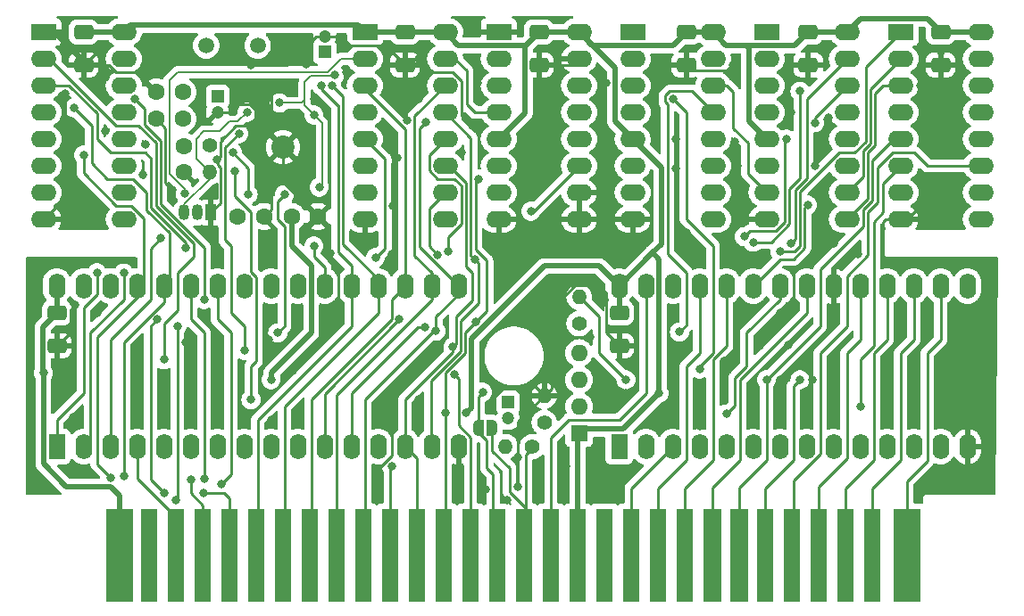
<source format=gbr>
%TF.GenerationSoftware,KiCad,Pcbnew,7.0.10*%
%TF.CreationDate,2024-03-07T11:58:06+00:00*%
%TF.ProjectId,v0a,7630612e-6b69-4636-9164-5f7063625858,rev?*%
%TF.SameCoordinates,Original*%
%TF.FileFunction,Copper,L2,Bot*%
%TF.FilePolarity,Positive*%
%FSLAX46Y46*%
G04 Gerber Fmt 4.6, Leading zero omitted, Abs format (unit mm)*
G04 Created by KiCad (PCBNEW 7.0.10) date 2024-03-07 11:58:06*
%MOMM*%
%LPD*%
G01*
G04 APERTURE LIST*
G04 Aperture macros list*
%AMRoundRect*
0 Rectangle with rounded corners*
0 $1 Rounding radius*
0 $2 $3 $4 $5 $6 $7 $8 $9 X,Y pos of 4 corners*
0 Add a 4 corners polygon primitive as box body*
4,1,4,$2,$3,$4,$5,$6,$7,$8,$9,$2,$3,0*
0 Add four circle primitives for the rounded corners*
1,1,$1+$1,$2,$3*
1,1,$1+$1,$4,$5*
1,1,$1+$1,$6,$7*
1,1,$1+$1,$8,$9*
0 Add four rect primitives between the rounded corners*
20,1,$1+$1,$2,$3,$4,$5,0*
20,1,$1+$1,$4,$5,$6,$7,0*
20,1,$1+$1,$6,$7,$8,$9,0*
20,1,$1+$1,$8,$9,$2,$3,0*%
%AMFreePoly0*
4,1,19,0.500000,-0.750000,0.000000,-0.750000,0.000000,-0.744911,-0.071157,-0.744911,-0.207708,-0.704816,-0.327430,-0.627875,-0.420627,-0.520320,-0.479746,-0.390866,-0.500000,-0.250000,-0.500000,0.250000,-0.479746,0.390866,-0.420627,0.520320,-0.327430,0.627875,-0.207708,0.704816,-0.071157,0.744911,0.000000,0.744911,0.000000,0.750000,0.500000,0.750000,0.500000,-0.750000,0.500000,-0.750000,
$1*%
%AMFreePoly1*
4,1,19,0.000000,0.744911,0.071157,0.744911,0.207708,0.704816,0.327430,0.627875,0.420627,0.520320,0.479746,0.390866,0.500000,0.250000,0.500000,-0.250000,0.479746,-0.390866,0.420627,-0.520320,0.327430,-0.627875,0.207708,-0.704816,0.071157,-0.744911,0.000000,-0.744911,0.000000,-0.750000,-0.500000,-0.750000,-0.500000,0.750000,0.000000,0.750000,0.000000,0.744911,0.000000,0.744911,
$1*%
G04 Aperture macros list end*
%TA.AperFunction,ComponentPad*%
%ADD10R,1.050000X1.500000*%
%TD*%
%TA.AperFunction,ComponentPad*%
%ADD11O,1.050000X1.500000*%
%TD*%
%TA.AperFunction,ComponentPad*%
%ADD12R,1.200000X1.200000*%
%TD*%
%TA.AperFunction,ComponentPad*%
%ADD13C,1.200000*%
%TD*%
%TA.AperFunction,ComponentPad*%
%ADD14R,2.400000X1.600000*%
%TD*%
%TA.AperFunction,ComponentPad*%
%ADD15O,2.400000X1.600000*%
%TD*%
%TA.AperFunction,ComponentPad*%
%ADD16C,1.600000*%
%TD*%
%TA.AperFunction,ComponentPad*%
%ADD17C,1.400000*%
%TD*%
%TA.AperFunction,ComponentPad*%
%ADD18O,1.400000X1.400000*%
%TD*%
%TA.AperFunction,ComponentPad*%
%ADD19R,1.600000X2.400000*%
%TD*%
%TA.AperFunction,ComponentPad*%
%ADD20O,1.600000X2.400000*%
%TD*%
%TA.AperFunction,SMDPad,CuDef*%
%ADD21R,2.600000X8.800000*%
%TD*%
%TA.AperFunction,SMDPad,CuDef*%
%ADD22R,1.600000X8.800000*%
%TD*%
%TA.AperFunction,SMDPad,CuDef*%
%ADD23R,1.620000X8.800000*%
%TD*%
%TA.AperFunction,SMDPad,CuDef*%
%ADD24R,1.760000X8.800000*%
%TD*%
%TA.AperFunction,SMDPad,CuDef*%
%ADD25R,1.720000X8.800000*%
%TD*%
%TA.AperFunction,SMDPad,CuDef*%
%ADD26R,1.640000X8.800000*%
%TD*%
%TA.AperFunction,SMDPad,CuDef*%
%ADD27R,2.611000X8.800000*%
%TD*%
%TA.AperFunction,ComponentPad*%
%ADD28R,1.600000X1.600000*%
%TD*%
%TA.AperFunction,ComponentPad*%
%ADD29O,1.600000X1.600000*%
%TD*%
%TA.AperFunction,ComponentPad*%
%ADD30C,1.500000*%
%TD*%
%TA.AperFunction,ComponentPad*%
%ADD31C,2.200000*%
%TD*%
%TA.AperFunction,SMDPad,CuDef*%
%ADD32RoundRect,0.250000X0.650000X-0.412500X0.650000X0.412500X-0.650000X0.412500X-0.650000X-0.412500X0*%
%TD*%
%TA.AperFunction,SMDPad,CuDef*%
%ADD33FreePoly0,180.000000*%
%TD*%
%TA.AperFunction,SMDPad,CuDef*%
%ADD34FreePoly1,180.000000*%
%TD*%
%TA.AperFunction,ViaPad*%
%ADD35C,0.800000*%
%TD*%
%TA.AperFunction,Conductor*%
%ADD36C,0.250000*%
%TD*%
%TA.AperFunction,Conductor*%
%ADD37C,0.500000*%
%TD*%
%TA.AperFunction,Conductor*%
%ADD38C,0.130000*%
%TD*%
G04 APERTURE END LIST*
D10*
%TO.P,U10,1,GND*%
%TO.N,GND*%
X46355000Y-53975000D03*
D11*
%TO.P,U10,2,VI*%
%TO.N,VCC*%
X45085000Y-53975000D03*
%TO.P,U10,3,VO*%
%TO.N,+3V3*%
X43815000Y-53975000D03*
%TD*%
D12*
%TO.P,C11,1*%
%TO.N,Net-(U9-VCM)*%
X46990000Y-42950000D03*
D13*
%TO.P,C11,2*%
%TO.N,GND*%
X46990000Y-44450000D03*
%TD*%
D14*
%TO.P,U4,1,P1*%
%TO.N,GND*%
X73660000Y-36830000D03*
D15*
%TO.P,U4,2,Q1*%
%TO.N,unconnected-(U4-Q1-Pad2)*%
X73660000Y-39370000D03*
%TO.P,U4,3,Q0*%
%TO.N,unconnected-(U4-Q0-Pad3)*%
X73660000Y-41910000D03*
%TO.P,U4,4,Ce*%
%TO.N,/~{IRQRun}*%
X73660000Y-44450000D03*
%TO.P,U4,5,D/U*%
%TO.N,VCC*%
X73660000Y-46990000D03*
%TO.P,U4,6,Q2*%
%TO.N,Net-(U4-Q2)*%
X73660000Y-49530000D03*
%TO.P,U4,7,Q3*%
%TO.N,unconnected-(U4-Q3-Pad7)*%
X73660000Y-52070000D03*
%TO.P,U4,8,GND*%
%TO.N,GND*%
X73660000Y-54610000D03*
%TO.P,U4,9,P3*%
X81280000Y-54610000D03*
%TO.P,U4,10,P2*%
X81280000Y-52070000D03*
%TO.P,U4,11,Pl*%
%TO.N,/~{irqWr}*%
X81280000Y-49530000D03*
%TO.P,U4,12,Tc*%
%TO.N,unconnected-(U4-Tc-Pad12)*%
X81280000Y-46990000D03*
%TO.P,U4,13,Rc*%
%TO.N,unconnected-(U4-Rc-Pad13)*%
X81280000Y-44450000D03*
%TO.P,U4,14,Cp*%
%TO.N,/pA12*%
X81280000Y-41910000D03*
%TO.P,U4,15,P0*%
%TO.N,GND*%
X81280000Y-39370000D03*
%TO.P,U4,16,VCC*%
%TO.N,VCC*%
X81280000Y-36830000D03*
%TD*%
D16*
%TO.P,C13,1*%
%TO.N,Net-(U9-X1)*%
X43688000Y-42545000D03*
%TO.P,C13,2*%
%TO.N,GND*%
X41188000Y-42545000D03*
%TD*%
D14*
%TO.P,U5,1,P1*%
%TO.N,/cD1*%
X99060000Y-36830000D03*
D15*
%TO.P,U5,2,Q1*%
%TO.N,unconnected-(U5-Q1-Pad2)*%
X99060000Y-39370000D03*
%TO.P,U5,3,Q0*%
%TO.N,unconnected-(U5-Q0-Pad3)*%
X99060000Y-41910000D03*
%TO.P,U5,4,Ce*%
%TO.N,/~{IRQRun}*%
X99060000Y-44450000D03*
%TO.P,U5,5,D/U*%
%TO.N,VCC*%
X99060000Y-46990000D03*
%TO.P,U5,6,Q2*%
%TO.N,unconnected-(U5-Q2-Pad6)*%
X99060000Y-49530000D03*
%TO.P,U5,7,Q3*%
%TO.N,Net-(U5-Q3)*%
X99060000Y-52070000D03*
%TO.P,U5,8,GND*%
%TO.N,GND*%
X99060000Y-54610000D03*
%TO.P,U5,9,P3*%
%TO.N,/cD3*%
X106680000Y-54610000D03*
%TO.P,U5,10,P2*%
%TO.N,/cD2*%
X106680000Y-52070000D03*
%TO.P,U5,11,Pl*%
%TO.N,/~{irqWr}*%
X106680000Y-49530000D03*
%TO.P,U5,12,Tc*%
%TO.N,unconnected-(U5-Tc-Pad12)*%
X106680000Y-46990000D03*
%TO.P,U5,13,Rc*%
%TO.N,unconnected-(U5-Rc-Pad13)*%
X106680000Y-44450000D03*
%TO.P,U5,14,Cp*%
%TO.N,Net-(U4-Q2)*%
X106680000Y-41910000D03*
%TO.P,U5,15,P0*%
%TO.N,/cD0*%
X106680000Y-39370000D03*
%TO.P,U5,16,VCC*%
%TO.N,VCC*%
X106680000Y-36830000D03*
%TD*%
D17*
%TO.P,R6,1*%
%TO.N,/pBank0*%
X81280000Y-64516000D03*
D18*
%TO.P,R6,2*%
%TO.N,/pA11*%
X81280000Y-61976000D03*
%TD*%
D12*
%TO.P,C10,1*%
%TO.N,Net-(U9-AOUTL)*%
X74549000Y-72009000D03*
D13*
%TO.P,C10,2*%
%TO.N,Net-(C10-Pad2)*%
X74549000Y-73509000D03*
%TD*%
D19*
%TO.P,U1,1,A18*%
%TO.N,/cBank3*%
X31750000Y-76200000D03*
D20*
%TO.P,U1,2,A16*%
%TO.N,/cBank1*%
X34290000Y-76200000D03*
%TO.P,U1,3,A15*%
%TO.N,/cBank0*%
X36830000Y-76200000D03*
%TO.P,U1,4,A12*%
%TO.N,/cA12*%
X39370000Y-76200000D03*
%TO.P,U1,5,A7*%
%TO.N,/cA7*%
X41910000Y-76200000D03*
%TO.P,U1,6,A6*%
%TO.N,/cA6*%
X44450000Y-76200000D03*
%TO.P,U1,7,A5*%
%TO.N,/cA5*%
X46990000Y-76200000D03*
%TO.P,U1,8,A4*%
%TO.N,/cA4*%
X49530000Y-76200000D03*
%TO.P,U1,9,A3*%
%TO.N,/cA3*%
X52070000Y-76200000D03*
%TO.P,U1,10,A2*%
%TO.N,/cA2*%
X54610000Y-76200000D03*
%TO.P,U1,11,A1*%
%TO.N,/cA1*%
X57150000Y-76200000D03*
%TO.P,U1,12,A0*%
%TO.N,/cA0*%
X59690000Y-76200000D03*
%TO.P,U1,13,D0*%
%TO.N,/cD0*%
X62230000Y-76200000D03*
%TO.P,U1,14,D1*%
%TO.N,/cD1*%
X64770000Y-76200000D03*
%TO.P,U1,15,D2*%
%TO.N,/cD2*%
X67310000Y-76200000D03*
%TO.P,U1,16,VSS*%
%TO.N,GND*%
X69850000Y-76200000D03*
%TO.P,U1,17,D3*%
%TO.N,/cD3*%
X69850000Y-60960000D03*
%TO.P,U1,18,D4*%
%TO.N,/cD4*%
X67310000Y-60960000D03*
%TO.P,U1,19,D5*%
%TO.N,/cD5*%
X64770000Y-60960000D03*
%TO.P,U1,20,D6*%
%TO.N,/cD6*%
X62230000Y-60960000D03*
%TO.P,U1,21,D7*%
%TO.N,/cD7*%
X59690000Y-60960000D03*
%TO.P,U1,22,~{CE}*%
%TO.N,/~{ROMSEL}*%
X57150000Y-60960000D03*
%TO.P,U1,23,A10*%
%TO.N,/cA10*%
X54610000Y-60960000D03*
%TO.P,U1,24,~{OE}*%
%TO.N,/~{R}*%
X52070000Y-60960000D03*
%TO.P,U1,25,A11*%
%TO.N,/cA11*%
X49530000Y-60960000D03*
%TO.P,U1,26,A9*%
%TO.N,/cA9*%
X46990000Y-60960000D03*
%TO.P,U1,27,A8*%
%TO.N,/cA8*%
X44450000Y-60960000D03*
%TO.P,U1,28,A13*%
%TO.N,/cA13*%
X41910000Y-60960000D03*
%TO.P,U1,29,A14*%
%TO.N,/cA14*%
X39370000Y-60960000D03*
%TO.P,U1,30,A17*%
%TO.N,/cBank2*%
X36830000Y-60960000D03*
%TO.P,U1,31,~{WE}*%
%TO.N,/R~{W}*%
X34290000Y-60960000D03*
%TO.P,U1,32,VDD*%
%TO.N,VCC*%
X31750000Y-60960000D03*
%TD*%
D16*
%TO.P,C12,1*%
%TO.N,Net-(U9-VCM)*%
X43815000Y-47665000D03*
%TO.P,C12,2*%
%TO.N,GND*%
X43815000Y-50165000D03*
%TD*%
D19*
%TO.P,U8,1,A14*%
%TO.N,/pBank3*%
X85090000Y-76200000D03*
D20*
%TO.P,U8,2,A12*%
%TO.N,/pBank1*%
X87630000Y-76200000D03*
%TO.P,U8,3,A7*%
%TO.N,/pA7*%
X90170000Y-76200000D03*
%TO.P,U8,4,A6*%
%TO.N,/pA6*%
X92710000Y-76200000D03*
%TO.P,U8,5,A5*%
%TO.N,/pA5*%
X95250000Y-76200000D03*
%TO.P,U8,6,A4*%
%TO.N,/pA4*%
X97790000Y-76200000D03*
%TO.P,U8,7,A3*%
%TO.N,/pA3*%
X100330000Y-76200000D03*
%TO.P,U8,8,A2*%
%TO.N,/pA2*%
X102870000Y-76200000D03*
%TO.P,U8,9,A1*%
%TO.N,/pA1*%
X105410000Y-76200000D03*
%TO.P,U8,10,A0*%
%TO.N,/pA0*%
X107950000Y-76200000D03*
%TO.P,U8,11,Q0*%
%TO.N,/pD0*%
X110490000Y-76200000D03*
%TO.P,U8,12,Q1*%
%TO.N,/pD1*%
X113030000Y-76200000D03*
%TO.P,U8,13,Q2*%
%TO.N,/pD2*%
X115570000Y-76200000D03*
%TO.P,U8,14,GND*%
%TO.N,GND*%
X118110000Y-76200000D03*
%TO.P,U8,15,Q3*%
%TO.N,/pD3*%
X118110000Y-60960000D03*
%TO.P,U8,16,Q4*%
%TO.N,/pD4*%
X115570000Y-60960000D03*
%TO.P,U8,17,Q5*%
%TO.N,/pD5*%
X113030000Y-60960000D03*
%TO.P,U8,18,Q6*%
%TO.N,/pD6*%
X110490000Y-60960000D03*
%TO.P,U8,19,Q7*%
%TO.N,/pD7*%
X107950000Y-60960000D03*
%TO.P,U8,20,~{CS}*%
%TO.N,GND*%
X105410000Y-60960000D03*
%TO.P,U8,21,A10*%
%TO.N,/pA10*%
X102870000Y-60960000D03*
%TO.P,U8,22,~{OE}*%
%TO.N,/~{pRD}*%
X100330000Y-60960000D03*
%TO.P,U8,23,A11*%
%TO.N,/pBank0*%
X97790000Y-60960000D03*
%TO.P,U8,24,A9*%
%TO.N,/pA9*%
X95250000Y-60960000D03*
%TO.P,U8,25,A8*%
%TO.N,/pA8*%
X92710000Y-60960000D03*
%TO.P,U8,26,A13*%
%TO.N,/pBank2*%
X90170000Y-60960000D03*
%TO.P,U8,27,~{WE}*%
%TO.N,/~{pWR}*%
X87630000Y-60960000D03*
%TO.P,U8,28,VCC*%
%TO.N,VCC*%
X85090000Y-60960000D03*
%TD*%
D16*
%TO.P,C14,1*%
%TO.N,Net-(U9-X2)*%
X43688000Y-45085000D03*
%TO.P,C14,2*%
%TO.N,GND*%
X41188000Y-45085000D03*
%TD*%
D14*
%TO.P,U7,1,D2*%
%TO.N,/cD1*%
X111760000Y-36830000D03*
D15*
%TO.P,U7,2,D3*%
%TO.N,/cD2*%
X111760000Y-39370000D03*
%TO.P,U7,3,D4*%
%TO.N,/cD3*%
X111760000Y-41910000D03*
%TO.P,U7,4,Rb*%
%TO.N,/pA12*%
X111760000Y-44450000D03*
%TO.P,U7,5,Ra*%
%TO.N,/pA11*%
X111760000Y-46990000D03*
%TO.P,U7,6,Q4*%
%TO.N,/pBank3*%
X111760000Y-49530000D03*
%TO.P,U7,7,Q3*%
%TO.N,/pBank2*%
X111760000Y-52070000D03*
%TO.P,U7,8,GND*%
%TO.N,GND*%
X111760000Y-54610000D03*
%TO.P,U7,9,Q2*%
%TO.N,/pBank1*%
X119380000Y-54610000D03*
%TO.P,U7,10,Q1*%
%TO.N,/pBank0*%
X119380000Y-52070000D03*
%TO.P,U7,11,~{Er}*%
%TO.N,/pA13*%
X119380000Y-49530000D03*
%TO.P,U7,12,~{Ew}*%
%TO.N,/~{chrWR}*%
X119380000Y-46990000D03*
%TO.P,U7,13,Wb*%
%TO.N,/cA1*%
X119380000Y-44450000D03*
%TO.P,U7,14,Wa*%
%TO.N,/cA0*%
X119380000Y-41910000D03*
%TO.P,U7,15,D1*%
%TO.N,/cD0*%
X119380000Y-39370000D03*
%TO.P,U7,16,VCC*%
%TO.N,VCC*%
X119380000Y-36830000D03*
%TD*%
D16*
%TO.P,C2,1*%
%TO.N,VCC*%
X54015000Y-54356000D03*
%TO.P,C2,2*%
%TO.N,GND*%
X56515000Y-54356000D03*
%TD*%
D12*
%TO.P,C15,1*%
%TO.N,Net-(U9-OUTVC12)*%
X57150000Y-38735000D03*
D13*
%TO.P,C15,2*%
%TO.N,GND*%
X57150000Y-37235000D03*
%TD*%
D21*
%TO.P,H1,31,VCC*%
%TO.N,VCC*%
X37670000Y-86500000D03*
D22*
%TO.P,H1,32,M2*%
%TO.N,unconnected-(H1-M2-Pad32)*%
X40500000Y-86500000D03*
%TO.P,H1,33,cA12*%
%TO.N,/cA12*%
X43040000Y-86500000D03*
D23*
%TO.P,H1,34,cA13*%
%TO.N,/cA13*%
X45590000Y-86500000D03*
D22*
%TO.P,H1,35,cA14*%
%TO.N,/cA14*%
X48120000Y-86500000D03*
%TO.P,H1,36,cD7*%
%TO.N,/cD7*%
X50660000Y-86500000D03*
%TO.P,H1,37,cD6*%
%TO.N,/cD6*%
X53200000Y-86500000D03*
%TO.P,H1,38,cD5*%
%TO.N,/cD5*%
X55740000Y-86500000D03*
%TO.P,H1,39,cD4*%
%TO.N,/cD4*%
X58280000Y-86500000D03*
%TO.P,H1,40,cD3*%
%TO.N,/cD3*%
X60820000Y-86500000D03*
%TO.P,H1,41,cD2*%
%TO.N,/cD2*%
X63360000Y-86500000D03*
%TO.P,H1,42,cD1*%
%TO.N,/cD1*%
X65900000Y-86500000D03*
%TO.P,H1,43,cD0*%
%TO.N,/cD0*%
X68440000Y-86500000D03*
D23*
%TO.P,H1,44,~{ROMSEL}*%
%TO.N,/~{ROMSEL}*%
X70990000Y-86500000D03*
D22*
%TO.P,H1,45,cAUDIO*%
%TO.N,/cAUDIO*%
X73520000Y-86500000D03*
%TO.P,H1,46,rfAUDIO*%
%TO.N,/rfAUDIO*%
X76060000Y-86500000D03*
%TO.P,H1,47,p~{WR}*%
%TO.N,/~{pWR}*%
X78600000Y-86500000D03*
%TO.P,H1,48,vram~{CE}*%
%TO.N,VCC*%
X81140000Y-86500000D03*
%TO.P,H1,49,p~{A13}*%
%TO.N,unconnected-(H1-p~{A13}-Pad49)*%
X83680000Y-86500000D03*
%TO.P,H1,50,pA7*%
%TO.N,/pA7*%
X86220000Y-86500000D03*
%TO.P,H1,51,pA8*%
%TO.N,/pA8*%
X88760000Y-86500000D03*
%TO.P,H1,52,pA9*%
%TO.N,/pA9*%
X91300000Y-86500000D03*
D24*
%TO.P,H1,53,pA10*%
%TO.N,/pA10*%
X93920000Y-86500000D03*
D25*
%TO.P,H1,54,pA11*%
%TO.N,/pA11*%
X96440000Y-86500000D03*
D22*
%TO.P,H1,55,pA12*%
%TO.N,/pA12*%
X98920000Y-86500000D03*
D26*
%TO.P,H1,56,pD13*%
%TO.N,/pA13*%
X101480000Y-86500000D03*
D22*
%TO.P,H1,57,pD7*%
%TO.N,/pD7*%
X104000000Y-86500000D03*
%TO.P,H1,58,pD6*%
%TO.N,/pD6*%
X106540000Y-86500000D03*
%TO.P,H1,59,pD5*%
%TO.N,/pD5*%
X109080000Y-86500000D03*
D27*
%TO.P,H1,60,pD4*%
%TO.N,/pD4*%
X112345500Y-86500000D03*
%TD*%
D14*
%TO.P,U6,1,P1*%
%TO.N,/cD5*%
X86360000Y-36830000D03*
D15*
%TO.P,U6,2,Q1*%
%TO.N,unconnected-(U6-Q1-Pad2)*%
X86360000Y-39370000D03*
%TO.P,U6,3,Q0*%
%TO.N,unconnected-(U6-Q0-Pad3)*%
X86360000Y-41910000D03*
%TO.P,U6,4,Ce*%
%TO.N,/~{IRQRun}*%
X86360000Y-44450000D03*
%TO.P,U6,5,D/U*%
%TO.N,VCC*%
X86360000Y-46990000D03*
%TO.P,U6,6,Q2*%
%TO.N,unconnected-(U6-Q2-Pad6)*%
X86360000Y-49530000D03*
%TO.P,U6,7,Q3*%
%TO.N,unconnected-(U6-Q3-Pad7)*%
X86360000Y-52070000D03*
%TO.P,U6,8,GND*%
%TO.N,GND*%
X86360000Y-54610000D03*
%TO.P,U6,9,P3*%
%TO.N,/cD7*%
X93980000Y-54610000D03*
%TO.P,U6,10,P2*%
%TO.N,/cD6*%
X93980000Y-52070000D03*
%TO.P,U6,11,Pl*%
%TO.N,/~{irqWr}*%
X93980000Y-49530000D03*
%TO.P,U6,12,Tc*%
%TO.N,unconnected-(U6-Tc-Pad12)*%
X93980000Y-46990000D03*
%TO.P,U6,13,Rc*%
%TO.N,/~{IRQ}*%
X93980000Y-44450000D03*
%TO.P,U6,14,Cp*%
%TO.N,Net-(U5-Q3)*%
X93980000Y-41910000D03*
%TO.P,U6,15,P0*%
%TO.N,/cD4*%
X93980000Y-39370000D03*
%TO.P,U6,16,VCC*%
%TO.N,VCC*%
X93980000Y-36830000D03*
%TD*%
D28*
%TO.P,RN1,1,common*%
%TO.N,VCC*%
X81280000Y-74930000D03*
D29*
%TO.P,RN1,2,R1*%
%TO.N,/pBank3*%
X81280000Y-72390000D03*
%TO.P,RN1,3,R2*%
%TO.N,/pBank1*%
X81280000Y-69850000D03*
%TO.P,RN1,4,R3*%
%TO.N,/pBank2*%
X81280000Y-67310000D03*
%TD*%
D30*
%TO.P,Y1,1,1*%
%TO.N,Net-(U9-X2)*%
X50800000Y-38100000D03*
%TO.P,Y1,2,2*%
%TO.N,Net-(U9-X1)*%
X45920000Y-38100000D03*
%TD*%
D17*
%TO.P,R2,1*%
%TO.N,/rfAUDIO*%
X76835000Y-76200000D03*
D18*
%TO.P,R2,2*%
%TO.N,Net-(C10-Pad2)*%
X74295000Y-76200000D03*
%TD*%
D16*
%TO.P,C1,1*%
%TO.N,+3V3*%
X48915000Y-54356000D03*
%TO.P,C1,2*%
%TO.N,GND*%
X51415000Y-54356000D03*
%TD*%
D17*
%TO.P,R3,1*%
%TO.N,Net-(U9-VAD33)*%
X46228000Y-47625000D03*
D18*
%TO.P,R3,2*%
%TO.N,+3V3*%
X46228000Y-50165000D03*
%TD*%
D14*
%TO.P,U2,1,E*%
%TO.N,GND*%
X30480000Y-36830000D03*
D15*
%TO.P,U2,2,A0*%
%TO.N,/R~{W}*%
X30480000Y-39370000D03*
%TO.P,U2,3,A1*%
%TO.N,/~{ROMSEL}*%
X30480000Y-41910000D03*
%TO.P,U2,4,O0*%
%TO.N,Net-(U2A-O0)*%
X30480000Y-44450000D03*
%TO.P,U2,5,O1*%
%TO.N,/~{R}*%
X30480000Y-46990000D03*
%TO.P,U2,6,O2*%
%TO.N,unconnected-(U2A-O2-Pad6)*%
X30480000Y-49530000D03*
%TO.P,U2,7,O3*%
%TO.N,unconnected-(U2A-O3-Pad7)*%
X30480000Y-52070000D03*
%TO.P,U2,8,GND*%
%TO.N,GND*%
X30480000Y-54610000D03*
%TO.P,U2,9,O3*%
%TO.N,/~{chrWR}*%
X38100000Y-54610000D03*
%TO.P,U2,10,O2*%
%TO.N,/~{irqWr}*%
X38100000Y-52070000D03*
%TO.P,U2,11,O1*%
%TO.N,/~{samWr}*%
X38100000Y-49530000D03*
%TO.P,U2,12,O0*%
%TO.N,/~{prgWR}*%
X38100000Y-46990000D03*
%TO.P,U2,13,A1*%
%TO.N,/cA14*%
X38100000Y-44450000D03*
%TO.P,U2,14,A0*%
%TO.N,/cA13*%
X38100000Y-41910000D03*
%TO.P,U2,15,E*%
%TO.N,Net-(U2A-O0)*%
X38100000Y-39370000D03*
%TO.P,U2,16,VCC*%
%TO.N,VCC*%
X38100000Y-36830000D03*
%TD*%
D14*
%TO.P,U3,1,~{Mr}*%
%TO.N,VCC*%
X60960000Y-36830000D03*
D15*
%TO.P,U3,2,Q0*%
%TO.N,/~{SAMCS}*%
X60960000Y-39370000D03*
%TO.P,U3,3,D0*%
%TO.N,/cD5*%
X60960000Y-41910000D03*
%TO.P,U3,4,D1*%
%TO.N,/cD3*%
X60960000Y-44450000D03*
%TO.P,U3,5,Q1*%
%TO.N,/cBank3*%
X60960000Y-46990000D03*
%TO.P,U3,6,D2*%
%TO.N,/cD0*%
X60960000Y-49530000D03*
%TO.P,U3,7,Q2*%
%TO.N,/cBank0*%
X60960000Y-52070000D03*
%TO.P,U3,8,GND*%
%TO.N,GND*%
X60960000Y-54610000D03*
%TO.P,U3,9,Cp*%
%TO.N,/~{prgWR}*%
X68580000Y-54610000D03*
%TO.P,U3,10,Q3*%
%TO.N,/cBank1*%
X68580000Y-52070000D03*
%TO.P,U3,11,D3*%
%TO.N,/cD1*%
X68580000Y-49530000D03*
%TO.P,U3,12,Q4*%
%TO.N,/cBank2*%
X68580000Y-46990000D03*
%TO.P,U3,13,D4*%
%TO.N,/cD2*%
X68580000Y-44450000D03*
%TO.P,U3,14,D5*%
%TO.N,/cD4*%
X68580000Y-41910000D03*
%TO.P,U3,15,Q5*%
%TO.N,/~{IRQRun}*%
X68580000Y-39370000D03*
%TO.P,U3,16,VCC*%
%TO.N,VCC*%
X68580000Y-36830000D03*
%TD*%
D17*
%TO.P,R1,1*%
%TO.N,Net-(C10-Pad2)*%
X77978000Y-73914000D03*
D18*
%TO.P,R1,2*%
%TO.N,GND*%
X77978000Y-71374000D03*
%TD*%
D31*
%TO.P,U9,49,GND_DIE*%
%TO.N,GND*%
X53210000Y-47752000D03*
%TD*%
D32*
%TO.P,C8,1*%
%TO.N,GND*%
X34290000Y-39955000D03*
%TO.P,C8,2*%
%TO.N,VCC*%
X34290000Y-36830000D03*
%TD*%
%TO.P,C3,1*%
%TO.N,GND*%
X77470000Y-39955000D03*
%TO.P,C3,2*%
%TO.N,VCC*%
X77470000Y-36830000D03*
%TD*%
%TO.P,C16,1*%
%TO.N,GND*%
X64770000Y-39955000D03*
%TO.P,C16,2*%
%TO.N,VCC*%
X64770000Y-36830000D03*
%TD*%
%TO.P,C9,1*%
%TO.N,GND*%
X115570000Y-39955000D03*
%TO.P,C9,2*%
%TO.N,VCC*%
X115570000Y-36830000D03*
%TD*%
%TO.P,C6,1*%
%TO.N,GND*%
X91440000Y-39955000D03*
%TO.P,C6,2*%
%TO.N,VCC*%
X91440000Y-36830000D03*
%TD*%
%TO.P,C5,1*%
%TO.N,GND*%
X85090000Y-66625000D03*
%TO.P,C5,2*%
%TO.N,VCC*%
X85090000Y-63500000D03*
%TD*%
%TO.P,C4,1*%
%TO.N,GND*%
X31750000Y-66625000D03*
%TO.P,C4,2*%
%TO.N,VCC*%
X31750000Y-63500000D03*
%TD*%
D33*
%TO.P,JP1,1,A*%
%TO.N,/rfAUDIO*%
X73040000Y-74422000D03*
D34*
%TO.P,JP1,2,B*%
%TO.N,/cAUDIO*%
X71740000Y-74422000D03*
%TD*%
D32*
%TO.P,C7,1*%
%TO.N,GND*%
X103000000Y-39955000D03*
%TO.P,C7,2*%
%TO.N,VCC*%
X103000000Y-36830000D03*
%TD*%
D35*
%TO.N,/R~{W}*%
X41910000Y-67945000D03*
%TO.N,GND*%
X65405000Y-69000000D03*
X56134000Y-43180000D03*
X88392000Y-46736000D03*
X83312000Y-78994000D03*
X104394000Y-47498000D03*
X101346000Y-44450000D03*
X36068000Y-38608000D03*
X96266000Y-49530000D03*
X92710000Y-74295000D03*
X52705000Y-41910000D03*
X104140000Y-53975000D03*
X35560000Y-63500000D03*
X88900000Y-73025000D03*
X51816000Y-63500000D03*
X83820000Y-53340000D03*
X115570000Y-43180000D03*
X75565000Y-50800000D03*
X83312000Y-81026000D03*
X33020000Y-45720000D03*
X62230000Y-72390000D03*
X63500000Y-46355000D03*
X52832000Y-39116000D03*
X96774000Y-54610000D03*
X76835000Y-46990000D03*
X64955000Y-45212000D03*
X43942000Y-66294000D03*
X94996000Y-68072000D03*
X71628000Y-41656000D03*
X70104000Y-48260000D03*
X80010000Y-78105000D03*
X66040000Y-71755000D03*
X39878000Y-50419000D03*
X64008000Y-48768000D03*
X74422000Y-81280000D03*
X33274000Y-73406000D03*
X36322000Y-46228000D03*
X71120000Y-45720000D03*
X107696000Y-57912000D03*
X83820000Y-46228000D03*
X66040000Y-43180000D03*
X54610000Y-73660000D03*
X51816000Y-66040000D03*
X83820000Y-49784000D03*
X103632000Y-49530000D03*
X116205000Y-68580000D03*
X85090000Y-66548000D03*
X29972000Y-79756000D03*
X90424000Y-46990000D03*
X75475000Y-80010000D03*
X32766000Y-58674000D03*
X55372000Y-39878000D03*
X34036000Y-78740000D03*
X87884000Y-53340000D03*
X78740000Y-42545000D03*
X90170000Y-63500000D03*
X110490000Y-69342000D03*
X29464000Y-61976000D03*
X100330000Y-63500000D03*
X42706991Y-51841685D03*
X40132000Y-47498000D03*
X36322000Y-41148000D03*
X52070000Y-73660000D03*
X75438000Y-77216000D03*
X115824000Y-52070000D03*
X85725000Y-71120000D03*
X88900000Y-41656000D03*
X83820000Y-41656000D03*
X95885000Y-40005000D03*
X91440000Y-55880000D03*
X115570000Y-38735000D03*
X66040000Y-39370000D03*
X57404000Y-65532000D03*
X113665000Y-41910000D03*
X67945000Y-66675000D03*
X41910000Y-72136000D03*
X58420000Y-62992000D03*
X62161848Y-78417848D03*
X77216000Y-80264000D03*
X96520000Y-64135000D03*
X71120000Y-39624000D03*
X32004000Y-71628000D03*
X32512000Y-42672000D03*
X96012000Y-47244000D03*
X90170000Y-67310000D03*
X104902000Y-44958000D03*
X50165000Y-39975000D03*
X98425000Y-66675000D03*
X90424000Y-49784000D03*
X111125000Y-58600000D03*
X88900000Y-39370000D03*
X59182000Y-40640000D03*
X48006000Y-38100000D03*
X96774000Y-52324000D03*
X118110000Y-71755000D03*
X100330000Y-69850000D03*
X72390000Y-80264000D03*
X103415000Y-69850000D03*
X83312000Y-75946000D03*
X116586000Y-78740000D03*
X63590000Y-53340000D03*
X105410000Y-56896000D03*
X33473795Y-62782900D03*
X63500000Y-57912000D03*
X101092000Y-66548000D03*
X105410000Y-69850000D03*
X100965000Y-40640000D03*
X73914000Y-59944000D03*
X57695434Y-57810106D03*
X73025000Y-72644000D03*
X114300000Y-64262000D03*
X76200000Y-74295000D03*
X46736000Y-66294000D03*
X46978000Y-48965439D03*
X39370000Y-68580000D03*
X54120933Y-69000000D03*
X82296000Y-65786000D03*
X115570000Y-48260000D03*
X78740000Y-60960000D03*
%TO.N,/cA11*%
X41275000Y-64135000D03*
X41910000Y-80645000D03*
%TO.N,VCC*%
X70575000Y-73025000D03*
X52070000Y-69850000D03*
X30480000Y-69215000D03*
X88880000Y-71140000D03*
%TO.N,/~{pRD}*%
X95250000Y-73115000D03*
%TO.N,/cD7*%
X56839999Y-41910000D03*
%TO.N,/cD6*%
X57840002Y-41910000D03*
%TO.N,/cD3*%
X66712773Y-45376773D03*
X67695242Y-65232856D03*
%TO.N,/cD2*%
X71374000Y-58420000D03*
X63500000Y-78105000D03*
%TO.N,/cD1*%
X100330000Y-57695000D03*
X69321000Y-66751200D03*
%TO.N,/cD0*%
X71755000Y-50800000D03*
X101361852Y-56911852D03*
X71473785Y-64357132D03*
X68580000Y-73025000D03*
%TO.N,/~{ROMSEL}*%
X43979000Y-57360000D03*
X56134000Y-57145000D03*
X69455949Y-69365752D03*
%TO.N,/pA11*%
X85725000Y-69850000D03*
X99060000Y-69850000D03*
%TO.N,/pA12*%
X90170000Y-43180000D03*
X102235000Y-69850000D03*
X92710000Y-68834000D03*
%TO.N,/cA14*%
X34290000Y-48514000D03*
X45677434Y-80645000D03*
X36830000Y-79160000D03*
%TO.N,/cA10*%
X43040000Y-81280000D03*
X43180000Y-64770000D03*
%TO.N,/cA9*%
X47395000Y-79730000D03*
%TO.N,/cA8*%
X45720000Y-79280000D03*
%TO.N,/cA1*%
X64225000Y-64135000D03*
X96948088Y-56255381D03*
X100965000Y-46990000D03*
%TO.N,/cA0*%
X66636900Y-64860000D03*
X50165000Y-71755000D03*
X48618678Y-50073678D03*
X102235000Y-42455000D03*
X97790000Y-56795000D03*
%TO.N,/~{IRQ}*%
X90805000Y-65315000D03*
%TO.N,/cA13*%
X38100000Y-78984695D03*
X33373903Y-44041903D03*
X44450000Y-79375000D03*
%TO.N,/cBank3*%
X35560000Y-59690000D03*
X61976000Y-58260000D03*
%TO.N,/cBank2*%
X68830767Y-57653134D03*
%TO.N,/cBank1*%
X38100000Y-59711000D03*
X67880802Y-57965496D03*
%TO.N,/cBank0*%
X41645049Y-56364951D03*
%TO.N,/~{irqWr}*%
X76708000Y-53848000D03*
%TO.N,/pBank0*%
X102959302Y-53250000D03*
%TO.N,/pBank3*%
X107950000Y-72390000D03*
%TO.N,/~{R}*%
X39116000Y-43180000D03*
X45720000Y-62230000D03*
%TO.N,Net-(U4-Q2)*%
X103627347Y-45461347D03*
%TO.N,/~{SAMCS}*%
X43905850Y-52157197D03*
%TO.N,+3V3*%
X52879490Y-43556779D03*
X56642000Y-51562000D03*
X56134000Y-44704000D03*
X58100000Y-40900000D03*
X49779347Y-44454653D03*
%TO.N,Net-(U9-AOUTL)*%
X49014182Y-46487000D03*
X49530000Y-67056000D03*
%TO.N,/cAUDIO*%
X49890000Y-52256000D03*
X52705000Y-65405000D03*
X53340000Y-52282000D03*
X48428000Y-48297774D03*
X72136000Y-71030000D03*
%TD*%
D36*
%TO.N,/R~{W}*%
X39495604Y-45720000D02*
X37379010Y-45720000D01*
X41144579Y-47368975D02*
X39495604Y-45720000D01*
X44704000Y-58166000D02*
X44704000Y-56927478D01*
X43180000Y-59690000D02*
X44704000Y-58166000D01*
X41910000Y-64525305D02*
X43180000Y-63255305D01*
X41910000Y-67945000D02*
X41910000Y-64525305D01*
X41144579Y-53368057D02*
X41144579Y-47368975D01*
X43180000Y-63255305D02*
X43180000Y-59690000D01*
X31029010Y-39370000D02*
X30480000Y-39370000D01*
X44704000Y-56927478D02*
X41144579Y-53368057D01*
X37379010Y-45720000D02*
X31029010Y-39370000D01*
%TO.N,/~{pWR}*%
X78600000Y-75360000D02*
X80300000Y-73660000D01*
X80300000Y-73660000D02*
X85090000Y-73660000D01*
X85090000Y-73660000D02*
X87630000Y-71120000D01*
X78600000Y-86500000D02*
X78600000Y-75360000D01*
X87630000Y-71120000D02*
X87630000Y-60960000D01*
%TO.N,GND*%
X56301472Y-37235000D02*
X57150000Y-37235000D01*
X50546000Y-45720000D02*
X48755877Y-45720000D01*
X75475000Y-73877000D02*
X77978000Y-71374000D01*
X48196500Y-44450000D02*
X48921500Y-43725000D01*
X63500000Y-46355000D02*
X63500000Y-48260000D01*
X57404000Y-65532000D02*
X58420000Y-64516000D01*
X42706991Y-51841685D02*
X42044579Y-51179273D01*
X80906431Y-60900000D02*
X78678000Y-63128431D01*
X73025000Y-72644000D02*
X73025000Y-71683000D01*
X65355000Y-39370000D02*
X64770000Y-39955000D01*
X64008000Y-48768000D02*
X63500000Y-49276000D01*
X63500000Y-77079696D02*
X63500000Y-70905000D01*
X66040000Y-39370000D02*
X67310000Y-40640000D01*
X75475000Y-77179000D02*
X75475000Y-73877000D01*
X32512000Y-52578000D02*
X30480000Y-54610000D01*
X58420000Y-64516000D02*
X58420000Y-62992000D01*
X77137322Y-70533322D02*
X77978000Y-71374000D01*
X47253000Y-53077000D02*
X46355000Y-53975000D01*
X77470000Y-39955000D02*
X80695000Y-39955000D01*
X69300990Y-40640000D02*
X70162000Y-41501010D01*
X56515000Y-54356000D02*
X53210000Y-51051000D01*
D37*
X31496000Y-36830000D02*
X34290000Y-39624000D01*
D36*
X110075000Y-54845000D02*
X110310000Y-54610000D01*
X78678000Y-70674000D02*
X77978000Y-71374000D01*
X70162000Y-41501010D02*
X70162000Y-44762000D01*
X33020000Y-65355000D02*
X31750000Y-66625000D01*
X70162000Y-44762000D02*
X71120000Y-45720000D01*
X50075000Y-43725000D02*
X50546000Y-44196000D01*
X50546000Y-44196000D02*
X50546000Y-45720000D01*
X83820000Y-65355000D02*
X83820000Y-61595000D01*
X85090000Y-66548000D02*
X85013000Y-66548000D01*
X58420000Y-59436000D02*
X57404000Y-58420000D01*
X37379010Y-40640000D02*
X39283000Y-40640000D01*
X63590000Y-57822000D02*
X63500000Y-57912000D01*
X75475000Y-74295000D02*
X75475000Y-73877000D01*
X63500000Y-49276000D02*
X63500000Y-53250000D01*
X48755877Y-45720000D02*
X47253000Y-47222877D01*
X115824000Y-52070000D02*
X114935000Y-52070000D01*
X32512000Y-46228000D02*
X32512000Y-52578000D01*
X66040000Y-39370000D02*
X65355000Y-39370000D01*
X85090000Y-66625000D02*
X85090000Y-66625000D01*
X85090000Y-66625000D02*
X85090000Y-66548000D01*
X52070000Y-53701000D02*
X52070000Y-48892000D01*
X46990000Y-48977439D02*
X46990000Y-49477431D01*
X62161848Y-78417848D02*
X63500000Y-77079696D01*
X34290000Y-39955000D02*
X36694010Y-39955000D01*
D37*
X34290000Y-39624000D02*
X34290000Y-39955000D01*
D36*
X110323959Y-58325000D02*
X110075000Y-58076041D01*
X50165000Y-39975000D02*
X53561472Y-39975000D01*
X52070000Y-48892000D02*
X53210000Y-47752000D01*
X114935000Y-52070000D02*
X112395000Y-54610000D01*
X39283000Y-40640000D02*
X41188000Y-42545000D01*
X88900000Y-39370000D02*
X89485000Y-39955000D01*
X75438000Y-77216000D02*
X75475000Y-77179000D01*
X91980000Y-40495000D02*
X91440000Y-39955000D01*
X64770000Y-45027000D02*
X64770000Y-39955000D01*
X63500000Y-53250000D02*
X63590000Y-53340000D01*
X48921500Y-43725000D02*
X50075000Y-43725000D01*
X51415000Y-54356000D02*
X52070000Y-53701000D01*
X75475000Y-77253000D02*
X75438000Y-77216000D01*
X53561472Y-39975000D02*
X56301472Y-37235000D01*
X110850000Y-58325000D02*
X110323959Y-58325000D01*
X115570000Y-39955000D02*
X115570000Y-38735000D01*
X47253000Y-49740431D02*
X47253000Y-53077000D01*
X32512000Y-42672000D02*
X32512000Y-45212000D01*
X42044579Y-51179273D02*
X42044579Y-45941579D01*
X57150000Y-37235000D02*
X58715000Y-37235000D01*
D37*
X30480000Y-36830000D02*
X31496000Y-36830000D01*
D36*
X69088000Y-40640000D02*
X69300990Y-40640000D01*
X103000000Y-39955000D02*
X101650000Y-39955000D01*
X83125000Y-60900000D02*
X80906431Y-60900000D01*
X58420000Y-62992000D02*
X58420000Y-59436000D01*
X32512000Y-45212000D02*
X33020000Y-45720000D01*
X63500000Y-70905000D02*
X65405000Y-69000000D01*
X46990000Y-44450000D02*
X48196500Y-44450000D01*
X59580000Y-38100000D02*
X62915000Y-38100000D01*
X42044579Y-45941579D02*
X41188000Y-45085000D01*
X110075000Y-58076041D02*
X110075000Y-54845000D01*
X58715000Y-37235000D02*
X59580000Y-38100000D01*
X80695000Y-39955000D02*
X81280000Y-39370000D01*
X57404000Y-65716933D02*
X54120933Y-69000000D01*
X111125000Y-58600000D02*
X110850000Y-58325000D01*
X57404000Y-58420000D02*
X57404000Y-55245000D01*
X46990000Y-49477431D02*
X47253000Y-49740431D01*
X35637000Y-38608000D02*
X34290000Y-39955000D01*
X83820000Y-61595000D02*
X83125000Y-60900000D01*
X112395000Y-54610000D02*
X111760000Y-54610000D01*
X33020000Y-63236695D02*
X33020000Y-65355000D01*
X110310000Y-54610000D02*
X111760000Y-54610000D01*
X52705000Y-41910000D02*
X52110001Y-42504999D01*
X57404000Y-55245000D02*
X56515000Y-54356000D01*
X95885000Y-40005000D02*
X95395000Y-40495000D01*
X95395000Y-40495000D02*
X91980000Y-40495000D01*
X33020000Y-45720000D02*
X32512000Y-46228000D01*
X46355000Y-53975000D02*
X46355000Y-53340000D01*
X104140000Y-57150000D02*
X101600000Y-59690000D01*
X63590000Y-53340000D02*
X63590000Y-57822000D01*
X52110001Y-46652001D02*
X53210000Y-47752000D01*
X101650000Y-39955000D02*
X100965000Y-40640000D01*
X53210000Y-51051000D02*
X53210000Y-47752000D01*
X74174678Y-70533322D02*
X77137322Y-70533322D01*
X89485000Y-39955000D02*
X91440000Y-39955000D01*
X47253000Y-48690439D02*
X46978000Y-48965439D01*
X46978000Y-48965439D02*
X46990000Y-48977439D01*
X47253000Y-47222877D02*
X47253000Y-48690439D01*
X73025000Y-71683000D02*
X74174678Y-70533322D01*
X75475000Y-80010000D02*
X75475000Y-77253000D01*
X104140000Y-53975000D02*
X104140000Y-57150000D01*
X85013000Y-66548000D02*
X83820000Y-65355000D01*
X78678000Y-63128431D02*
X78678000Y-70674000D01*
X101600000Y-62230000D02*
X100330000Y-63500000D01*
X115570000Y-48260000D02*
X115570000Y-39955000D01*
X62915000Y-38100000D02*
X64770000Y-39955000D01*
X64955000Y-45212000D02*
X64770000Y-45027000D01*
X33473795Y-62782900D02*
X33020000Y-63236695D01*
X52110001Y-42504999D02*
X52110001Y-46652001D01*
X36694010Y-39955000D02*
X37379010Y-40640000D01*
X63500000Y-48260000D02*
X64008000Y-48768000D01*
X101600000Y-59690000D02*
X101600000Y-62230000D01*
X36068000Y-38608000D02*
X35637000Y-38608000D01*
X67310000Y-40640000D02*
X69088000Y-40640000D01*
X57404000Y-65532000D02*
X57404000Y-65716933D01*
%TO.N,/cA11*%
X41910000Y-80645000D02*
X40640000Y-79375000D01*
X40640000Y-64770000D02*
X41275000Y-64135000D01*
X40640000Y-79375000D02*
X40640000Y-64770000D01*
D37*
%TO.N,VCC*%
X85470000Y-74550000D02*
X88880000Y-71140000D01*
X69830000Y-38080000D02*
X68580000Y-36830000D01*
X81660000Y-74550000D02*
X85470000Y-74550000D01*
X77470000Y-36830000D02*
X76220000Y-38080000D01*
X85090000Y-63500000D02*
X85090000Y-60960000D01*
X38100000Y-36830000D02*
X34290000Y-36830000D01*
X81280000Y-36830000D02*
X77470000Y-36830000D01*
X86360000Y-46990000D02*
X84710000Y-45340000D01*
X30480000Y-77830000D02*
X32660000Y-80010000D01*
X71071000Y-72529000D02*
X71071000Y-65962000D01*
X30400000Y-69135000D02*
X30480000Y-69215000D01*
X81140000Y-75070000D02*
X81140000Y-86500000D01*
X99060000Y-46990000D02*
X97410000Y-45340000D01*
X32660000Y-80010000D02*
X36830000Y-80010000D01*
X52070000Y-69215000D02*
X55880000Y-65405000D01*
X77978000Y-59055000D02*
X83185000Y-59055000D01*
X81280000Y-74930000D02*
X81660000Y-74550000D01*
X76120000Y-38180000D02*
X76120000Y-44530000D01*
X84710000Y-40260000D02*
X81280000Y-36830000D01*
X88880000Y-58400000D02*
X88265000Y-57785000D01*
X115570000Y-36830000D02*
X119380000Y-36830000D01*
X64770000Y-36830000D02*
X60960000Y-36830000D01*
X88265000Y-57785000D02*
X89087000Y-56963000D01*
X38745000Y-36185000D02*
X38100000Y-36830000D01*
X60960000Y-36830000D02*
X60315000Y-36185000D01*
X81280000Y-74930000D02*
X81140000Y-75070000D01*
X70575000Y-73025000D02*
X71071000Y-72529000D01*
X71071000Y-65962000D02*
X77978000Y-59055000D01*
X90190000Y-38080000D02*
X91440000Y-36830000D01*
X88880000Y-71140000D02*
X88880000Y-58400000D01*
X114300000Y-35560000D02*
X115570000Y-36830000D01*
X30400000Y-64850000D02*
X30400000Y-69135000D01*
X81280000Y-36830000D02*
X82530000Y-38080000D01*
X82530000Y-38080000D02*
X90190000Y-38080000D01*
X30480000Y-69215000D02*
X30480000Y-77830000D01*
X106680000Y-36830000D02*
X107950000Y-35560000D01*
X107950000Y-35560000D02*
X114300000Y-35560000D01*
X76220000Y-38080000D02*
X69830000Y-38080000D01*
X97410000Y-45340000D02*
X97410000Y-38335000D01*
X97410000Y-38335000D02*
X97155000Y-38080000D01*
X60315000Y-36185000D02*
X38745000Y-36185000D01*
X55880000Y-65405000D02*
X55880000Y-59012082D01*
X83185000Y-59055000D02*
X85090000Y-60960000D01*
X68580000Y-36830000D02*
X64770000Y-36830000D01*
X55880000Y-59012082D02*
X54015000Y-57147082D01*
X76120000Y-44530000D02*
X73660000Y-46990000D01*
X37670000Y-80850000D02*
X37670000Y-86500000D01*
X77470000Y-36830000D02*
X76120000Y-38180000D01*
X91440000Y-36830000D02*
X93980000Y-36830000D01*
X101750000Y-38080000D02*
X103000000Y-36830000D01*
X31750000Y-60960000D02*
X31750000Y-63500000D01*
X84710000Y-45340000D02*
X84710000Y-40260000D01*
X95230000Y-38080000D02*
X97155000Y-38080000D01*
X52070000Y-69850000D02*
X52070000Y-69215000D01*
X97155000Y-38080000D02*
X101750000Y-38080000D01*
X93980000Y-36830000D02*
X95230000Y-38080000D01*
X103000000Y-36830000D02*
X106680000Y-36830000D01*
X89087000Y-49717000D02*
X86360000Y-46990000D01*
X31750000Y-63500000D02*
X30400000Y-64850000D01*
X36830000Y-80010000D02*
X37670000Y-80850000D01*
X89087000Y-56963000D02*
X89087000Y-49717000D01*
X54015000Y-57147082D02*
X54015000Y-54356000D01*
X85090000Y-60960000D02*
X88265000Y-57785000D01*
D36*
%TO.N,/~{pRD}*%
X96070000Y-72295000D02*
X96070000Y-69663604D01*
X97155000Y-68578604D02*
X97155000Y-65405000D01*
X95250000Y-73115000D02*
X96070000Y-72295000D01*
X96070000Y-69663604D02*
X97155000Y-68578604D01*
X100330000Y-62230000D02*
X100330000Y-60960000D01*
X97155000Y-65405000D02*
X100330000Y-62230000D01*
%TO.N,/cD7*%
X58420000Y-43815000D02*
X58420000Y-57785000D01*
X56839999Y-41910000D02*
X56839999Y-42265304D01*
X59690000Y-64770000D02*
X59690000Y-60960000D01*
X50800000Y-86360000D02*
X50800000Y-73660000D01*
X58420000Y-57785000D02*
X59690000Y-59055000D01*
X50660000Y-86500000D02*
X50800000Y-86360000D01*
X58389695Y-43815000D02*
X58420000Y-43815000D01*
X59690000Y-59055000D02*
X59690000Y-60960000D01*
X56839999Y-42265304D02*
X58389695Y-43815000D01*
X50800000Y-73660000D02*
X59690000Y-64770000D01*
%TO.N,/cD6*%
X53340000Y-72390000D02*
X53340000Y-86360000D01*
X58870000Y-56965000D02*
X62230000Y-60325000D01*
X58870000Y-42939998D02*
X58870000Y-56965000D01*
X62230000Y-60325000D02*
X62230000Y-60960000D01*
X53340000Y-86360000D02*
X53200000Y-86500000D01*
X57840002Y-41910000D02*
X58870000Y-42939998D01*
X62230000Y-63500000D02*
X53340000Y-72390000D01*
X62230000Y-60960000D02*
X62230000Y-63500000D01*
%TO.N,/cD5*%
X63500000Y-62230000D02*
X64770000Y-60960000D01*
X55740000Y-86500000D02*
X55880000Y-86360000D01*
X64770000Y-60960000D02*
X64770000Y-46101000D01*
X55880000Y-71755000D02*
X63500000Y-64135000D01*
X60960000Y-42291000D02*
X60960000Y-41910000D01*
X64770000Y-46101000D02*
X60960000Y-42291000D01*
X55880000Y-86360000D02*
X55880000Y-71755000D01*
X63500000Y-64135000D02*
X63500000Y-62230000D01*
%TO.N,/cD4*%
X67310000Y-60960000D02*
X67310000Y-59690000D01*
X58280000Y-86500000D02*
X58280000Y-71260000D01*
X67310000Y-62230000D02*
X67310000Y-60960000D01*
X58280000Y-71260000D02*
X67310000Y-62230000D01*
X67310000Y-59690000D02*
X65680000Y-58060000D01*
X65680000Y-58060000D02*
X65680000Y-44810000D01*
X65680000Y-44810000D02*
X68580000Y-41910000D01*
%TO.N,/cD3*%
X67695242Y-65232856D02*
X67695242Y-63876758D01*
X110090000Y-41910000D02*
X109350000Y-42650000D01*
X109350000Y-47583782D02*
X108655000Y-48278782D01*
X66130000Y-45959546D02*
X66130000Y-57240000D01*
X66712773Y-45376773D02*
X66130000Y-45959546D01*
X67482144Y-65232856D02*
X60960000Y-71755000D01*
X66130000Y-57240000D02*
X69850000Y-60960000D01*
X109350000Y-42650000D02*
X109350000Y-47583782D01*
X67695242Y-65232856D02*
X67482144Y-65232856D01*
X108655000Y-52635000D02*
X106680000Y-54610000D01*
X111760000Y-41910000D02*
X110090000Y-41910000D01*
X108655000Y-48278782D02*
X108655000Y-52635000D01*
X67695242Y-63876758D02*
X69850000Y-61722000D01*
X60960000Y-86360000D02*
X60820000Y-86500000D01*
X60960000Y-71755000D02*
X60960000Y-86360000D01*
X69850000Y-61722000D02*
X69850000Y-60960000D01*
%TO.N,/cD2*%
X108205000Y-48092386D02*
X108900000Y-47397386D01*
X70046000Y-67114000D02*
X67220000Y-69940000D01*
X108900000Y-42230000D02*
X111760000Y-39370000D01*
X71005000Y-46875000D02*
X68580000Y-44450000D01*
X70046000Y-64244000D02*
X70046000Y-67114000D01*
X67220000Y-69940000D02*
X67220000Y-76110000D01*
X71755000Y-58801000D02*
X71755000Y-62535000D01*
X71005000Y-58051000D02*
X71005000Y-46875000D01*
X71374000Y-58420000D02*
X71755000Y-58801000D01*
X63360000Y-78245000D02*
X63360000Y-86500000D01*
X67220000Y-76110000D02*
X67310000Y-76200000D01*
X63500000Y-78105000D02*
X63360000Y-78245000D01*
X106680000Y-52070000D02*
X108205000Y-50545000D01*
X71374000Y-58420000D02*
X71005000Y-58051000D01*
X108900000Y-47397386D02*
X108900000Y-42230000D01*
X108205000Y-50545000D02*
X108205000Y-48092386D01*
X71755000Y-62535000D02*
X70046000Y-64244000D01*
%TO.N,/cD1*%
X69321000Y-66751200D02*
X69596000Y-66476200D01*
X101689302Y-57695000D02*
X100330000Y-57695000D01*
X105959010Y-48260000D02*
X102234302Y-51984708D01*
X64770000Y-71753604D02*
X64770000Y-76200000D01*
X69321000Y-67202604D02*
X64770000Y-71753604D01*
X71120000Y-62357000D02*
X71120000Y-59690000D01*
X102234302Y-57150000D02*
X101689302Y-57695000D01*
X70555000Y-51105000D02*
X68980000Y-49530000D01*
X71120000Y-59690000D02*
X70555000Y-59125000D01*
X70555000Y-59125000D02*
X70555000Y-51105000D01*
X69596000Y-66476200D02*
X69596000Y-63881000D01*
X107400990Y-48260000D02*
X105959010Y-48260000D01*
X102234302Y-51984708D02*
X102234302Y-57150000D01*
X65900000Y-86500000D02*
X65900000Y-77330000D01*
X111760000Y-36830000D02*
X108450000Y-40140000D01*
X108450000Y-40140000D02*
X108450000Y-47210990D01*
X65900000Y-77330000D02*
X64770000Y-76200000D01*
X69596000Y-63881000D02*
X71120000Y-62357000D01*
X68980000Y-49530000D02*
X68580000Y-49530000D01*
X69321000Y-66751200D02*
X69321000Y-67202604D01*
X108450000Y-47210990D02*
X107400990Y-48260000D01*
%TO.N,/cD0*%
X71455000Y-51100000D02*
X71755000Y-50800000D01*
X68580000Y-73025000D02*
X68580000Y-86360000D01*
X101361852Y-56911852D02*
X101784302Y-56489402D01*
X71674305Y-57695000D02*
X71665000Y-57695000D01*
X70496000Y-65334917D02*
X70496000Y-67300396D01*
X72517000Y-63313917D02*
X72517000Y-58537695D01*
X102870000Y-43180000D02*
X106680000Y-39370000D01*
X72517000Y-58537695D02*
X71674305Y-57695000D01*
X71473785Y-64357132D02*
X72517000Y-63313917D01*
X102870000Y-50712614D02*
X102870000Y-43180000D01*
X68580000Y-69216396D02*
X68580000Y-73025000D01*
X68580000Y-86360000D02*
X68440000Y-86500000D01*
X101784302Y-51798312D02*
X102870000Y-50712614D01*
X70496000Y-67300396D02*
X68580000Y-69216396D01*
X71473785Y-64357132D02*
X70496000Y-65334917D01*
X71665000Y-57695000D02*
X71455000Y-57485000D01*
X71455000Y-57485000D02*
X71455000Y-51100000D01*
X101784302Y-56489402D02*
X101784302Y-51798312D01*
%TO.N,/~{ROMSEL}*%
X32893000Y-41910000D02*
X30480000Y-41910000D01*
X35560000Y-46990000D02*
X35560000Y-44577000D01*
X57150000Y-59182000D02*
X57150000Y-60960000D01*
X36830000Y-48260000D02*
X35560000Y-46990000D01*
X69850000Y-74209010D02*
X70990000Y-75349010D01*
X56134000Y-57145000D02*
X56134000Y-58166000D01*
X40694579Y-53554453D02*
X40694579Y-48822579D01*
X40694579Y-48822579D02*
X40132000Y-48260000D01*
X43979000Y-57360000D02*
X43979000Y-56838874D01*
X56134000Y-58166000D02*
X57150000Y-59182000D01*
X70990000Y-75349010D02*
X70990000Y-86500000D01*
X40132000Y-48260000D02*
X36830000Y-48260000D01*
X35560000Y-44577000D02*
X32893000Y-41910000D01*
X43979000Y-56838874D02*
X40694579Y-53554453D01*
X69455949Y-69365752D02*
X69850000Y-69759803D01*
X69850000Y-69759803D02*
X69850000Y-74209010D01*
%TO.N,/pA10*%
X102870000Y-63500000D02*
X102870000Y-60960000D01*
X96520000Y-69850000D02*
X102870000Y-63500000D01*
X93920000Y-86500000D02*
X93920000Y-80070000D01*
X96520000Y-77470000D02*
X96520000Y-69850000D01*
X93920000Y-80070000D02*
X96520000Y-77470000D01*
%TO.N,/pA11*%
X85725000Y-69850000D02*
X83185000Y-67310000D01*
X99060000Y-69850000D02*
X104140000Y-64770000D01*
X104140000Y-64770000D02*
X104140000Y-59372500D01*
X111125000Y-46990000D02*
X111760000Y-46990000D01*
X108205000Y-53721396D02*
X109105000Y-52821396D01*
X109105000Y-49010000D02*
X111125000Y-46990000D01*
X96440000Y-86500000D02*
X96440000Y-80090000D01*
X83185000Y-67310000D02*
X83185000Y-63881000D01*
X99060000Y-77470000D02*
X99060000Y-69850000D01*
X109105000Y-52821396D02*
X109105000Y-49010000D01*
X83185000Y-63881000D02*
X81280000Y-61976000D01*
X108205000Y-55307500D02*
X108205000Y-53721396D01*
X104140000Y-59372500D02*
X108205000Y-55307500D01*
X97790000Y-78740000D02*
X99060000Y-77470000D01*
X96440000Y-80090000D02*
X97790000Y-78740000D01*
%TO.N,/pD7*%
X106680000Y-67310000D02*
X106680000Y-77330000D01*
X106680000Y-77330000D02*
X104000000Y-80010000D01*
X107950000Y-60960000D02*
X107950000Y-66040000D01*
X107950000Y-66040000D02*
X106680000Y-67310000D01*
X104000000Y-80010000D02*
X104000000Y-86500000D01*
%TO.N,/pD6*%
X106540000Y-80150000D02*
X106540000Y-86500000D01*
X109220000Y-67310000D02*
X109220000Y-77470000D01*
X110490000Y-66040000D02*
X109220000Y-67310000D01*
X110490000Y-60960000D02*
X110490000Y-66040000D01*
X109220000Y-77470000D02*
X106540000Y-80150000D01*
%TO.N,/pD5*%
X111760000Y-77470000D02*
X111760000Y-67310000D01*
X109080000Y-80150000D02*
X111760000Y-77470000D01*
X111760000Y-67310000D02*
X113030000Y-66040000D01*
X109080000Y-86500000D02*
X109080000Y-80150000D01*
X113030000Y-66040000D02*
X113030000Y-60960000D01*
%TO.N,/pD4*%
X112370000Y-86500000D02*
X112370000Y-79510990D01*
X112370000Y-79510990D02*
X114300000Y-77580990D01*
X114300000Y-77580990D02*
X114300000Y-67310000D01*
X115570000Y-66040000D02*
X115570000Y-60960000D01*
X114300000Y-67310000D02*
X115570000Y-66040000D01*
%TO.N,/pA13*%
X104140000Y-76920990D02*
X104140000Y-67310000D01*
X108655000Y-53907792D02*
X109555000Y-53007792D01*
X109555000Y-53007792D02*
X109555000Y-49744010D01*
X111039010Y-48260000D02*
X113030000Y-48260000D01*
X106680000Y-64770000D02*
X106680000Y-60007500D01*
X101600000Y-79460990D02*
X104140000Y-76920990D01*
X114300000Y-49530000D02*
X119380000Y-49530000D01*
X109555000Y-49744010D02*
X111039010Y-48260000D01*
X106680000Y-60007500D02*
X108655000Y-58032500D01*
X101600000Y-86380000D02*
X101600000Y-79460990D01*
X104140000Y-67310000D02*
X106680000Y-64770000D01*
X108655000Y-58032500D02*
X108655000Y-53907792D01*
X101480000Y-86500000D02*
X101600000Y-86380000D01*
X113030000Y-48260000D02*
X114300000Y-49530000D01*
%TO.N,/pA12*%
X92710000Y-68580000D02*
X93980000Y-67310000D01*
X93980000Y-57150000D02*
X91440000Y-54610000D01*
X98920000Y-80150000D02*
X98920000Y-86500000D01*
X101600000Y-77470000D02*
X98920000Y-80150000D01*
X101600000Y-70485000D02*
X101600000Y-77470000D01*
X93980000Y-67310000D02*
X93980000Y-57150000D01*
X92710000Y-68834000D02*
X92710000Y-68580000D01*
X91440000Y-54610000D02*
X91440000Y-44450000D01*
X91440000Y-44450000D02*
X90170000Y-43180000D01*
X102235000Y-69850000D02*
X101600000Y-70485000D01*
%TO.N,/pA7*%
X86220000Y-80150000D02*
X86220000Y-86500000D01*
X90170000Y-76200000D02*
X86220000Y-80150000D01*
%TO.N,/pA9*%
X91300000Y-80150000D02*
X91300000Y-86500000D01*
X93980000Y-77470000D02*
X91300000Y-80150000D01*
X95250000Y-60960000D02*
X95250000Y-66676396D01*
X93980000Y-67946396D02*
X93980000Y-77470000D01*
X95250000Y-66676396D02*
X93980000Y-67946396D01*
%TO.N,/pA8*%
X92710000Y-67310000D02*
X92710000Y-60960000D01*
X91440000Y-68580000D02*
X92710000Y-67310000D01*
X91440000Y-77470000D02*
X91440000Y-68580000D01*
X88760000Y-86500000D02*
X88760000Y-80150000D01*
X88760000Y-80150000D02*
X91440000Y-77470000D01*
%TO.N,/cA14*%
X34290000Y-48514000D02*
X34290000Y-50250990D01*
X36830000Y-79160000D02*
X35560000Y-77890000D01*
X47625000Y-80645000D02*
X48120000Y-81140000D01*
X35560000Y-65786000D02*
X39370000Y-61976000D01*
X38820990Y-53340000D02*
X40005000Y-54524010D01*
X39370000Y-61976000D02*
X39370000Y-60960000D01*
X45677434Y-80645000D02*
X47625000Y-80645000D01*
X48120000Y-81140000D02*
X48120000Y-86500000D01*
X34290000Y-50250990D02*
X37379010Y-53340000D01*
X35560000Y-77890000D02*
X35560000Y-65786000D01*
X40005000Y-60325000D02*
X39370000Y-60960000D01*
X37379010Y-53340000D02*
X38820990Y-53340000D01*
X40005000Y-54524010D02*
X40005000Y-60325000D01*
%TO.N,/cA10*%
X43040000Y-81280000D02*
X43180000Y-81140000D01*
X43180000Y-81140000D02*
X43180000Y-64770000D01*
%TO.N,/cA9*%
X47395000Y-79730000D02*
X48260000Y-78865000D01*
X48260000Y-78865000D02*
X48260000Y-65405000D01*
X46990000Y-64135000D02*
X46990000Y-60960000D01*
X48260000Y-65405000D02*
X46990000Y-64135000D01*
%TO.N,/cA8*%
X45720000Y-79280000D02*
X45720000Y-65405000D01*
X45720000Y-65405000D02*
X44450000Y-64135000D01*
X44450000Y-64135000D02*
X44450000Y-60960000D01*
%TO.N,/cA1*%
X64225000Y-64135000D02*
X57150000Y-71210000D01*
X96948088Y-56255381D02*
X97468469Y-55735000D01*
X97468469Y-55735000D02*
X99925990Y-55735000D01*
X100775000Y-47180000D02*
X100965000Y-46990000D01*
X100775000Y-54885990D02*
X100775000Y-47180000D01*
X99925990Y-55735000D02*
X100775000Y-54885990D01*
X57150000Y-71210000D02*
X57150000Y-76200000D01*
%TO.N,/cA0*%
X65950000Y-64860000D02*
X59690000Y-71120000D01*
X50655000Y-68090000D02*
X50655000Y-60094010D01*
X99502386Y-56795000D02*
X101225000Y-55072386D01*
X101225000Y-55072386D02*
X101225000Y-51721218D01*
X50165000Y-53975000D02*
X48618678Y-52428678D01*
X66636900Y-64860000D02*
X65950000Y-64860000D01*
X50165000Y-59604010D02*
X50165000Y-53975000D01*
X97790000Y-56795000D02*
X99502386Y-56795000D01*
X101225000Y-51721218D02*
X102235000Y-50711218D01*
X48618678Y-52428678D02*
X48618678Y-50073678D01*
X59690000Y-71120000D02*
X59690000Y-76200000D01*
X102235000Y-50711218D02*
X102235000Y-42455000D01*
X50165000Y-71755000D02*
X50165000Y-68580000D01*
X50655000Y-60094010D02*
X50165000Y-59604010D01*
X50165000Y-68580000D02*
X50655000Y-68090000D01*
%TO.N,/~{IRQ}*%
X89445000Y-42879695D02*
X89445000Y-43480305D01*
X91440000Y-64680000D02*
X90805000Y-65315000D01*
X89869695Y-42455000D02*
X89445000Y-42879695D01*
X89445000Y-43480305D02*
X89662000Y-43697305D01*
X89662000Y-57912000D02*
X91440000Y-59690000D01*
X89662000Y-43697305D02*
X89662000Y-57912000D01*
X91440000Y-59690000D02*
X91440000Y-64680000D01*
X93980000Y-44450000D02*
X91985000Y-42455000D01*
X91985000Y-42455000D02*
X89869695Y-42455000D01*
%TO.N,/cA12*%
X43040000Y-82900000D02*
X39370000Y-79230000D01*
X43040000Y-86500000D02*
X43040000Y-82900000D01*
X39370000Y-79230000D02*
X39370000Y-76200000D01*
%TO.N,/cA13*%
X41910000Y-62474695D02*
X41910000Y-60960000D01*
X42418000Y-55914270D02*
X42418000Y-60198000D01*
X35052000Y-49287000D02*
X36565000Y-50800000D01*
X38100000Y-78984695D02*
X38100000Y-66284695D01*
X44450000Y-80645000D02*
X45590000Y-81785000D01*
X42418000Y-60198000D02*
X41910000Y-60706000D01*
X38989000Y-50800000D02*
X40244579Y-52055579D01*
X45590000Y-81785000D02*
X45590000Y-86500000D01*
X44450000Y-79375000D02*
X44450000Y-80645000D01*
X40244579Y-53740849D02*
X42418000Y-55914270D01*
X38100000Y-66284695D02*
X41910000Y-62474695D01*
X40244579Y-52055579D02*
X40244579Y-53740849D01*
X35052000Y-45720000D02*
X35052000Y-49287000D01*
X41910000Y-60706000D02*
X41910000Y-60960000D01*
X33373903Y-44041903D02*
X35052000Y-45720000D01*
X36565000Y-50800000D02*
X38989000Y-50800000D01*
%TO.N,/cBank3*%
X61976000Y-58260000D02*
X62865000Y-57371000D01*
X35560000Y-59690000D02*
X35560000Y-61722000D01*
X34290000Y-62992000D02*
X34290000Y-71120000D01*
X31750000Y-73660000D02*
X31750000Y-76200000D01*
X62865000Y-48895000D02*
X60960000Y-46990000D01*
X34290000Y-71120000D02*
X31750000Y-73660000D01*
X35560000Y-61722000D02*
X34290000Y-62992000D01*
X62865000Y-57371000D02*
X62865000Y-48895000D01*
%TO.N,/cBank2*%
X67055000Y-48515000D02*
X68580000Y-46990000D01*
X68830767Y-57653134D02*
X68830767Y-56350223D01*
X68830767Y-56350223D02*
X70105000Y-55075990D01*
X67055000Y-49995990D02*
X67055000Y-48515000D01*
X69470000Y-50800000D02*
X67859010Y-50800000D01*
X70105000Y-55075990D02*
X70105000Y-51435000D01*
X67859010Y-50800000D02*
X67055000Y-49995990D01*
X70105000Y-51435000D02*
X69470000Y-50800000D01*
%TO.N,/cBank1*%
X38100000Y-62230000D02*
X38100000Y-59711000D01*
X34290000Y-76200000D02*
X34290000Y-75946000D01*
X34290000Y-75946000D02*
X34925000Y-75311000D01*
X34925000Y-75311000D02*
X34925000Y-65405000D01*
X34925000Y-65405000D02*
X38100000Y-62230000D01*
X67055000Y-53595000D02*
X68580000Y-52070000D01*
X67055000Y-57139694D02*
X67055000Y-53595000D01*
X67880802Y-57965496D02*
X67055000Y-57139694D01*
%TO.N,/cBank0*%
X40640000Y-57370000D02*
X40640000Y-62230000D01*
X40640000Y-62230000D02*
X36830000Y-66040000D01*
X36830000Y-66040000D02*
X36830000Y-76200000D01*
X41645049Y-56364951D02*
X40640000Y-57370000D01*
%TO.N,/~{irqWr}*%
X76962000Y-53848000D02*
X81280000Y-49530000D01*
X76708000Y-53848000D02*
X76962000Y-53848000D01*
%TO.N,/pBank0*%
X100330000Y-58420000D02*
X97790000Y-60960000D01*
X102959302Y-53250000D02*
X102684302Y-53525000D01*
X102684302Y-57336396D02*
X101600698Y-58420000D01*
X102684302Y-53525000D02*
X102684302Y-57336396D01*
X101600698Y-58420000D02*
X100330000Y-58420000D01*
%TO.N,/pBank3*%
X107950000Y-72390000D02*
X107950000Y-67943604D01*
X110075000Y-51215000D02*
X111760000Y-49530000D01*
X111760000Y-49530000D02*
X111360000Y-49530000D01*
X107950000Y-67943604D02*
X109219302Y-66674302D01*
X109219302Y-54830698D02*
X110075000Y-53975000D01*
X109219302Y-66674302D02*
X109219302Y-54830698D01*
X110075000Y-53975000D02*
X110075000Y-51215000D01*
%TO.N,/~{R}*%
X41594579Y-47182579D02*
X40063000Y-45651000D01*
X40063000Y-44127000D02*
X39116000Y-43180000D01*
X40063000Y-45651000D02*
X40063000Y-44127000D01*
X41594579Y-53181661D02*
X41594579Y-47182579D01*
X45720000Y-62230000D02*
X45720000Y-57307082D01*
X45720000Y-57307082D02*
X41594579Y-53181661D01*
%TO.N,Net-(U5-Q3)*%
X95885000Y-45974000D02*
X95885000Y-42545000D01*
X97282000Y-47371000D02*
X95885000Y-45974000D01*
X97282000Y-50292000D02*
X97282000Y-47371000D01*
X95250000Y-41910000D02*
X93980000Y-41910000D01*
X95885000Y-42545000D02*
X95250000Y-41910000D01*
X99060000Y-52070000D02*
X97282000Y-50292000D01*
%TO.N,Net-(U4-Q2)*%
X103627347Y-45461347D02*
X103627347Y-44962653D01*
X103627347Y-44962653D02*
X106680000Y-41910000D01*
%TO.N,/~{IRQRun}*%
X73660000Y-44450000D02*
X71374000Y-44450000D01*
X70612000Y-40513000D02*
X69469000Y-39370000D01*
X70612000Y-43688000D02*
X70612000Y-40513000D01*
X71374000Y-44450000D02*
X70612000Y-43688000D01*
X69469000Y-39370000D02*
X68580000Y-39370000D01*
D38*
%TO.N,/~{SAMCS}*%
X43905850Y-51761988D02*
X42434579Y-50290717D01*
X43180000Y-40640000D02*
X57419547Y-40640000D01*
X58689547Y-39370000D02*
X60960000Y-39370000D01*
X43905850Y-52157197D02*
X43905850Y-51761988D01*
X57419547Y-40640000D02*
X58689547Y-39370000D01*
D36*
X60670000Y-39660000D02*
X60960000Y-39370000D01*
D38*
X42434579Y-41385421D02*
X43180000Y-40640000D01*
X42434579Y-50290717D02*
X42434579Y-41385421D01*
%TO.N,+3V3*%
X48904000Y-45330000D02*
X48142000Y-45330000D01*
X48142000Y-45330000D02*
X47211717Y-46260283D01*
X43815000Y-53213000D02*
X46228000Y-50800000D01*
X56642000Y-51562000D02*
X56896000Y-51308000D01*
X55245000Y-43245000D02*
X55245000Y-41614544D01*
X57979000Y-41021000D02*
X58100000Y-40900000D01*
X54995221Y-43556779D02*
X52879490Y-43556779D01*
X45687717Y-46260283D02*
X44958000Y-46990000D01*
X46228000Y-50800000D02*
X46228000Y-50165000D01*
X55245000Y-43307000D02*
X54995221Y-43556779D01*
X55245000Y-43815000D02*
X55245000Y-43245000D01*
X56134000Y-44704000D02*
X55245000Y-43815000D01*
X49779347Y-44454653D02*
X48904000Y-45330000D01*
X47211717Y-46260283D02*
X45687717Y-46260283D01*
X44958000Y-48895000D02*
X46228000Y-50165000D01*
X56896000Y-51308000D02*
X56896000Y-45466000D01*
X43815000Y-53340000D02*
X43815000Y-53213000D01*
X56896000Y-45466000D02*
X56134000Y-44704000D01*
X55245000Y-43245000D02*
X55245000Y-43307000D01*
X55838544Y-41021000D02*
X57979000Y-41021000D01*
X55245000Y-41614544D02*
X55838544Y-41021000D01*
X44958000Y-46990000D02*
X44958000Y-48895000D01*
D36*
%TO.N,Net-(U9-AOUTL)*%
X47703000Y-56593000D02*
X48260000Y-57150000D01*
X48260000Y-63500000D02*
X49530000Y-64770000D01*
X49530000Y-64770000D02*
X49530000Y-67056000D01*
X48260000Y-57150000D02*
X48260000Y-63500000D01*
X47703000Y-47798182D02*
X47703000Y-56593000D01*
X49014182Y-46487000D02*
X47703000Y-47798182D01*
%TO.N,/cAUDIO*%
X52705000Y-52917000D02*
X53340000Y-52282000D01*
X52705000Y-54636991D02*
X52705000Y-52917000D01*
X49890000Y-49759774D02*
X48428000Y-48297774D01*
X53340000Y-55271991D02*
X52705000Y-54636991D01*
X71740000Y-74831620D02*
X72517000Y-75608620D01*
X73115000Y-86095000D02*
X73520000Y-86500000D01*
X53340000Y-64770000D02*
X53340000Y-55271991D01*
X52705000Y-65405000D02*
X53340000Y-64770000D01*
X72136000Y-71030000D02*
X71740000Y-71426000D01*
X72517000Y-75608620D02*
X72517000Y-78232000D01*
X49890000Y-52256000D02*
X49890000Y-49759774D01*
X72517000Y-78232000D02*
X73115000Y-78830000D01*
X71740000Y-71426000D02*
X71740000Y-74831620D01*
X73115000Y-78830000D02*
X73115000Y-86095000D01*
%TO.N,/rfAUDIO*%
X74676000Y-80508695D02*
X74676000Y-78232000D01*
X74676000Y-78232000D02*
X73040000Y-76596000D01*
X76962000Y-76200000D02*
X76200000Y-76962000D01*
X76200000Y-82042000D02*
X76200000Y-82032695D01*
X76200000Y-76962000D02*
X76200000Y-86360000D01*
X75946000Y-86386000D02*
X76060000Y-86500000D01*
X76200000Y-86360000D02*
X76060000Y-86500000D01*
X73040000Y-76596000D02*
X73040000Y-74422000D01*
X76200000Y-82032695D02*
X74676000Y-80508695D01*
%TD*%
%TA.AperFunction,Conductor*%
%TO.N,GND*%
G36*
X61761905Y-77816667D02*
G01*
X61783504Y-77826739D01*
X61783509Y-77826740D01*
X61783511Y-77826741D01*
X61813181Y-77834691D01*
X62003308Y-77885635D01*
X62162197Y-77899536D01*
X62229998Y-77905468D01*
X62230000Y-77905468D01*
X62230002Y-77905468D01*
X62329204Y-77896788D01*
X62456692Y-77885635D01*
X62456708Y-77885630D01*
X62458566Y-77885303D01*
X62459410Y-77885397D01*
X62462086Y-77885163D01*
X62462133Y-77885700D01*
X62528006Y-77893039D01*
X62582240Y-77937089D01*
X62604050Y-78003467D01*
X62603434Y-78020376D01*
X62594540Y-78105000D01*
X62614326Y-78293256D01*
X62614327Y-78293259D01*
X62672818Y-78473277D01*
X62672821Y-78473284D01*
X62713992Y-78544595D01*
X62717887Y-78551340D01*
X62734500Y-78613340D01*
X62734500Y-81475500D01*
X62714815Y-81542539D01*
X62662011Y-81588294D01*
X62610501Y-81599500D01*
X62512130Y-81599500D01*
X62512123Y-81599501D01*
X62452516Y-81605908D01*
X62317671Y-81656202D01*
X62317664Y-81656206D01*
X62202455Y-81742452D01*
X62189266Y-81760071D01*
X62133332Y-81801941D01*
X62063640Y-81806925D01*
X62002317Y-81773439D01*
X61990734Y-81760071D01*
X61980734Y-81746713D01*
X61977546Y-81742454D01*
X61977544Y-81742453D01*
X61977544Y-81742452D01*
X61862335Y-81656206D01*
X61862328Y-81656202D01*
X61727482Y-81605908D01*
X61727484Y-81605908D01*
X61696244Y-81602550D01*
X61631693Y-81575812D01*
X61591845Y-81518419D01*
X61585500Y-81479261D01*
X61585500Y-77929048D01*
X61605185Y-77862009D01*
X61657989Y-77816254D01*
X61727147Y-77806310D01*
X61761905Y-77816667D01*
G37*
%TD.AperFunction*%
%TA.AperFunction,Conductor*%
G36*
X70100000Y-77878871D02*
G01*
X70208406Y-77849824D01*
X70278256Y-77851487D01*
X70336119Y-77890649D01*
X70363623Y-77954877D01*
X70364500Y-77969599D01*
X70364500Y-81475500D01*
X70344815Y-81542539D01*
X70292011Y-81588294D01*
X70240501Y-81599500D01*
X70132130Y-81599500D01*
X70132123Y-81599501D01*
X70072516Y-81605908D01*
X69937671Y-81656202D01*
X69937664Y-81656206D01*
X69822455Y-81742452D01*
X69809266Y-81760071D01*
X69753332Y-81801941D01*
X69683640Y-81806925D01*
X69622317Y-81773439D01*
X69610734Y-81760071D01*
X69600734Y-81746713D01*
X69597546Y-81742454D01*
X69597544Y-81742453D01*
X69597544Y-81742452D01*
X69482335Y-81656206D01*
X69482328Y-81656202D01*
X69347482Y-81605908D01*
X69347484Y-81605908D01*
X69316244Y-81602550D01*
X69251693Y-81575812D01*
X69211845Y-81518419D01*
X69205500Y-81479261D01*
X69205500Y-77928497D01*
X69225185Y-77861458D01*
X69277989Y-77815703D01*
X69347147Y-77805759D01*
X69381906Y-77816115D01*
X69403678Y-77826267D01*
X69403682Y-77826269D01*
X69599999Y-77878872D01*
X69600000Y-77878871D01*
X69600000Y-76515686D01*
X69611955Y-76527641D01*
X69724852Y-76585165D01*
X69818519Y-76600000D01*
X69881481Y-76600000D01*
X69975148Y-76585165D01*
X70088045Y-76527641D01*
X70100000Y-76515686D01*
X70100000Y-77878871D01*
G37*
%TD.AperFunction*%
%TA.AperFunction,Conductor*%
G36*
X77938548Y-76965796D02*
G01*
X77971776Y-77027260D01*
X77974500Y-77053109D01*
X77974500Y-81475500D01*
X77954815Y-81542539D01*
X77902011Y-81588294D01*
X77850501Y-81599500D01*
X77752130Y-81599500D01*
X77752123Y-81599501D01*
X77692516Y-81605908D01*
X77557671Y-81656202D01*
X77557664Y-81656206D01*
X77442455Y-81742452D01*
X77429266Y-81760071D01*
X77373332Y-81801941D01*
X77303640Y-81806925D01*
X77242317Y-81773439D01*
X77230734Y-81760071D01*
X77220734Y-81746713D01*
X77217546Y-81742454D01*
X77217544Y-81742453D01*
X77217544Y-81742452D01*
X77102335Y-81656206D01*
X77102328Y-81656202D01*
X76967482Y-81605908D01*
X76967484Y-81605908D01*
X76936244Y-81602550D01*
X76871693Y-81575812D01*
X76831845Y-81518419D01*
X76825500Y-81479261D01*
X76825500Y-77524500D01*
X76845185Y-77457461D01*
X76897989Y-77411706D01*
X76940663Y-77402422D01*
X76940534Y-77401029D01*
X76946239Y-77400500D01*
X76946243Y-77400500D01*
X77164940Y-77359618D01*
X77372401Y-77279247D01*
X77561562Y-77162124D01*
X77725981Y-77012236D01*
X77751546Y-76978383D01*
X77807654Y-76936746D01*
X77877366Y-76932054D01*
X77938548Y-76965796D01*
G37*
%TD.AperFunction*%
%TA.AperFunction,Conductor*%
G36*
X79898833Y-75048269D02*
G01*
X79954767Y-75090140D01*
X79979184Y-75155605D01*
X79979500Y-75164451D01*
X79979500Y-75777870D01*
X79979501Y-75777876D01*
X79985908Y-75837483D01*
X80036202Y-75972328D01*
X80036206Y-75972335D01*
X80122452Y-76087544D01*
X80122455Y-76087547D01*
X80237664Y-76173793D01*
X80237673Y-76173798D01*
X80308832Y-76200338D01*
X80364766Y-76242208D01*
X80389184Y-76307672D01*
X80389500Y-76316520D01*
X80389500Y-81477648D01*
X80369815Y-81544687D01*
X80317011Y-81590442D01*
X80278755Y-81600938D01*
X80232516Y-81605909D01*
X80097671Y-81656202D01*
X80097664Y-81656206D01*
X79982455Y-81742452D01*
X79969266Y-81760071D01*
X79913332Y-81801941D01*
X79843640Y-81806925D01*
X79782317Y-81773439D01*
X79770734Y-81760071D01*
X79760734Y-81746713D01*
X79757546Y-81742454D01*
X79757544Y-81742453D01*
X79757544Y-81742452D01*
X79642335Y-81656206D01*
X79642328Y-81656202D01*
X79507482Y-81605908D01*
X79507483Y-81605908D01*
X79447883Y-81599501D01*
X79447881Y-81599500D01*
X79447873Y-81599500D01*
X79447865Y-81599500D01*
X79349500Y-81599500D01*
X79282461Y-81579815D01*
X79236706Y-81527011D01*
X79225500Y-81475500D01*
X79225500Y-75670452D01*
X79245185Y-75603413D01*
X79261819Y-75582771D01*
X79504395Y-75340195D01*
X79767821Y-75076768D01*
X79829142Y-75043285D01*
X79898833Y-75048269D01*
G37*
%TD.AperFunction*%
%TA.AperFunction,Conductor*%
G36*
X83732539Y-75320185D02*
G01*
X83778294Y-75372989D01*
X83789500Y-75424500D01*
X83789500Y-77447870D01*
X83789501Y-77447876D01*
X83795908Y-77507483D01*
X83846202Y-77642328D01*
X83846206Y-77642335D01*
X83932452Y-77757544D01*
X83932455Y-77757547D01*
X84047664Y-77843793D01*
X84047671Y-77843797D01*
X84182517Y-77894091D01*
X84182516Y-77894091D01*
X84189444Y-77894835D01*
X84242127Y-77900500D01*
X85937872Y-77900499D01*
X85997483Y-77894091D01*
X86132331Y-77843796D01*
X86247546Y-77757546D01*
X86333796Y-77642331D01*
X86384091Y-77507483D01*
X86387862Y-77472401D01*
X86414599Y-77407855D01*
X86471990Y-77368006D01*
X86541816Y-77365511D01*
X86601905Y-77401163D01*
X86612726Y-77414536D01*
X86629956Y-77439143D01*
X86790858Y-77600045D01*
X86790861Y-77600047D01*
X86977266Y-77730568D01*
X87183504Y-77826739D01*
X87183509Y-77826740D01*
X87183511Y-77826741D01*
X87350798Y-77871565D01*
X87410459Y-77907930D01*
X87440988Y-77970777D01*
X87432693Y-78040152D01*
X87406386Y-78079021D01*
X85836208Y-79649199D01*
X85823951Y-79659020D01*
X85824134Y-79659241D01*
X85818122Y-79664214D01*
X85772098Y-79713223D01*
X85769391Y-79716016D01*
X85749889Y-79735517D01*
X85749875Y-79735534D01*
X85747407Y-79738715D01*
X85739843Y-79747570D01*
X85709937Y-79779418D01*
X85709936Y-79779420D01*
X85700284Y-79796976D01*
X85689610Y-79813226D01*
X85677329Y-79829061D01*
X85677324Y-79829068D01*
X85659975Y-79869158D01*
X85654838Y-79879644D01*
X85633803Y-79917906D01*
X85628822Y-79937307D01*
X85622521Y-79955710D01*
X85614562Y-79974102D01*
X85614561Y-79974105D01*
X85607728Y-80017243D01*
X85605360Y-80028674D01*
X85594501Y-80070971D01*
X85594500Y-80070982D01*
X85594500Y-80091016D01*
X85592973Y-80110415D01*
X85589840Y-80130194D01*
X85589840Y-80130195D01*
X85593950Y-80173674D01*
X85594500Y-80185343D01*
X85594500Y-81475500D01*
X85574815Y-81542539D01*
X85522011Y-81588294D01*
X85470501Y-81599500D01*
X85372130Y-81599500D01*
X85372123Y-81599501D01*
X85312516Y-81605908D01*
X85177671Y-81656202D01*
X85177664Y-81656206D01*
X85062455Y-81742452D01*
X85049266Y-81760071D01*
X84993332Y-81801941D01*
X84923640Y-81806925D01*
X84862317Y-81773439D01*
X84850734Y-81760071D01*
X84840734Y-81746713D01*
X84837546Y-81742454D01*
X84837544Y-81742453D01*
X84837544Y-81742452D01*
X84722335Y-81656206D01*
X84722328Y-81656202D01*
X84587482Y-81605908D01*
X84587483Y-81605908D01*
X84527883Y-81599501D01*
X84527881Y-81599500D01*
X84527873Y-81599500D01*
X84527864Y-81599500D01*
X82832129Y-81599500D01*
X82832123Y-81599501D01*
X82772516Y-81605908D01*
X82637671Y-81656202D01*
X82637664Y-81656206D01*
X82522455Y-81742452D01*
X82509266Y-81760071D01*
X82453332Y-81801941D01*
X82383640Y-81806925D01*
X82322317Y-81773439D01*
X82310734Y-81760071D01*
X82300734Y-81746713D01*
X82297546Y-81742454D01*
X82297544Y-81742453D01*
X82297544Y-81742452D01*
X82182335Y-81656206D01*
X82182328Y-81656202D01*
X82047483Y-81605908D01*
X82001243Y-81600937D01*
X81936693Y-81574199D01*
X81896845Y-81516806D01*
X81890500Y-81477648D01*
X81890500Y-76354499D01*
X81910185Y-76287460D01*
X81962989Y-76241705D01*
X82014500Y-76230499D01*
X82127871Y-76230499D01*
X82127872Y-76230499D01*
X82187483Y-76224091D01*
X82322331Y-76173796D01*
X82437546Y-76087546D01*
X82523796Y-75972331D01*
X82574091Y-75837483D01*
X82580500Y-75777873D01*
X82580500Y-75424500D01*
X82600185Y-75357461D01*
X82652989Y-75311706D01*
X82704500Y-75300500D01*
X83665500Y-75300500D01*
X83732539Y-75320185D01*
G37*
%TD.AperFunction*%
%TA.AperFunction,Conductor*%
G36*
X71820703Y-75797359D02*
G01*
X71827181Y-75803391D01*
X71855181Y-75831391D01*
X71888666Y-75892714D01*
X71891500Y-75919072D01*
X71891500Y-78149255D01*
X71889775Y-78164872D01*
X71890061Y-78164899D01*
X71889326Y-78172665D01*
X71891439Y-78239872D01*
X71891500Y-78243767D01*
X71891500Y-78271357D01*
X71892003Y-78275335D01*
X71892918Y-78286967D01*
X71894290Y-78330624D01*
X71894291Y-78330627D01*
X71899880Y-78349867D01*
X71903824Y-78368911D01*
X71906336Y-78388792D01*
X71922414Y-78429403D01*
X71926197Y-78440452D01*
X71938027Y-78481170D01*
X71938382Y-78482390D01*
X71943436Y-78490937D01*
X71948580Y-78499634D01*
X71957138Y-78517103D01*
X71964514Y-78535732D01*
X71990181Y-78571060D01*
X71996593Y-78580821D01*
X72018828Y-78618417D01*
X72018833Y-78618424D01*
X72032990Y-78632580D01*
X72045628Y-78647376D01*
X72057405Y-78663586D01*
X72057406Y-78663587D01*
X72091057Y-78691425D01*
X72099698Y-78699288D01*
X72453181Y-79052771D01*
X72486666Y-79114094D01*
X72489500Y-79140452D01*
X72489500Y-81585277D01*
X72469815Y-81652316D01*
X72439812Y-81684543D01*
X72362454Y-81742454D01*
X72359266Y-81746713D01*
X72303332Y-81788583D01*
X72233640Y-81793567D01*
X72172317Y-81760081D01*
X72160734Y-81746713D01*
X72157546Y-81742454D01*
X72157544Y-81742453D01*
X72157544Y-81742452D01*
X72042335Y-81656206D01*
X72042328Y-81656202D01*
X71907482Y-81605908D01*
X71907483Y-81605908D01*
X71847883Y-81599501D01*
X71847881Y-81599500D01*
X71847873Y-81599500D01*
X71847865Y-81599500D01*
X71739500Y-81599500D01*
X71672461Y-81579815D01*
X71626706Y-81527011D01*
X71615500Y-81475500D01*
X71615500Y-75891072D01*
X71635185Y-75824033D01*
X71687989Y-75778278D01*
X71757147Y-75768334D01*
X71820703Y-75797359D01*
G37*
%TD.AperFunction*%
%TA.AperFunction,Conductor*%
G36*
X73347703Y-77788739D02*
G01*
X73354181Y-77794771D01*
X74014181Y-78454771D01*
X74047666Y-78516094D01*
X74050500Y-78542452D01*
X74050500Y-80425950D01*
X74048775Y-80441567D01*
X74049061Y-80441594D01*
X74048326Y-80449360D01*
X74050439Y-80516567D01*
X74050500Y-80520462D01*
X74050500Y-80548052D01*
X74051003Y-80552030D01*
X74051918Y-80563662D01*
X74053290Y-80607319D01*
X74053291Y-80607322D01*
X74058880Y-80626562D01*
X74062824Y-80645606D01*
X74063773Y-80653111D01*
X74065336Y-80665487D01*
X74081414Y-80706098D01*
X74085197Y-80717147D01*
X74095782Y-80753580D01*
X74097382Y-80759085D01*
X74105157Y-80772233D01*
X74107580Y-80776329D01*
X74116136Y-80793795D01*
X74121086Y-80806296D01*
X74123514Y-80812427D01*
X74149181Y-80847755D01*
X74155593Y-80857516D01*
X74177828Y-80895112D01*
X74177833Y-80895119D01*
X74191990Y-80909275D01*
X74204628Y-80924071D01*
X74216034Y-80939771D01*
X74216406Y-80940282D01*
X74244757Y-80963736D01*
X74250057Y-80968120D01*
X74258698Y-80975983D01*
X74834298Y-81551584D01*
X74867783Y-81612907D01*
X74862799Y-81682599D01*
X74820927Y-81738532D01*
X74755463Y-81762949D01*
X74687190Y-81748097D01*
X74672306Y-81738531D01*
X74562335Y-81656206D01*
X74562328Y-81656202D01*
X74427482Y-81605908D01*
X74427483Y-81605908D01*
X74367883Y-81599501D01*
X74367881Y-81599500D01*
X74367873Y-81599500D01*
X74367865Y-81599500D01*
X73864500Y-81599500D01*
X73797461Y-81579815D01*
X73751706Y-81527011D01*
X73740500Y-81475500D01*
X73740500Y-78912742D01*
X73742224Y-78897122D01*
X73741939Y-78897095D01*
X73742673Y-78889333D01*
X73740561Y-78822112D01*
X73740500Y-78818218D01*
X73740500Y-78790656D01*
X73740500Y-78790650D01*
X73739996Y-78786668D01*
X73739081Y-78775029D01*
X73737710Y-78731373D01*
X73732119Y-78712130D01*
X73728173Y-78693078D01*
X73725664Y-78673208D01*
X73709578Y-78632580D01*
X73705806Y-78621562D01*
X73693618Y-78579610D01*
X73693617Y-78579609D01*
X73693617Y-78579607D01*
X73693616Y-78579606D01*
X73683423Y-78562371D01*
X73674861Y-78544894D01*
X73667487Y-78526269D01*
X73648135Y-78499634D01*
X73641811Y-78490930D01*
X73635405Y-78481177D01*
X73613170Y-78443580D01*
X73613168Y-78443578D01*
X73613165Y-78443574D01*
X73599006Y-78429415D01*
X73586368Y-78414619D01*
X73574594Y-78398413D01*
X73547317Y-78375848D01*
X73540940Y-78370572D01*
X73532299Y-78362709D01*
X73178819Y-78009228D01*
X73145334Y-77947905D01*
X73142500Y-77921547D01*
X73142500Y-77882452D01*
X73162185Y-77815413D01*
X73214989Y-77769658D01*
X73284147Y-77759714D01*
X73347703Y-77788739D01*
G37*
%TD.AperFunction*%
%TA.AperFunction,Conductor*%
G36*
X110058945Y-54978158D02*
G01*
X110114878Y-55020030D01*
X110132131Y-55051924D01*
X110133732Y-55056323D01*
X110229865Y-55262482D01*
X110360342Y-55448820D01*
X110362000Y-55450478D01*
X110362498Y-55451391D01*
X110363820Y-55452966D01*
X110363503Y-55453231D01*
X110395485Y-55511801D01*
X110390501Y-55581493D01*
X110348629Y-55637426D01*
X110329597Y-55649156D01*
X110315773Y-55656040D01*
X110308547Y-55661496D01*
X110300751Y-55667970D01*
X110294044Y-55674084D01*
X110272026Y-55703241D01*
X110264713Y-55712048D01*
X110240085Y-55739064D01*
X110235322Y-55746756D01*
X110230385Y-55755620D01*
X110226343Y-55763737D01*
X110216343Y-55798884D01*
X110212704Y-55809741D01*
X110199499Y-55843826D01*
X110197829Y-55852762D01*
X110196437Y-55862745D01*
X110195599Y-55871791D01*
X110195599Y-55871792D01*
X110195599Y-55871793D01*
X110197017Y-55887096D01*
X110198971Y-55908182D01*
X110199500Y-55919623D01*
X110199500Y-57840784D01*
X110196437Y-57862745D01*
X110195599Y-57871791D01*
X110195599Y-57871792D01*
X110195599Y-57871793D01*
X110197853Y-57896116D01*
X110198971Y-57908182D01*
X110199500Y-57919623D01*
X110199500Y-57927843D01*
X110199501Y-57927854D01*
X110201011Y-57935937D01*
X110202591Y-57947264D01*
X110205964Y-57983658D01*
X110208443Y-57992372D01*
X110211667Y-58001989D01*
X110214938Y-58010432D01*
X110223811Y-58024763D01*
X110230390Y-58035388D01*
X110234177Y-58041503D01*
X110239746Y-58051502D01*
X110244492Y-58061032D01*
X110256041Y-58084228D01*
X110261526Y-58091490D01*
X110267957Y-58099235D01*
X110274080Y-58105951D01*
X110303249Y-58127979D01*
X110312057Y-58135293D01*
X110314051Y-58137110D01*
X110339069Y-58159918D01*
X110346797Y-58164702D01*
X110355580Y-58169594D01*
X110363732Y-58173653D01*
X110363736Y-58173656D01*
X110398895Y-58183659D01*
X110409742Y-58187295D01*
X110443827Y-58200500D01*
X110443828Y-58200500D01*
X110452755Y-58202169D01*
X110462742Y-58203562D01*
X110471788Y-58204399D01*
X110471793Y-58204401D01*
X110508183Y-58201028D01*
X110519624Y-58200500D01*
X120908707Y-58200500D01*
X120975746Y-58220185D01*
X121021501Y-58272989D01*
X121032699Y-58325835D01*
X120791718Y-80676839D01*
X120771313Y-80743660D01*
X120718018Y-80788843D01*
X120667726Y-80799500D01*
X114259215Y-80799500D01*
X114237257Y-80796437D01*
X114228208Y-80795599D01*
X114228207Y-80795599D01*
X114191817Y-80798971D01*
X114180376Y-80799500D01*
X114172154Y-80799500D01*
X114164069Y-80801011D01*
X114152739Y-80802591D01*
X114116339Y-80805964D01*
X114107644Y-80808438D01*
X114098008Y-80811668D01*
X114089563Y-80814940D01*
X114058494Y-80834176D01*
X114048496Y-80839746D01*
X114015769Y-80856042D01*
X114008547Y-80861496D01*
X114000751Y-80867970D01*
X113994044Y-80874084D01*
X113972026Y-80903241D01*
X113964713Y-80912048D01*
X113940085Y-80939064D01*
X113935322Y-80946756D01*
X113930385Y-80955620D01*
X113926343Y-80963737D01*
X113916343Y-80998884D01*
X113912704Y-81009741D01*
X113899499Y-81043826D01*
X113897829Y-81052762D01*
X113896437Y-81062745D01*
X113895599Y-81071791D01*
X113895599Y-81071792D01*
X113895599Y-81071793D01*
X113897367Y-81090876D01*
X113898971Y-81108182D01*
X113899500Y-81119623D01*
X113899500Y-81483024D01*
X113879815Y-81550063D01*
X113827011Y-81595818D01*
X113762245Y-81606314D01*
X113758485Y-81605909D01*
X113758483Y-81605909D01*
X113698873Y-81599500D01*
X113698865Y-81599500D01*
X113119500Y-81599500D01*
X113052461Y-81579815D01*
X113006706Y-81527011D01*
X112995500Y-81475500D01*
X112995500Y-79821442D01*
X113015185Y-79754403D01*
X113031819Y-79733761D01*
X113853865Y-78911715D01*
X114683788Y-78081791D01*
X114696042Y-78071976D01*
X114695859Y-78071754D01*
X114701868Y-78066781D01*
X114701877Y-78066776D01*
X114747949Y-78017712D01*
X114750566Y-78015013D01*
X114770120Y-77995461D01*
X114772576Y-77992293D01*
X114780156Y-77983417D01*
X114810062Y-77951572D01*
X114819713Y-77934014D01*
X114830396Y-77917751D01*
X114842673Y-77901926D01*
X114860021Y-77861834D01*
X114865146Y-77851370D01*
X114872742Y-77837554D01*
X114922285Y-77788293D01*
X114990600Y-77773636D01*
X115033805Y-77784911D01*
X115123504Y-77826739D01*
X115123509Y-77826740D01*
X115123511Y-77826741D01*
X115153181Y-77834691D01*
X115343308Y-77885635D01*
X115502197Y-77899536D01*
X115569998Y-77905468D01*
X115570000Y-77905468D01*
X115570002Y-77905468D01*
X115637803Y-77899536D01*
X115796692Y-77885635D01*
X116016496Y-77826739D01*
X116222734Y-77730568D01*
X116409139Y-77600047D01*
X116570047Y-77439139D01*
X116700568Y-77252734D01*
X116727895Y-77194129D01*
X116774064Y-77141695D01*
X116841257Y-77122542D01*
X116908139Y-77142757D01*
X116952657Y-77194133D01*
X116979865Y-77252482D01*
X117110342Y-77438820D01*
X117271179Y-77599657D01*
X117457517Y-77730134D01*
X117663673Y-77826265D01*
X117663682Y-77826269D01*
X117859999Y-77878872D01*
X117860000Y-77878871D01*
X117860000Y-76515686D01*
X117871955Y-76527641D01*
X117984852Y-76585165D01*
X118078519Y-76600000D01*
X118141481Y-76600000D01*
X118235148Y-76585165D01*
X118348045Y-76527641D01*
X118360000Y-76515686D01*
X118360000Y-77878872D01*
X118556317Y-77826269D01*
X118556326Y-77826265D01*
X118762482Y-77730134D01*
X118948820Y-77599657D01*
X119109657Y-77438820D01*
X119240134Y-77252482D01*
X119336265Y-77046326D01*
X119336269Y-77046317D01*
X119395139Y-76826610D01*
X119395141Y-76826599D01*
X119409999Y-76656766D01*
X119410000Y-76656764D01*
X119410000Y-76450000D01*
X118425686Y-76450000D01*
X118437641Y-76438045D01*
X118495165Y-76325148D01*
X118514986Y-76200000D01*
X118495165Y-76074852D01*
X118437641Y-75961955D01*
X118425686Y-75950000D01*
X119410000Y-75950000D01*
X119410000Y-75743236D01*
X119409999Y-75743233D01*
X119395141Y-75573400D01*
X119395139Y-75573389D01*
X119336269Y-75353682D01*
X119336265Y-75353673D01*
X119240134Y-75147517D01*
X119109657Y-74961179D01*
X118948820Y-74800342D01*
X118762482Y-74669865D01*
X118556328Y-74573734D01*
X118360000Y-74521127D01*
X118360000Y-75884314D01*
X118348045Y-75872359D01*
X118235148Y-75814835D01*
X118141481Y-75800000D01*
X118078519Y-75800000D01*
X117984852Y-75814835D01*
X117871955Y-75872359D01*
X117860000Y-75884314D01*
X117860000Y-74521127D01*
X117663671Y-74573734D01*
X117457517Y-74669865D01*
X117271179Y-74800342D01*
X117110342Y-74961179D01*
X116979867Y-75147515D01*
X116952657Y-75205867D01*
X116906484Y-75258306D01*
X116839290Y-75277457D01*
X116772409Y-75257241D01*
X116727893Y-75205865D01*
X116708581Y-75164451D01*
X116700568Y-75147266D01*
X116570047Y-74960861D01*
X116570045Y-74960858D01*
X116409141Y-74799954D01*
X116222734Y-74669432D01*
X116222732Y-74669431D01*
X116016497Y-74573261D01*
X116016488Y-74573258D01*
X115796697Y-74514366D01*
X115796693Y-74514365D01*
X115796692Y-74514365D01*
X115796691Y-74514364D01*
X115796686Y-74514364D01*
X115570002Y-74494532D01*
X115569998Y-74494532D01*
X115343313Y-74514364D01*
X115343302Y-74514366D01*
X115123511Y-74573258D01*
X115123501Y-74573262D01*
X115101901Y-74583334D01*
X115032824Y-74593824D01*
X114969040Y-74565302D01*
X114930803Y-74506824D01*
X114925500Y-74470950D01*
X114925500Y-67620452D01*
X114945185Y-67553413D01*
X114961819Y-67532771D01*
X115454946Y-67039644D01*
X115953788Y-66540801D01*
X115966042Y-66530986D01*
X115965859Y-66530764D01*
X115971868Y-66525791D01*
X115971877Y-66525786D01*
X116017949Y-66476722D01*
X116020566Y-66474023D01*
X116040120Y-66454471D01*
X116042576Y-66451303D01*
X116050156Y-66442427D01*
X116080062Y-66410582D01*
X116089713Y-66393024D01*
X116100396Y-66376761D01*
X116112673Y-66360936D01*
X116130021Y-66320844D01*
X116135151Y-66310371D01*
X116156197Y-66272092D01*
X116161180Y-66252680D01*
X116167481Y-66234280D01*
X116175437Y-66215896D01*
X116182270Y-66172748D01*
X116184633Y-66161338D01*
X116195500Y-66119019D01*
X116195500Y-66098983D01*
X116197027Y-66079582D01*
X116200160Y-66059804D01*
X116196504Y-66021132D01*
X116196050Y-66016324D01*
X116195500Y-66004655D01*
X116195500Y-62574188D01*
X116215185Y-62507149D01*
X116248377Y-62472613D01*
X116333789Y-62412807D01*
X116409139Y-62360047D01*
X116570047Y-62199139D01*
X116700568Y-62012734D01*
X116727618Y-61954724D01*
X116773790Y-61902285D01*
X116840983Y-61883133D01*
X116907865Y-61903348D01*
X116952382Y-61954725D01*
X116979429Y-62012728D01*
X116979432Y-62012734D01*
X117109954Y-62199141D01*
X117270858Y-62360045D01*
X117270861Y-62360047D01*
X117457266Y-62490568D01*
X117663504Y-62586739D01*
X117663509Y-62586740D01*
X117663511Y-62586741D01*
X117693181Y-62594691D01*
X117883308Y-62645635D01*
X118025681Y-62658091D01*
X118109998Y-62665468D01*
X118110000Y-62665468D01*
X118110002Y-62665468D01*
X118166673Y-62660509D01*
X118336692Y-62645635D01*
X118556496Y-62586739D01*
X118762734Y-62490568D01*
X118949139Y-62360047D01*
X119110047Y-62199139D01*
X119240568Y-62012734D01*
X119336739Y-61806496D01*
X119395635Y-61586692D01*
X119410500Y-61416784D01*
X119410500Y-60503216D01*
X119395635Y-60333308D01*
X119336739Y-60113504D01*
X119240568Y-59907266D01*
X119110047Y-59720861D01*
X119110045Y-59720858D01*
X118949141Y-59559954D01*
X118762734Y-59429432D01*
X118762732Y-59429431D01*
X118556497Y-59333261D01*
X118556488Y-59333258D01*
X118336697Y-59274366D01*
X118336693Y-59274365D01*
X118336692Y-59274365D01*
X118336691Y-59274364D01*
X118336686Y-59274364D01*
X118110002Y-59254532D01*
X118109998Y-59254532D01*
X117883313Y-59274364D01*
X117883302Y-59274366D01*
X117663511Y-59333258D01*
X117663502Y-59333261D01*
X117457267Y-59429431D01*
X117457265Y-59429432D01*
X117270858Y-59559954D01*
X117109954Y-59720858D01*
X116979432Y-59907265D01*
X116979431Y-59907267D01*
X116952382Y-59965275D01*
X116906209Y-60017714D01*
X116839016Y-60036866D01*
X116772135Y-60016650D01*
X116727618Y-59965275D01*
X116724353Y-59958273D01*
X116700568Y-59907266D01*
X116570047Y-59720861D01*
X116570045Y-59720858D01*
X116409141Y-59559954D01*
X116222734Y-59429432D01*
X116222732Y-59429431D01*
X116016497Y-59333261D01*
X116016488Y-59333258D01*
X115796697Y-59274366D01*
X115796693Y-59274365D01*
X115796692Y-59274365D01*
X115796691Y-59274364D01*
X115796686Y-59274364D01*
X115570002Y-59254532D01*
X115569998Y-59254532D01*
X115343313Y-59274364D01*
X115343302Y-59274366D01*
X115123511Y-59333258D01*
X115123502Y-59333261D01*
X114917267Y-59429431D01*
X114917265Y-59429432D01*
X114730858Y-59559954D01*
X114569954Y-59720858D01*
X114439432Y-59907265D01*
X114439431Y-59907267D01*
X114412382Y-59965275D01*
X114366209Y-60017714D01*
X114299016Y-60036866D01*
X114232135Y-60016650D01*
X114187618Y-59965275D01*
X114184353Y-59958273D01*
X114160568Y-59907266D01*
X114030047Y-59720861D01*
X114030045Y-59720858D01*
X113869141Y-59559954D01*
X113682734Y-59429432D01*
X113682732Y-59429431D01*
X113476497Y-59333261D01*
X113476488Y-59333258D01*
X113256697Y-59274366D01*
X113256693Y-59274365D01*
X113256692Y-59274365D01*
X113256691Y-59274364D01*
X113256686Y-59274364D01*
X113030002Y-59254532D01*
X113029998Y-59254532D01*
X112803313Y-59274364D01*
X112803302Y-59274366D01*
X112583511Y-59333258D01*
X112583502Y-59333261D01*
X112377267Y-59429431D01*
X112377265Y-59429432D01*
X112190858Y-59559954D01*
X112029954Y-59720858D01*
X111899432Y-59907265D01*
X111899431Y-59907267D01*
X111872382Y-59965275D01*
X111826209Y-60017714D01*
X111759016Y-60036866D01*
X111692135Y-60016650D01*
X111647618Y-59965275D01*
X111644353Y-59958273D01*
X111620568Y-59907266D01*
X111490047Y-59720861D01*
X111490045Y-59720858D01*
X111329141Y-59559954D01*
X111142734Y-59429432D01*
X111142732Y-59429431D01*
X110936497Y-59333261D01*
X110936488Y-59333258D01*
X110716697Y-59274366D01*
X110716693Y-59274365D01*
X110716692Y-59274365D01*
X110716691Y-59274364D01*
X110716686Y-59274364D01*
X110490002Y-59254532D01*
X110489998Y-59254532D01*
X110263313Y-59274364D01*
X110263302Y-59274366D01*
X110043511Y-59333258D01*
X110043501Y-59333262D01*
X110021205Y-59343659D01*
X109952128Y-59354150D01*
X109888344Y-59325629D01*
X109850105Y-59267152D01*
X109844802Y-59231276D01*
X109844802Y-55141149D01*
X109864487Y-55074110D01*
X109881117Y-55053472D01*
X109927931Y-55006657D01*
X109989253Y-54973174D01*
X110058945Y-54978158D01*
G37*
%TD.AperFunction*%
%TA.AperFunction,Conductor*%
G36*
X39322539Y-58220185D02*
G01*
X39368294Y-58272989D01*
X39379500Y-58324500D01*
X39379500Y-59140075D01*
X39359815Y-59207114D01*
X39307011Y-59252869D01*
X39266308Y-59263603D01*
X39143312Y-59274364D01*
X39143299Y-59274367D01*
X39013863Y-59309048D01*
X38944013Y-59307385D01*
X38886151Y-59268222D01*
X38874385Y-59251275D01*
X38832533Y-59178784D01*
X38705871Y-59038112D01*
X38705870Y-59038111D01*
X38552734Y-58926851D01*
X38552729Y-58926848D01*
X38379807Y-58849857D01*
X38379802Y-58849855D01*
X38234001Y-58818865D01*
X38194646Y-58810500D01*
X38005354Y-58810500D01*
X37972897Y-58817398D01*
X37820197Y-58849855D01*
X37820192Y-58849857D01*
X37647270Y-58926848D01*
X37647265Y-58926851D01*
X37494129Y-59038111D01*
X37367467Y-59178783D01*
X37325614Y-59251275D01*
X37275047Y-59299490D01*
X37206439Y-59312712D01*
X37186139Y-59309050D01*
X37109262Y-59288451D01*
X37056694Y-59274365D01*
X37056686Y-59274364D01*
X36830002Y-59254532D01*
X36829998Y-59254532D01*
X36603313Y-59274364D01*
X36603302Y-59274366D01*
X36484365Y-59306235D01*
X36414515Y-59304572D01*
X36356653Y-59265409D01*
X36344885Y-59248460D01*
X36292534Y-59157785D01*
X36188510Y-59042255D01*
X36165871Y-59017112D01*
X36165870Y-59017111D01*
X36012734Y-58905851D01*
X36012729Y-58905848D01*
X35839807Y-58828857D01*
X35839802Y-58828855D01*
X35694001Y-58797865D01*
X35654646Y-58789500D01*
X35465354Y-58789500D01*
X35432897Y-58796398D01*
X35280197Y-58828855D01*
X35280192Y-58828857D01*
X35107270Y-58905848D01*
X35107265Y-58905851D01*
X34954129Y-59017111D01*
X34827465Y-59157785D01*
X34775115Y-59248460D01*
X34724548Y-59296676D01*
X34655941Y-59309899D01*
X34635635Y-59306235D01*
X34516697Y-59274366D01*
X34516693Y-59274365D01*
X34516692Y-59274365D01*
X34516691Y-59274364D01*
X34516686Y-59274364D01*
X34290002Y-59254532D01*
X34289998Y-59254532D01*
X34063313Y-59274364D01*
X34063302Y-59274366D01*
X33843511Y-59333258D01*
X33843502Y-59333261D01*
X33637267Y-59429431D01*
X33637265Y-59429432D01*
X33450858Y-59559954D01*
X33289954Y-59720858D01*
X33159432Y-59907265D01*
X33159431Y-59907267D01*
X33132382Y-59965275D01*
X33086209Y-60017714D01*
X33019016Y-60036866D01*
X32952135Y-60016650D01*
X32907618Y-59965275D01*
X32904353Y-59958273D01*
X32880568Y-59907266D01*
X32750047Y-59720861D01*
X32750045Y-59720858D01*
X32589141Y-59559954D01*
X32402734Y-59429432D01*
X32402732Y-59429431D01*
X32196497Y-59333261D01*
X32196488Y-59333258D01*
X31976697Y-59274366D01*
X31976693Y-59274365D01*
X31976692Y-59274365D01*
X31976691Y-59274364D01*
X31976686Y-59274364D01*
X31750002Y-59254532D01*
X31749998Y-59254532D01*
X31523313Y-59274364D01*
X31523302Y-59274366D01*
X31303511Y-59333258D01*
X31303502Y-59333261D01*
X31097267Y-59429431D01*
X31097265Y-59429432D01*
X30910858Y-59559954D01*
X30749954Y-59720858D01*
X30619432Y-59907265D01*
X30619431Y-59907267D01*
X30523261Y-60113502D01*
X30523258Y-60113511D01*
X30464366Y-60333302D01*
X30464364Y-60333312D01*
X30449500Y-60503214D01*
X30449500Y-61416785D01*
X30464364Y-61586687D01*
X30464366Y-61586697D01*
X30523258Y-61806488D01*
X30523261Y-61806497D01*
X30619431Y-62012732D01*
X30619432Y-62012734D01*
X30749954Y-62199141D01*
X30776672Y-62225859D01*
X30810157Y-62287182D01*
X30805173Y-62356874D01*
X30763301Y-62412807D01*
X30754088Y-62419079D01*
X30631342Y-62494789D01*
X30507289Y-62618842D01*
X30415187Y-62768163D01*
X30415185Y-62768168D01*
X30398284Y-62819172D01*
X30360001Y-62934703D01*
X30360001Y-62934704D01*
X30360000Y-62934704D01*
X30349500Y-63037483D01*
X30349500Y-63787769D01*
X30329815Y-63854808D01*
X30313181Y-63875450D01*
X29914358Y-64274272D01*
X29900729Y-64286051D01*
X29881469Y-64300390D01*
X29849632Y-64338331D01*
X29842346Y-64346284D01*
X29838407Y-64350224D01*
X29819176Y-64374545D01*
X29816902Y-64377337D01*
X29768694Y-64434790D01*
X29764729Y-64440819D01*
X29764682Y-64440788D01*
X29760630Y-64447147D01*
X29760679Y-64447177D01*
X29756889Y-64453321D01*
X29725192Y-64521294D01*
X29723623Y-64524536D01*
X29689957Y-64591572D01*
X29687488Y-64598357D01*
X29687432Y-64598336D01*
X29684960Y-64605450D01*
X29685015Y-64605469D01*
X29682743Y-64612325D01*
X29667573Y-64685788D01*
X29666793Y-64689304D01*
X29649499Y-64762279D01*
X29648661Y-64769454D01*
X29648601Y-64769447D01*
X29647835Y-64776945D01*
X29647895Y-64776951D01*
X29647265Y-64784140D01*
X29649448Y-64859128D01*
X29649500Y-64862735D01*
X29649500Y-68837296D01*
X29643431Y-68875614D01*
X29599487Y-69010861D01*
X29594326Y-69026744D01*
X29574540Y-69215000D01*
X29594326Y-69403256D01*
X29594327Y-69403259D01*
X29652818Y-69583277D01*
X29652821Y-69583284D01*
X29672951Y-69618151D01*
X29712887Y-69687321D01*
X29729500Y-69749321D01*
X29729500Y-77766294D01*
X29728191Y-77784263D01*
X29724710Y-77808025D01*
X29729028Y-77857368D01*
X29729500Y-77868176D01*
X29729500Y-77873711D01*
X29733098Y-77904495D01*
X29733464Y-77908083D01*
X29740000Y-77982791D01*
X29741461Y-77989867D01*
X29741403Y-77989878D01*
X29743034Y-77997237D01*
X29743092Y-77997224D01*
X29744757Y-78004249D01*
X29744758Y-78004254D01*
X29744759Y-78004255D01*
X29769406Y-78071976D01*
X29770400Y-78074705D01*
X29771582Y-78078107D01*
X29795182Y-78149326D01*
X29798236Y-78155874D01*
X29798182Y-78155898D01*
X29801470Y-78162688D01*
X29801521Y-78162663D01*
X29804761Y-78169114D01*
X29845979Y-78231784D01*
X29847889Y-78234782D01*
X29872903Y-78275335D01*
X29887289Y-78298658D01*
X29891766Y-78304319D01*
X29891719Y-78304356D01*
X29896482Y-78310202D01*
X29896528Y-78310164D01*
X29901173Y-78315699D01*
X29955708Y-78367150D01*
X29958296Y-78369664D01*
X32084267Y-80495634D01*
X32096048Y-80509266D01*
X32110389Y-80528529D01*
X32110390Y-80528530D01*
X32148343Y-80560376D01*
X32156319Y-80567686D01*
X32160222Y-80571589D01*
X32160221Y-80571589D01*
X32168625Y-80578234D01*
X32209002Y-80635255D01*
X32212140Y-80705054D01*
X32177045Y-80765470D01*
X32114857Y-80797321D01*
X32091714Y-80799500D01*
X28924500Y-80799500D01*
X28857461Y-80779815D01*
X28811706Y-80727011D01*
X28800500Y-80675500D01*
X28800500Y-58324500D01*
X28820185Y-58257461D01*
X28872989Y-58211706D01*
X28924500Y-58200500D01*
X39255500Y-58200500D01*
X39322539Y-58220185D01*
G37*
%TD.AperFunction*%
%TA.AperFunction,Conductor*%
G36*
X75529696Y-76731457D02*
G01*
X75573652Y-76785768D01*
X75581267Y-76855221D01*
X75579296Y-76864295D01*
X75574501Y-76882971D01*
X75574500Y-76882982D01*
X75574500Y-76903016D01*
X75572973Y-76922415D01*
X75569840Y-76942194D01*
X75569840Y-76942195D01*
X75573950Y-76985674D01*
X75574500Y-76997343D01*
X75574500Y-80223242D01*
X75554815Y-80290281D01*
X75502011Y-80336036D01*
X75432853Y-80345980D01*
X75369297Y-80316955D01*
X75362819Y-80310923D01*
X75337819Y-80285923D01*
X75304334Y-80224600D01*
X75301500Y-80198242D01*
X75301500Y-78314737D01*
X75303224Y-78299123D01*
X75302938Y-78299096D01*
X75303672Y-78291333D01*
X75301561Y-78224143D01*
X75301500Y-78220249D01*
X75301500Y-78192651D01*
X75301500Y-78192650D01*
X75300997Y-78188670D01*
X75300080Y-78177021D01*
X75299943Y-78172667D01*
X75298709Y-78133372D01*
X75293120Y-78114137D01*
X75289174Y-78095084D01*
X75286664Y-78075208D01*
X75270578Y-78034581D01*
X75266803Y-78023554D01*
X75254617Y-77981610D01*
X75254354Y-77981165D01*
X75244421Y-77964369D01*
X75235860Y-77946893D01*
X75228914Y-77929350D01*
X75228486Y-77928268D01*
X75202809Y-77892926D01*
X75196412Y-77883190D01*
X75174170Y-77845579D01*
X75174167Y-77845576D01*
X75174165Y-77845573D01*
X75160005Y-77831413D01*
X75147370Y-77816620D01*
X75135593Y-77800412D01*
X75101945Y-77772576D01*
X75093304Y-77764713D01*
X74804349Y-77475758D01*
X74770864Y-77414435D01*
X74775848Y-77344743D01*
X74817720Y-77288810D01*
X74827752Y-77282629D01*
X74827527Y-77282265D01*
X75021560Y-77162125D01*
X75021559Y-77162125D01*
X75021562Y-77162124D01*
X75161282Y-77034751D01*
X75185979Y-77012238D01*
X75185983Y-77012234D01*
X75320058Y-76834689D01*
X75348191Y-76778189D01*
X75395693Y-76726954D01*
X75463356Y-76709532D01*
X75529696Y-76731457D01*
G37*
%TD.AperFunction*%
%TA.AperFunction,Conductor*%
G36*
X33261905Y-77401163D02*
G01*
X33272726Y-77414536D01*
X33289956Y-77439143D01*
X33450858Y-77600045D01*
X33450861Y-77600047D01*
X33637266Y-77730568D01*
X33843504Y-77826739D01*
X33843509Y-77826740D01*
X33843511Y-77826741D01*
X33873181Y-77834691D01*
X34063308Y-77885635D01*
X34222197Y-77899536D01*
X34289998Y-77905468D01*
X34290000Y-77905468D01*
X34290002Y-77905468D01*
X34357803Y-77899536D01*
X34516692Y-77885635D01*
X34736496Y-77826739D01*
X34758093Y-77816667D01*
X34827169Y-77806173D01*
X34890954Y-77834691D01*
X34929195Y-77893167D01*
X34933972Y-77925480D01*
X34934256Y-77925463D01*
X34934467Y-77928829D01*
X34934500Y-77929048D01*
X34934500Y-77929357D01*
X34935003Y-77933335D01*
X34935918Y-77944967D01*
X34937290Y-77988624D01*
X34937291Y-77988627D01*
X34942880Y-78007867D01*
X34946824Y-78026911D01*
X34947795Y-78034594D01*
X34949336Y-78046792D01*
X34965414Y-78087403D01*
X34969197Y-78098452D01*
X34979343Y-78133374D01*
X34981382Y-78140390D01*
X34986671Y-78149334D01*
X34991580Y-78157634D01*
X35000138Y-78175103D01*
X35007514Y-78193732D01*
X35033181Y-78229060D01*
X35039593Y-78238821D01*
X35061828Y-78276417D01*
X35061833Y-78276424D01*
X35075990Y-78290580D01*
X35088628Y-78305376D01*
X35100405Y-78321586D01*
X35100406Y-78321587D01*
X35134057Y-78349425D01*
X35142698Y-78357288D01*
X35833228Y-79047819D01*
X35866713Y-79109142D01*
X35861729Y-79178834D01*
X35819857Y-79234767D01*
X35754393Y-79259184D01*
X35745547Y-79259500D01*
X33022229Y-79259500D01*
X32955190Y-79239815D01*
X32934548Y-79223181D01*
X31823548Y-78112180D01*
X31790063Y-78050857D01*
X31795047Y-77981165D01*
X31836919Y-77925232D01*
X31902383Y-77900815D01*
X31911229Y-77900499D01*
X32597871Y-77900499D01*
X32597872Y-77900499D01*
X32657483Y-77894091D01*
X32792331Y-77843796D01*
X32907546Y-77757546D01*
X32993796Y-77642331D01*
X33044091Y-77507483D01*
X33047862Y-77472401D01*
X33074599Y-77407855D01*
X33131990Y-77368006D01*
X33201816Y-77365511D01*
X33261905Y-77401163D01*
G37*
%TD.AperFunction*%
%TA.AperFunction,Conductor*%
G36*
X82889809Y-59825185D02*
G01*
X82910451Y-59841819D01*
X83753181Y-60684549D01*
X83786666Y-60745872D01*
X83789500Y-60772230D01*
X83789500Y-61416785D01*
X83804364Y-61586687D01*
X83804366Y-61586697D01*
X83863258Y-61806488D01*
X83863261Y-61806497D01*
X83959431Y-62012732D01*
X83959432Y-62012734D01*
X84089954Y-62199141D01*
X84116672Y-62225859D01*
X84150157Y-62287182D01*
X84145173Y-62356874D01*
X84103301Y-62412807D01*
X84094088Y-62419079D01*
X83971342Y-62494789D01*
X83847289Y-62618842D01*
X83755187Y-62768163D01*
X83755185Y-62768168D01*
X83738284Y-62819172D01*
X83700001Y-62934703D01*
X83700001Y-62934704D01*
X83700000Y-62934704D01*
X83689500Y-63037483D01*
X83689500Y-63201548D01*
X83669815Y-63268587D01*
X83617011Y-63314342D01*
X83547853Y-63324286D01*
X83484297Y-63295261D01*
X83477819Y-63289229D01*
X82498892Y-62310302D01*
X82465407Y-62248979D01*
X82464736Y-62203258D01*
X82464586Y-62203245D01*
X82464715Y-62201846D01*
X82464686Y-62199826D01*
X82465110Y-62197551D01*
X82465115Y-62197536D01*
X82485643Y-61976000D01*
X82469936Y-61806497D01*
X82465115Y-61754464D01*
X82465114Y-61754462D01*
X82433981Y-61645042D01*
X82404229Y-61540472D01*
X82342640Y-61416785D01*
X82305061Y-61341316D01*
X82305056Y-61341308D01*
X82170979Y-61163761D01*
X82006562Y-61013876D01*
X82006560Y-61013874D01*
X81817404Y-60896754D01*
X81817398Y-60896752D01*
X81609940Y-60816382D01*
X81391243Y-60775500D01*
X81168757Y-60775500D01*
X80950060Y-60816382D01*
X80902384Y-60834852D01*
X80742601Y-60896752D01*
X80742595Y-60896754D01*
X80553439Y-61013874D01*
X80553437Y-61013876D01*
X80389020Y-61163761D01*
X80254943Y-61341308D01*
X80254938Y-61341316D01*
X80155775Y-61540461D01*
X80155769Y-61540476D01*
X80094885Y-61754462D01*
X80094884Y-61754464D01*
X80074357Y-61975999D01*
X80074357Y-61976000D01*
X80094884Y-62197535D01*
X80094885Y-62197537D01*
X80155769Y-62411523D01*
X80155775Y-62411538D01*
X80254938Y-62610683D01*
X80254943Y-62610691D01*
X80389020Y-62788238D01*
X80541088Y-62926866D01*
X80549686Y-62934704D01*
X80553437Y-62938123D01*
X80553439Y-62938125D01*
X80742595Y-63055245D01*
X80742596Y-63055245D01*
X80742599Y-63055247D01*
X80936524Y-63130374D01*
X80991924Y-63172946D01*
X81015515Y-63238713D01*
X80999804Y-63306793D01*
X80949780Y-63355572D01*
X80936533Y-63361622D01*
X80791401Y-63417847D01*
X80742601Y-63436752D01*
X80742595Y-63436754D01*
X80553439Y-63553874D01*
X80553437Y-63553876D01*
X80389020Y-63703761D01*
X80254943Y-63881308D01*
X80254938Y-63881316D01*
X80155775Y-64080461D01*
X80155769Y-64080476D01*
X80094885Y-64294462D01*
X80094884Y-64294464D01*
X80074357Y-64515999D01*
X80074357Y-64516000D01*
X80094884Y-64737535D01*
X80094885Y-64737537D01*
X80155769Y-64951523D01*
X80155775Y-64951538D01*
X80254938Y-65150683D01*
X80254943Y-65150691D01*
X80389020Y-65328238D01*
X80553437Y-65478123D01*
X80553439Y-65478125D01*
X80742595Y-65595245D01*
X80742596Y-65595245D01*
X80742599Y-65595247D01*
X80950060Y-65675618D01*
X81168757Y-65716500D01*
X81168759Y-65716500D01*
X81391241Y-65716500D01*
X81391243Y-65716500D01*
X81609940Y-65675618D01*
X81817401Y-65595247D01*
X82006562Y-65478124D01*
X82170981Y-65328236D01*
X82305058Y-65150689D01*
X82311235Y-65138284D01*
X82324500Y-65111646D01*
X82372003Y-65060408D01*
X82439666Y-65042987D01*
X82506006Y-65064912D01*
X82549961Y-65119224D01*
X82559500Y-65166917D01*
X82559500Y-66476684D01*
X82539815Y-66543723D01*
X82487011Y-66589478D01*
X82417853Y-66599422D01*
X82354297Y-66570397D01*
X82333925Y-66547807D01*
X82280045Y-66470858D01*
X82119141Y-66309954D01*
X81932734Y-66179432D01*
X81932732Y-66179431D01*
X81726497Y-66083261D01*
X81726488Y-66083258D01*
X81506697Y-66024366D01*
X81506693Y-66024365D01*
X81506692Y-66024365D01*
X81506691Y-66024364D01*
X81506686Y-66024364D01*
X81280002Y-66004532D01*
X81279998Y-66004532D01*
X81053313Y-66024364D01*
X81053302Y-66024366D01*
X80833511Y-66083258D01*
X80833502Y-66083261D01*
X80627267Y-66179431D01*
X80627265Y-66179432D01*
X80440858Y-66309954D01*
X80279954Y-66470858D01*
X80149432Y-66657265D01*
X80149431Y-66657267D01*
X80053261Y-66863502D01*
X80053258Y-66863511D01*
X79994366Y-67083302D01*
X79994364Y-67083313D01*
X79974532Y-67309998D01*
X79974532Y-67310001D01*
X79994364Y-67536686D01*
X79994366Y-67536697D01*
X80053258Y-67756488D01*
X80053261Y-67756497D01*
X80149431Y-67962732D01*
X80149432Y-67962734D01*
X80279954Y-68149141D01*
X80440858Y-68310045D01*
X80440861Y-68310047D01*
X80627266Y-68440568D01*
X80685275Y-68467618D01*
X80737714Y-68513791D01*
X80756866Y-68580984D01*
X80736650Y-68647865D01*
X80685275Y-68692382D01*
X80627267Y-68719431D01*
X80627265Y-68719432D01*
X80440858Y-68849954D01*
X80279954Y-69010858D01*
X80149432Y-69197265D01*
X80149431Y-69197267D01*
X80053261Y-69403502D01*
X80053258Y-69403511D01*
X79994366Y-69623302D01*
X79994364Y-69623313D01*
X79974532Y-69849998D01*
X79974532Y-69850001D01*
X79994364Y-70076686D01*
X79994366Y-70076697D01*
X80053258Y-70296488D01*
X80053261Y-70296497D01*
X80149431Y-70502732D01*
X80149432Y-70502734D01*
X80279954Y-70689141D01*
X80440858Y-70850045D01*
X80440861Y-70850047D01*
X80627266Y-70980568D01*
X80685275Y-71007618D01*
X80737714Y-71053791D01*
X80756866Y-71120984D01*
X80736650Y-71187865D01*
X80685275Y-71232382D01*
X80627267Y-71259431D01*
X80627265Y-71259432D01*
X80440858Y-71389954D01*
X80279954Y-71550858D01*
X80149432Y-71737265D01*
X80149431Y-71737267D01*
X80053261Y-71943502D01*
X80053258Y-71943511D01*
X79994366Y-72163302D01*
X79994364Y-72163313D01*
X79974532Y-72389998D01*
X79974532Y-72390001D01*
X79994364Y-72616686D01*
X79994366Y-72616697D01*
X80053258Y-72836488D01*
X80053263Y-72836502D01*
X80094462Y-72924853D01*
X80104954Y-72993930D01*
X80076434Y-73057714D01*
X80045197Y-73083991D01*
X80032367Y-73091578D01*
X80014905Y-73100133D01*
X79996274Y-73107510D01*
X79996262Y-73107517D01*
X79960933Y-73133185D01*
X79951173Y-73139596D01*
X79913580Y-73161829D01*
X79899414Y-73175995D01*
X79884624Y-73188627D01*
X79868414Y-73200404D01*
X79868411Y-73200407D01*
X79840573Y-73234058D01*
X79832711Y-73242697D01*
X79361010Y-73714398D01*
X79299687Y-73747883D01*
X79229995Y-73742899D01*
X79174062Y-73701027D01*
X79154063Y-73660651D01*
X79152451Y-73654986D01*
X79102229Y-73478472D01*
X79102224Y-73478461D01*
X79003061Y-73279316D01*
X79003056Y-73279308D01*
X78868979Y-73101761D01*
X78704562Y-72951876D01*
X78704560Y-72951874D01*
X78515404Y-72834754D01*
X78515398Y-72834751D01*
X78385967Y-72784610D01*
X78320784Y-72759358D01*
X78265385Y-72716786D01*
X78241794Y-72651019D01*
X78257505Y-72582939D01*
X78307529Y-72534160D01*
X78320786Y-72528105D01*
X78515177Y-72452798D01*
X78515179Y-72452797D01*
X78704261Y-72335721D01*
X78868608Y-72185900D01*
X79002631Y-72008425D01*
X79101760Y-71809349D01*
X79154495Y-71624000D01*
X78223581Y-71624000D01*
X78275060Y-71568079D01*
X78321982Y-71461108D01*
X78331628Y-71344698D01*
X78302953Y-71231462D01*
X78239064Y-71133673D01*
X78146885Y-71061928D01*
X78036405Y-71024000D01*
X77948995Y-71024000D01*
X77862784Y-71038386D01*
X77760053Y-71093981D01*
X77680940Y-71179921D01*
X77634018Y-71286892D01*
X77624372Y-71403302D01*
X77653047Y-71516538D01*
X77716936Y-71614327D01*
X77729364Y-71624000D01*
X76801505Y-71624000D01*
X76854239Y-71809349D01*
X76953368Y-72008425D01*
X77087391Y-72185900D01*
X77251738Y-72335721D01*
X77440820Y-72452797D01*
X77440822Y-72452798D01*
X77635213Y-72528105D01*
X77690614Y-72570678D01*
X77714205Y-72636445D01*
X77698494Y-72704525D01*
X77648470Y-72753304D01*
X77635213Y-72759359D01*
X77440601Y-72834751D01*
X77440595Y-72834754D01*
X77251439Y-72951874D01*
X77251437Y-72951876D01*
X77087020Y-73101761D01*
X76952943Y-73279308D01*
X76952938Y-73279316D01*
X76853775Y-73478461D01*
X76853769Y-73478476D01*
X76792885Y-73692462D01*
X76792884Y-73692464D01*
X76772357Y-73913999D01*
X76772357Y-73914000D01*
X76792884Y-74135535D01*
X76792885Y-74135537D01*
X76853769Y-74349523D01*
X76853775Y-74349538D01*
X76952938Y-74548683D01*
X76952943Y-74548691D01*
X77023748Y-74642452D01*
X77087019Y-74726236D01*
X77168309Y-74800342D01*
X77178339Y-74809485D01*
X77214620Y-74869196D01*
X77212860Y-74939043D01*
X77173617Y-74996851D01*
X77109350Y-75024265D01*
X77072016Y-75023011D01*
X77015547Y-75012455D01*
X76946243Y-74999500D01*
X76723757Y-74999500D01*
X76505060Y-75040382D01*
X76411132Y-75076770D01*
X76297601Y-75120752D01*
X76297595Y-75120754D01*
X76108439Y-75237874D01*
X76108437Y-75237876D01*
X75944020Y-75387761D01*
X75809943Y-75565308D01*
X75809938Y-75565316D01*
X75710775Y-75764461D01*
X75710769Y-75764476D01*
X75684266Y-75857627D01*
X75646987Y-75916721D01*
X75583677Y-75946278D01*
X75514438Y-75936916D01*
X75461251Y-75891606D01*
X75445734Y-75857627D01*
X75419230Y-75764476D01*
X75419229Y-75764472D01*
X75408655Y-75743236D01*
X75320061Y-75565316D01*
X75320056Y-75565308D01*
X75185979Y-75387761D01*
X75021562Y-75237876D01*
X75021560Y-75237874D01*
X74832404Y-75120754D01*
X74832398Y-75120752D01*
X74823095Y-75117148D01*
X74624940Y-75040382D01*
X74406243Y-74999500D01*
X74183757Y-74999500D01*
X74183755Y-74999500D01*
X74174228Y-75001281D01*
X74104713Y-74994249D01*
X74050035Y-74950751D01*
X74027554Y-74884596D01*
X74028707Y-74861745D01*
X74045642Y-74743962D01*
X74045642Y-74687603D01*
X74045647Y-74687585D01*
X74045647Y-74675214D01*
X74065332Y-74608175D01*
X74118136Y-74562420D01*
X74187294Y-74552476D01*
X74214441Y-74559588D01*
X74246536Y-74572021D01*
X74246544Y-74572024D01*
X74447024Y-74609500D01*
X74447026Y-74609500D01*
X74650974Y-74609500D01*
X74650976Y-74609500D01*
X74851456Y-74572024D01*
X75041637Y-74498348D01*
X75215041Y-74390981D01*
X75365764Y-74253579D01*
X75488673Y-74090821D01*
X75579582Y-73908250D01*
X75635397Y-73712083D01*
X75654215Y-73509000D01*
X75635397Y-73305917D01*
X75579582Y-73109750D01*
X75541645Y-73033562D01*
X75529384Y-72964780D01*
X75553379Y-72903984D01*
X75592796Y-72851331D01*
X75643091Y-72716483D01*
X75649500Y-72656873D01*
X75649499Y-71361128D01*
X75643091Y-71301517D01*
X75637636Y-71286892D01*
X75592797Y-71166671D01*
X75592793Y-71166664D01*
X75560855Y-71124000D01*
X76801505Y-71124000D01*
X77728000Y-71124000D01*
X77728000Y-70199946D01*
X78228000Y-70199946D01*
X78228000Y-71124000D01*
X79154495Y-71124000D01*
X79101760Y-70938650D01*
X79002631Y-70739574D01*
X78868608Y-70562099D01*
X78704261Y-70412278D01*
X78515179Y-70295202D01*
X78515177Y-70295201D01*
X78307799Y-70214864D01*
X78228000Y-70199946D01*
X77728000Y-70199946D01*
X77648200Y-70214864D01*
X77440822Y-70295201D01*
X77440820Y-70295202D01*
X77251738Y-70412278D01*
X77087391Y-70562099D01*
X76953368Y-70739574D01*
X76854239Y-70938650D01*
X76801505Y-71124000D01*
X75560855Y-71124000D01*
X75506547Y-71051455D01*
X75506544Y-71051452D01*
X75391335Y-70965206D01*
X75391328Y-70965202D01*
X75256482Y-70914908D01*
X75256483Y-70914908D01*
X75196883Y-70908501D01*
X75196881Y-70908500D01*
X75196873Y-70908500D01*
X75196864Y-70908500D01*
X73901129Y-70908500D01*
X73901123Y-70908501D01*
X73841516Y-70914908D01*
X73706671Y-70965202D01*
X73706664Y-70965206D01*
X73591455Y-71051452D01*
X73591452Y-71051455D01*
X73505206Y-71166664D01*
X73505202Y-71166671D01*
X73454908Y-71301517D01*
X73450522Y-71342319D01*
X73448501Y-71361123D01*
X73448500Y-71361135D01*
X73448500Y-72656870D01*
X73448501Y-72656876D01*
X73454908Y-72716483D01*
X73505202Y-72851328D01*
X73505206Y-72851335D01*
X73544618Y-72903982D01*
X73569036Y-72969446D01*
X73556353Y-73033563D01*
X73518420Y-73109745D01*
X73518418Y-73109750D01*
X73512036Y-73132180D01*
X73474755Y-73191273D01*
X73411445Y-73220830D01*
X73357837Y-73217222D01*
X73254340Y-73186833D01*
X73111889Y-73166353D01*
X72540000Y-73166353D01*
X72539997Y-73166353D01*
X72498346Y-73169332D01*
X72430073Y-73154480D01*
X72380668Y-73105075D01*
X72365500Y-73045648D01*
X72365500Y-71994066D01*
X72385185Y-71927027D01*
X72437989Y-71881272D01*
X72438994Y-71880818D01*
X72588730Y-71814151D01*
X72741871Y-71702888D01*
X72868533Y-71562216D01*
X72963179Y-71398284D01*
X73021674Y-71218256D01*
X73041460Y-71030000D01*
X73021674Y-70841744D01*
X72963179Y-70661716D01*
X72868533Y-70497784D01*
X72741871Y-70357112D01*
X72741870Y-70357111D01*
X72588734Y-70245851D01*
X72588729Y-70245848D01*
X72415807Y-70168857D01*
X72415802Y-70168855D01*
X72270001Y-70137865D01*
X72230646Y-70129500D01*
X72041354Y-70129500D01*
X71971278Y-70144394D01*
X71901613Y-70139078D01*
X71845880Y-70096940D01*
X71821775Y-70031360D01*
X71821500Y-70023104D01*
X71821500Y-67600003D01*
X72294754Y-67600003D01*
X72313722Y-67925669D01*
X72313723Y-67925680D01*
X72370367Y-68246924D01*
X72370369Y-68246932D01*
X72463931Y-68559452D01*
X72593137Y-68858983D01*
X72593143Y-68858996D01*
X72756251Y-69141509D01*
X72951045Y-69403162D01*
X72951050Y-69403168D01*
X72951057Y-69403177D01*
X73174923Y-69640462D01*
X73174929Y-69640467D01*
X73174930Y-69640468D01*
X73174931Y-69640469D01*
X73424815Y-69850147D01*
X73424818Y-69850149D01*
X73424823Y-69850153D01*
X73697377Y-70029414D01*
X73988899Y-70175822D01*
X74295446Y-70287396D01*
X74295452Y-70287397D01*
X74295454Y-70287398D01*
X74612858Y-70362625D01*
X74612865Y-70362626D01*
X74612874Y-70362628D01*
X74936889Y-70400500D01*
X74936896Y-70400500D01*
X75263104Y-70400500D01*
X75263111Y-70400500D01*
X75587126Y-70362628D01*
X75587135Y-70362625D01*
X75587141Y-70362625D01*
X75890571Y-70290710D01*
X75904554Y-70287396D01*
X76211101Y-70175822D01*
X76502623Y-70029414D01*
X76775177Y-69850153D01*
X77025077Y-69640462D01*
X77248943Y-69403177D01*
X77443749Y-69141508D01*
X77606859Y-68858992D01*
X77736069Y-68559451D01*
X77829630Y-68246934D01*
X77834912Y-68216982D01*
X77886276Y-67925680D01*
X77886275Y-67925680D01*
X77886278Y-67925669D01*
X77902424Y-67648442D01*
X77905246Y-67600003D01*
X77905246Y-67599996D01*
X77900169Y-67512837D01*
X77886278Y-67274331D01*
X77886276Y-67274319D01*
X77829632Y-66953075D01*
X77829630Y-66953067D01*
X77825555Y-66939456D01*
X77736069Y-66640549D01*
X77606859Y-66341008D01*
X77481526Y-66123924D01*
X77443748Y-66058490D01*
X77248954Y-65796837D01*
X77248947Y-65796829D01*
X77248943Y-65796823D01*
X77025077Y-65559538D01*
X77025069Y-65559531D01*
X77025068Y-65559530D01*
X76775184Y-65349852D01*
X76775179Y-65349848D01*
X76775177Y-65349847D01*
X76502623Y-65170586D01*
X76462985Y-65150679D01*
X76211108Y-65024181D01*
X76211102Y-65024178D01*
X75904566Y-64912608D01*
X75904545Y-64912601D01*
X75587141Y-64837374D01*
X75587126Y-64837372D01*
X75263111Y-64799500D01*
X74936889Y-64799500D01*
X74653375Y-64832638D01*
X74612873Y-64837372D01*
X74612858Y-64837374D01*
X74295454Y-64912601D01*
X74295433Y-64912608D01*
X73988897Y-65024178D01*
X73988891Y-65024181D01*
X73697380Y-65170584D01*
X73424815Y-65349852D01*
X73174931Y-65559530D01*
X73174930Y-65559531D01*
X73174924Y-65559536D01*
X73174923Y-65559538D01*
X72951057Y-65796823D01*
X72951054Y-65796826D01*
X72951052Y-65796829D01*
X72951045Y-65796837D01*
X72756251Y-66058490D01*
X72593143Y-66341003D01*
X72593137Y-66341016D01*
X72463931Y-66640547D01*
X72370369Y-66953067D01*
X72370367Y-66953075D01*
X72313723Y-67274319D01*
X72313722Y-67274330D01*
X72294754Y-67599996D01*
X72294754Y-67600003D01*
X71821500Y-67600003D01*
X71821500Y-66324230D01*
X71841185Y-66257191D01*
X71857819Y-66236549D01*
X78252549Y-59841819D01*
X78313872Y-59808334D01*
X78340230Y-59805500D01*
X82822770Y-59805500D01*
X82889809Y-59825185D01*
G37*
%TD.AperFunction*%
%TA.AperFunction,Conductor*%
G36*
X68891094Y-63668008D02*
G01*
X68947028Y-63709879D01*
X68971445Y-63775344D01*
X68970785Y-63799719D01*
X68970500Y-63801976D01*
X68970500Y-63822016D01*
X68968973Y-63841415D01*
X68966512Y-63856955D01*
X68965840Y-63861196D01*
X68967742Y-63881316D01*
X68969950Y-63904674D01*
X68970500Y-63916343D01*
X68970500Y-65841006D01*
X68950815Y-65908045D01*
X68898011Y-65953800D01*
X68896937Y-65954285D01*
X68868268Y-65967049D01*
X68715129Y-66078311D01*
X68588466Y-66218985D01*
X68493821Y-66382915D01*
X68493818Y-66382922D01*
X68445666Y-66531121D01*
X68435326Y-66562944D01*
X68415540Y-66751200D01*
X68435326Y-66939456D01*
X68435327Y-66939459D01*
X68476644Y-67066619D01*
X68478639Y-67136460D01*
X68446394Y-67192618D01*
X64386208Y-71252803D01*
X64373951Y-71262624D01*
X64374134Y-71262845D01*
X64368122Y-71267818D01*
X64322098Y-71316827D01*
X64319391Y-71319620D01*
X64299889Y-71339121D01*
X64299875Y-71339138D01*
X64297407Y-71342319D01*
X64289843Y-71351174D01*
X64259937Y-71383022D01*
X64259936Y-71383024D01*
X64250284Y-71400580D01*
X64239610Y-71416830D01*
X64227329Y-71432665D01*
X64227324Y-71432672D01*
X64209975Y-71472762D01*
X64204838Y-71483248D01*
X64183803Y-71521510D01*
X64178822Y-71540911D01*
X64172521Y-71559314D01*
X64164562Y-71577706D01*
X64164561Y-71577709D01*
X64157728Y-71620847D01*
X64155360Y-71632278D01*
X64144501Y-71674575D01*
X64144500Y-71674586D01*
X64144500Y-71694620D01*
X64142973Y-71714019D01*
X64139840Y-71733798D01*
X64139840Y-71733799D01*
X64143950Y-71777278D01*
X64144500Y-71788947D01*
X64144500Y-74585811D01*
X64124815Y-74652850D01*
X64091623Y-74687386D01*
X63930859Y-74799953D01*
X63769954Y-74960858D01*
X63639432Y-75147265D01*
X63639431Y-75147267D01*
X63612382Y-75205275D01*
X63566209Y-75257714D01*
X63499016Y-75276866D01*
X63432135Y-75256650D01*
X63387618Y-75205275D01*
X63373480Y-75174956D01*
X63360568Y-75147266D01*
X63230047Y-74960861D01*
X63230045Y-74960858D01*
X63069141Y-74799954D01*
X62882734Y-74669432D01*
X62882732Y-74669431D01*
X62676497Y-74573261D01*
X62676488Y-74573258D01*
X62456697Y-74514366D01*
X62456693Y-74514365D01*
X62456692Y-74514365D01*
X62456691Y-74514364D01*
X62456686Y-74514364D01*
X62230002Y-74494532D01*
X62229998Y-74494532D01*
X62003313Y-74514364D01*
X62003302Y-74514366D01*
X61783511Y-74573258D01*
X61783501Y-74573262D01*
X61761901Y-74583334D01*
X61692824Y-74593824D01*
X61629040Y-74565302D01*
X61590803Y-74506824D01*
X61585500Y-74470950D01*
X61585500Y-72065451D01*
X61605185Y-71998412D01*
X61621814Y-71977775D01*
X67442181Y-66157407D01*
X67503502Y-66123924D01*
X67555637Y-66123800D01*
X67600596Y-66133356D01*
X67600598Y-66133356D01*
X67789886Y-66133356D01*
X67789888Y-66133356D01*
X67975045Y-66094000D01*
X68147972Y-66017007D01*
X68301113Y-65905744D01*
X68427775Y-65765072D01*
X68522421Y-65601140D01*
X68580916Y-65421112D01*
X68600702Y-65232856D01*
X68580916Y-65044600D01*
X68522421Y-64864572D01*
X68427775Y-64700640D01*
X68382635Y-64650507D01*
X68352592Y-64617140D01*
X68322362Y-64554148D01*
X68320742Y-64534168D01*
X68320742Y-64187210D01*
X68340427Y-64120171D01*
X68357061Y-64099529D01*
X68556282Y-63900308D01*
X68760082Y-63696507D01*
X68821403Y-63663024D01*
X68891094Y-63668008D01*
G37*
%TD.AperFunction*%
%TA.AperFunction,Conductor*%
G36*
X66513834Y-70996874D02*
G01*
X66569767Y-71038746D01*
X66594184Y-71104210D01*
X66594500Y-71113056D01*
X66594500Y-74648829D01*
X66574815Y-74715868D01*
X66541624Y-74750404D01*
X66470863Y-74799951D01*
X66309951Y-74960862D01*
X66179432Y-75147265D01*
X66179431Y-75147267D01*
X66152382Y-75205275D01*
X66106209Y-75257714D01*
X66039016Y-75276866D01*
X65972135Y-75256650D01*
X65927618Y-75205275D01*
X65913480Y-75174956D01*
X65900568Y-75147266D01*
X65770047Y-74960861D01*
X65770045Y-74960858D01*
X65609140Y-74799953D01*
X65448377Y-74687386D01*
X65404752Y-74632809D01*
X65395500Y-74585811D01*
X65395500Y-72064056D01*
X65415185Y-71997017D01*
X65431819Y-71976375D01*
X66382819Y-71025375D01*
X66444142Y-70991890D01*
X66513834Y-70996874D01*
G37*
%TD.AperFunction*%
%TA.AperFunction,Conductor*%
G36*
X90770954Y-62594691D02*
G01*
X90809195Y-62653167D01*
X90814500Y-62689048D01*
X90814500Y-64291950D01*
X90794815Y-64358989D01*
X90742011Y-64404744D01*
X90716281Y-64413240D01*
X90525197Y-64453855D01*
X90525192Y-64453857D01*
X90352270Y-64530848D01*
X90352265Y-64530851D01*
X90199129Y-64642111D01*
X90072466Y-64782785D01*
X89977821Y-64946715D01*
X89977818Y-64946722D01*
X89921769Y-65119224D01*
X89919326Y-65126744D01*
X89899540Y-65315000D01*
X89919326Y-65503256D01*
X89919327Y-65503259D01*
X89977818Y-65683277D01*
X89977821Y-65683284D01*
X90072467Y-65847216D01*
X90199129Y-65987888D01*
X90352265Y-66099148D01*
X90352270Y-66099151D01*
X90525192Y-66176142D01*
X90525197Y-66176144D01*
X90710354Y-66215500D01*
X90710355Y-66215500D01*
X90899644Y-66215500D01*
X90899646Y-66215500D01*
X91084803Y-66176144D01*
X91257730Y-66099151D01*
X91410871Y-65987888D01*
X91537533Y-65847216D01*
X91632179Y-65683284D01*
X91690674Y-65503256D01*
X91708321Y-65335345D01*
X91734905Y-65270732D01*
X91743952Y-65260636D01*
X91823786Y-65180802D01*
X91836048Y-65170980D01*
X91835865Y-65170759D01*
X91841871Y-65165789D01*
X91841877Y-65165786D01*
X91870107Y-65135722D01*
X91930347Y-65100328D01*
X92000160Y-65103120D01*
X92057382Y-65143212D01*
X92083845Y-65207877D01*
X92084500Y-65220606D01*
X92084500Y-66999546D01*
X92064815Y-67066585D01*
X92048181Y-67087227D01*
X91056208Y-68079199D01*
X91043951Y-68089020D01*
X91044134Y-68089241D01*
X91038122Y-68094214D01*
X90992098Y-68143223D01*
X90989391Y-68146016D01*
X90969889Y-68165517D01*
X90969875Y-68165534D01*
X90967407Y-68168715D01*
X90959843Y-68177570D01*
X90929937Y-68209418D01*
X90929936Y-68209420D01*
X90920284Y-68226976D01*
X90909610Y-68243226D01*
X90897329Y-68259061D01*
X90897324Y-68259068D01*
X90879975Y-68299158D01*
X90874838Y-68309642D01*
X90874616Y-68310047D01*
X90853803Y-68347906D01*
X90848822Y-68367307D01*
X90842521Y-68385710D01*
X90834562Y-68404102D01*
X90834561Y-68404105D01*
X90827728Y-68447243D01*
X90825360Y-68458674D01*
X90814501Y-68500971D01*
X90814500Y-68500982D01*
X90814500Y-68521016D01*
X90812973Y-68540415D01*
X90809840Y-68560194D01*
X90809840Y-68560195D01*
X90813950Y-68603674D01*
X90814500Y-68615343D01*
X90814500Y-74470950D01*
X90794815Y-74537989D01*
X90742011Y-74583744D01*
X90672853Y-74593688D01*
X90638099Y-74583334D01*
X90616498Y-74573262D01*
X90616488Y-74573258D01*
X90396697Y-74514366D01*
X90396693Y-74514365D01*
X90396692Y-74514365D01*
X90396691Y-74514364D01*
X90396686Y-74514364D01*
X90170002Y-74494532D01*
X90169998Y-74494532D01*
X89943313Y-74514364D01*
X89943302Y-74514366D01*
X89723511Y-74573258D01*
X89723502Y-74573261D01*
X89517267Y-74669431D01*
X89517265Y-74669432D01*
X89330858Y-74799954D01*
X89169954Y-74960858D01*
X89039432Y-75147265D01*
X89039431Y-75147267D01*
X89012382Y-75205275D01*
X88966209Y-75257714D01*
X88899016Y-75276866D01*
X88832135Y-75256650D01*
X88787618Y-75205275D01*
X88773480Y-75174956D01*
X88760568Y-75147266D01*
X88630047Y-74960861D01*
X88630045Y-74960858D01*
X88469141Y-74799954D01*
X88282734Y-74669432D01*
X88282732Y-74669431D01*
X88076497Y-74573261D01*
X88076488Y-74573258D01*
X87856697Y-74514366D01*
X87856693Y-74514365D01*
X87856692Y-74514365D01*
X87856691Y-74514364D01*
X87856686Y-74514364D01*
X87630002Y-74494532D01*
X87629998Y-74494532D01*
X87403313Y-74514364D01*
X87403302Y-74514366D01*
X87183511Y-74573258D01*
X87183502Y-74573261D01*
X86977267Y-74669431D01*
X86977265Y-74669432D01*
X86790858Y-74799954D01*
X86629954Y-74960858D01*
X86612725Y-74985464D01*
X86558147Y-75029088D01*
X86488648Y-75036280D01*
X86426294Y-75004757D01*
X86390882Y-74944526D01*
X86387861Y-74927591D01*
X86384091Y-74892516D01*
X86358901Y-74824978D01*
X86353917Y-74755286D01*
X86387400Y-74693966D01*
X89032770Y-72048595D01*
X89094091Y-72015112D01*
X89094427Y-72015039D01*
X89159803Y-72001144D01*
X89332730Y-71924151D01*
X89485871Y-71812888D01*
X89612533Y-71672216D01*
X89707179Y-71508284D01*
X89765674Y-71328256D01*
X89785460Y-71140000D01*
X89765674Y-70951744D01*
X89707179Y-70771716D01*
X89647113Y-70667677D01*
X89630500Y-70605677D01*
X89630500Y-62723418D01*
X89650185Y-62656379D01*
X89702989Y-62610624D01*
X89772147Y-62600680D01*
X89786580Y-62603640D01*
X89943308Y-62645635D01*
X90085681Y-62658091D01*
X90169998Y-62665468D01*
X90170000Y-62665468D01*
X90170002Y-62665468D01*
X90226673Y-62660509D01*
X90396692Y-62645635D01*
X90616496Y-62586739D01*
X90638093Y-62576667D01*
X90707169Y-62566173D01*
X90770954Y-62594691D01*
G37*
%TD.AperFunction*%
%TA.AperFunction,Conductor*%
G36*
X34218834Y-72178270D02*
G01*
X34274767Y-72220142D01*
X34299184Y-72285606D01*
X34299500Y-72294452D01*
X34299500Y-74380075D01*
X34279815Y-74447114D01*
X34227011Y-74492869D01*
X34186308Y-74503603D01*
X34063312Y-74514364D01*
X34063302Y-74514366D01*
X33843511Y-74573258D01*
X33843502Y-74573261D01*
X33637267Y-74669431D01*
X33637265Y-74669432D01*
X33450858Y-74799954D01*
X33289954Y-74960858D01*
X33272725Y-74985464D01*
X33218147Y-75029088D01*
X33148648Y-75036280D01*
X33086294Y-75004757D01*
X33050882Y-74944526D01*
X33047861Y-74927591D01*
X33044091Y-74892516D01*
X32993797Y-74757671D01*
X32993793Y-74757664D01*
X32907547Y-74642455D01*
X32907544Y-74642452D01*
X32792335Y-74556206D01*
X32792328Y-74556202D01*
X32657482Y-74505908D01*
X32657483Y-74505908D01*
X32597883Y-74499501D01*
X32597881Y-74499500D01*
X32597873Y-74499500D01*
X32597865Y-74499500D01*
X32499500Y-74499500D01*
X32432461Y-74479815D01*
X32386706Y-74427011D01*
X32375500Y-74375500D01*
X32375500Y-73970452D01*
X32395185Y-73903413D01*
X32411819Y-73882771D01*
X34087819Y-72206771D01*
X34149142Y-72173286D01*
X34218834Y-72178270D01*
G37*
%TD.AperFunction*%
%TA.AperFunction,Conductor*%
G36*
X39933834Y-65437965D02*
G01*
X39989767Y-65479837D01*
X40014184Y-65545301D01*
X40014500Y-65554147D01*
X40014500Y-74470950D01*
X39994815Y-74537989D01*
X39942011Y-74583744D01*
X39872853Y-74593688D01*
X39838099Y-74583334D01*
X39816498Y-74573262D01*
X39816488Y-74573258D01*
X39596697Y-74514366D01*
X39596693Y-74514365D01*
X39596692Y-74514365D01*
X39596691Y-74514364D01*
X39596686Y-74514364D01*
X39370002Y-74494532D01*
X39369998Y-74494532D01*
X39143313Y-74514364D01*
X39143302Y-74514366D01*
X38923511Y-74573258D01*
X38923501Y-74573262D01*
X38901901Y-74583334D01*
X38832824Y-74593824D01*
X38769040Y-74565302D01*
X38730803Y-74506824D01*
X38725500Y-74470950D01*
X38725500Y-66595147D01*
X38745185Y-66528108D01*
X38761819Y-66507466D01*
X39802819Y-65466466D01*
X39864142Y-65432981D01*
X39933834Y-65437965D01*
G37*
%TD.AperFunction*%
%TA.AperFunction,Conductor*%
G36*
X42491062Y-68724980D02*
G01*
X42539948Y-68774900D01*
X42554500Y-68833185D01*
X42554500Y-74470950D01*
X42534815Y-74537989D01*
X42482011Y-74583744D01*
X42412853Y-74593688D01*
X42378099Y-74583334D01*
X42356498Y-74573262D01*
X42356488Y-74573258D01*
X42136697Y-74514366D01*
X42136693Y-74514365D01*
X42136692Y-74514365D01*
X42136691Y-74514364D01*
X42136686Y-74514364D01*
X41910002Y-74494532D01*
X41909998Y-74494532D01*
X41683313Y-74514364D01*
X41683302Y-74514366D01*
X41463511Y-74573258D01*
X41463501Y-74573262D01*
X41441901Y-74583334D01*
X41372824Y-74593824D01*
X41309040Y-74565302D01*
X41270803Y-74506824D01*
X41265500Y-74470950D01*
X41265500Y-68833185D01*
X41285185Y-68766146D01*
X41337989Y-68720391D01*
X41407147Y-68710447D01*
X41450373Y-68728087D01*
X41451637Y-68725899D01*
X41457270Y-68729151D01*
X41630192Y-68806142D01*
X41630197Y-68806144D01*
X41815354Y-68845500D01*
X41815355Y-68845500D01*
X42004644Y-68845500D01*
X42004646Y-68845500D01*
X42189803Y-68806144D01*
X42362730Y-68729151D01*
X42362733Y-68729148D01*
X42368363Y-68725899D01*
X42369904Y-68728569D01*
X42422948Y-68709415D01*
X42491062Y-68724980D01*
G37*
%TD.AperFunction*%
%TA.AperFunction,Conductor*%
G36*
X44280220Y-64849810D02*
G01*
X45058181Y-65627771D01*
X45091666Y-65689094D01*
X45094500Y-65715452D01*
X45094500Y-74470950D01*
X45074815Y-74537989D01*
X45022011Y-74583744D01*
X44952853Y-74593688D01*
X44918099Y-74583334D01*
X44896498Y-74573262D01*
X44896488Y-74573258D01*
X44676697Y-74514366D01*
X44676693Y-74514365D01*
X44676692Y-74514365D01*
X44676691Y-74514364D01*
X44676686Y-74514364D01*
X44450002Y-74494532D01*
X44449998Y-74494532D01*
X44223313Y-74514364D01*
X44223302Y-74514366D01*
X44003511Y-74573258D01*
X44003501Y-74573262D01*
X43981901Y-74583334D01*
X43912824Y-74593824D01*
X43849040Y-74565302D01*
X43810803Y-74506824D01*
X43805500Y-74470950D01*
X43805500Y-65468687D01*
X43825185Y-65401648D01*
X43837350Y-65385715D01*
X43864226Y-65355866D01*
X43912533Y-65302216D01*
X44007179Y-65138284D01*
X44065674Y-64958256D01*
X44069218Y-64924527D01*
X44095802Y-64859915D01*
X44153100Y-64819930D01*
X44222919Y-64817270D01*
X44280220Y-64849810D01*
G37*
%TD.AperFunction*%
%TA.AperFunction,Conductor*%
G36*
X46301062Y-63009980D02*
G01*
X46349948Y-63059900D01*
X46364500Y-63118185D01*
X46364500Y-64052255D01*
X46362775Y-64067872D01*
X46363061Y-64067899D01*
X46362326Y-64075665D01*
X46364439Y-64142872D01*
X46364500Y-64146767D01*
X46364500Y-64174357D01*
X46365003Y-64178335D01*
X46365918Y-64189967D01*
X46367290Y-64233624D01*
X46367291Y-64233627D01*
X46372880Y-64252867D01*
X46376824Y-64271911D01*
X46377123Y-64274272D01*
X46379336Y-64291792D01*
X46395414Y-64332403D01*
X46399197Y-64343452D01*
X46410855Y-64383579D01*
X46411382Y-64385390D01*
X46411640Y-64385827D01*
X46421580Y-64402634D01*
X46430138Y-64420103D01*
X46437514Y-64438732D01*
X46463181Y-64474060D01*
X46469593Y-64483821D01*
X46491828Y-64521417D01*
X46491833Y-64521424D01*
X46505990Y-64535580D01*
X46518628Y-64550376D01*
X46530405Y-64566586D01*
X46530406Y-64566587D01*
X46564057Y-64594425D01*
X46572698Y-64602288D01*
X47598181Y-65627771D01*
X47631666Y-65689094D01*
X47634500Y-65715452D01*
X47634500Y-74470950D01*
X47614815Y-74537989D01*
X47562011Y-74583744D01*
X47492853Y-74593688D01*
X47458099Y-74583334D01*
X47436498Y-74573262D01*
X47436488Y-74573258D01*
X47216697Y-74514366D01*
X47216693Y-74514365D01*
X47216692Y-74514365D01*
X47216691Y-74514364D01*
X47216686Y-74514364D01*
X46990002Y-74494532D01*
X46989998Y-74494532D01*
X46763313Y-74514364D01*
X46763302Y-74514366D01*
X46543511Y-74573258D01*
X46543501Y-74573262D01*
X46521901Y-74583334D01*
X46452824Y-74593824D01*
X46389040Y-74565302D01*
X46350803Y-74506824D01*
X46345500Y-74470950D01*
X46345500Y-65487737D01*
X46347224Y-65472123D01*
X46346938Y-65472096D01*
X46347672Y-65464333D01*
X46345561Y-65397144D01*
X46345500Y-65393250D01*
X46345500Y-65365651D01*
X46345500Y-65365650D01*
X46344997Y-65361670D01*
X46344080Y-65350021D01*
X46344075Y-65349847D01*
X46342709Y-65306373D01*
X46337122Y-65287144D01*
X46333174Y-65268084D01*
X46332295Y-65261123D01*
X46330664Y-65248208D01*
X46314585Y-65207597D01*
X46310804Y-65196552D01*
X46298619Y-65154612D01*
X46288418Y-65137363D01*
X46279860Y-65119894D01*
X46272486Y-65101268D01*
X46272483Y-65101264D01*
X46272483Y-65101263D01*
X46246816Y-65065935D01*
X46240403Y-65056172D01*
X46218172Y-65018583D01*
X46218170Y-65018579D01*
X46218166Y-65018575D01*
X46218163Y-65018571D01*
X46204005Y-65004413D01*
X46191370Y-64989620D01*
X46179593Y-64973412D01*
X46145945Y-64945576D01*
X46137304Y-64937713D01*
X45111819Y-63912228D01*
X45078334Y-63850905D01*
X45075500Y-63824547D01*
X45075500Y-63118185D01*
X45095185Y-63051146D01*
X45147989Y-63005391D01*
X45217147Y-62995447D01*
X45260373Y-63013087D01*
X45261637Y-63010899D01*
X45267270Y-63014151D01*
X45440192Y-63091142D01*
X45440197Y-63091144D01*
X45625354Y-63130500D01*
X45625355Y-63130500D01*
X45814644Y-63130500D01*
X45814646Y-63130500D01*
X45999803Y-63091144D01*
X46172730Y-63014151D01*
X46172733Y-63014148D01*
X46178363Y-63010899D01*
X46179904Y-63013569D01*
X46232948Y-62994415D01*
X46301062Y-63009980D01*
G37*
%TD.AperFunction*%
%TA.AperFunction,Conductor*%
G36*
X58487865Y-61903348D02*
G01*
X58532382Y-61954725D01*
X58559429Y-62012728D01*
X58559432Y-62012734D01*
X58689954Y-62199141D01*
X58850858Y-62360045D01*
X59011623Y-62472613D01*
X59055248Y-62527189D01*
X59064500Y-62574188D01*
X59064500Y-64459546D01*
X59044815Y-64526585D01*
X59028181Y-64547227D01*
X50416208Y-73159199D01*
X50403951Y-73169020D01*
X50404134Y-73169241D01*
X50398122Y-73174214D01*
X50352098Y-73223223D01*
X50349391Y-73226016D01*
X50329889Y-73245517D01*
X50329875Y-73245534D01*
X50327407Y-73248715D01*
X50319843Y-73257570D01*
X50289937Y-73289418D01*
X50289936Y-73289420D01*
X50280284Y-73306976D01*
X50269610Y-73323226D01*
X50257329Y-73339061D01*
X50257324Y-73339068D01*
X50239975Y-73379158D01*
X50234838Y-73389644D01*
X50213803Y-73427906D01*
X50208822Y-73447307D01*
X50202521Y-73465710D01*
X50194562Y-73484102D01*
X50194561Y-73484105D01*
X50187728Y-73527243D01*
X50185360Y-73538674D01*
X50174501Y-73580971D01*
X50174500Y-73580982D01*
X50174500Y-73601016D01*
X50172973Y-73620415D01*
X50169840Y-73640194D01*
X50169840Y-73640195D01*
X50173950Y-73683674D01*
X50174500Y-73695343D01*
X50174500Y-74470950D01*
X50154815Y-74537989D01*
X50102011Y-74583744D01*
X50032853Y-74593688D01*
X49998099Y-74583334D01*
X49976498Y-74573262D01*
X49976488Y-74573258D01*
X49756697Y-74514366D01*
X49756693Y-74514365D01*
X49756692Y-74514365D01*
X49756691Y-74514364D01*
X49756686Y-74514364D01*
X49530002Y-74494532D01*
X49529998Y-74494532D01*
X49303313Y-74514364D01*
X49303302Y-74514366D01*
X49083511Y-74573258D01*
X49083501Y-74573262D01*
X49061901Y-74583334D01*
X48992824Y-74593824D01*
X48929040Y-74565302D01*
X48890803Y-74506824D01*
X48885500Y-74470950D01*
X48885500Y-67944185D01*
X48905185Y-67877146D01*
X48957989Y-67831391D01*
X49027147Y-67821447D01*
X49070373Y-67839087D01*
X49071637Y-67836899D01*
X49077270Y-67840151D01*
X49250192Y-67917142D01*
X49250197Y-67917144D01*
X49435354Y-67956500D01*
X49435355Y-67956500D01*
X49604546Y-67956500D01*
X49671585Y-67976185D01*
X49717340Y-68028989D01*
X49727284Y-68098147D01*
X49698259Y-68161703D01*
X49697441Y-68162580D01*
X49697463Y-68162599D01*
X49694875Y-68165534D01*
X49692407Y-68168715D01*
X49684843Y-68177570D01*
X49654937Y-68209418D01*
X49654936Y-68209420D01*
X49645284Y-68226976D01*
X49634610Y-68243226D01*
X49622329Y-68259061D01*
X49622324Y-68259068D01*
X49604975Y-68299158D01*
X49599838Y-68309642D01*
X49599616Y-68310047D01*
X49578803Y-68347906D01*
X49573822Y-68367307D01*
X49567521Y-68385710D01*
X49559562Y-68404102D01*
X49559561Y-68404105D01*
X49552728Y-68447243D01*
X49550360Y-68458674D01*
X49539501Y-68500971D01*
X49539500Y-68500982D01*
X49539500Y-68521016D01*
X49537973Y-68540415D01*
X49534840Y-68560194D01*
X49534840Y-68560195D01*
X49538950Y-68603674D01*
X49539500Y-68615343D01*
X49539500Y-71056312D01*
X49519815Y-71123351D01*
X49507650Y-71139284D01*
X49432466Y-71222784D01*
X49337821Y-71386715D01*
X49337818Y-71386722D01*
X49284195Y-71551759D01*
X49279326Y-71566744D01*
X49259540Y-71755000D01*
X49279326Y-71943256D01*
X49279327Y-71943259D01*
X49337818Y-72123277D01*
X49337821Y-72123284D01*
X49432467Y-72287216D01*
X49529528Y-72395013D01*
X49559129Y-72427888D01*
X49712265Y-72539148D01*
X49712270Y-72539151D01*
X49885192Y-72616142D01*
X49885197Y-72616144D01*
X50070354Y-72655500D01*
X50070355Y-72655500D01*
X50259644Y-72655500D01*
X50259646Y-72655500D01*
X50444803Y-72616144D01*
X50617730Y-72539151D01*
X50770871Y-72427888D01*
X50897533Y-72287216D01*
X50992179Y-72123284D01*
X51050674Y-71943256D01*
X51070460Y-71755000D01*
X51050674Y-71566744D01*
X50992179Y-71386716D01*
X50897533Y-71222784D01*
X50847007Y-71166669D01*
X50822350Y-71139284D01*
X50792120Y-71076292D01*
X50790500Y-71056312D01*
X50790500Y-68890451D01*
X50810185Y-68823412D01*
X50826815Y-68802774D01*
X51038786Y-68590802D01*
X51051048Y-68580980D01*
X51050865Y-68580759D01*
X51056868Y-68575791D01*
X51056877Y-68575786D01*
X51102934Y-68526739D01*
X51105582Y-68524006D01*
X51125120Y-68504470D01*
X51127570Y-68501310D01*
X51135154Y-68492429D01*
X51165062Y-68460582D01*
X51174714Y-68443023D01*
X51185389Y-68426772D01*
X51197674Y-68410936D01*
X51215030Y-68370825D01*
X51220161Y-68360354D01*
X51241194Y-68322098D01*
X51241194Y-68322097D01*
X51241197Y-68322092D01*
X51246180Y-68302680D01*
X51252477Y-68284291D01*
X51260438Y-68265895D01*
X51267270Y-68222748D01*
X51269639Y-68211316D01*
X51272374Y-68200662D01*
X51280500Y-68169019D01*
X51280500Y-68148983D01*
X51282027Y-68129582D01*
X51285160Y-68109804D01*
X51281050Y-68066324D01*
X51280500Y-68054655D01*
X51280500Y-62621434D01*
X51300185Y-62554395D01*
X51352989Y-62508640D01*
X51422147Y-62498696D01*
X51456904Y-62509051D01*
X51623504Y-62586739D01*
X51623510Y-62586740D01*
X51623511Y-62586741D01*
X51653181Y-62594691D01*
X51843308Y-62645635D01*
X51985681Y-62658091D01*
X52069998Y-62665468D01*
X52070000Y-62665468D01*
X52070002Y-62665468D01*
X52126673Y-62660509D01*
X52296692Y-62645635D01*
X52516496Y-62586739D01*
X52538093Y-62576667D01*
X52607169Y-62566173D01*
X52670954Y-62594691D01*
X52709195Y-62653167D01*
X52714500Y-62689048D01*
X52714500Y-64381950D01*
X52694815Y-64448989D01*
X52642011Y-64494744D01*
X52616281Y-64503240D01*
X52425197Y-64543855D01*
X52425192Y-64543857D01*
X52252270Y-64620848D01*
X52252265Y-64620851D01*
X52099129Y-64732111D01*
X51972466Y-64872785D01*
X51877821Y-65036715D01*
X51877818Y-65036722D01*
X51820793Y-65212228D01*
X51819326Y-65216744D01*
X51799540Y-65405000D01*
X51819326Y-65593256D01*
X51819327Y-65593259D01*
X51877818Y-65773277D01*
X51877821Y-65773284D01*
X51972467Y-65937216D01*
X52081663Y-66058490D01*
X52099129Y-66077888D01*
X52252265Y-66189148D01*
X52252270Y-66189151D01*
X52425192Y-66266142D01*
X52425197Y-66266144D01*
X52610354Y-66305500D01*
X52610355Y-66305500D01*
X52799644Y-66305500D01*
X52799646Y-66305500D01*
X52984803Y-66266144D01*
X53157730Y-66189151D01*
X53310871Y-66077888D01*
X53437533Y-65937216D01*
X53532179Y-65773284D01*
X53590674Y-65593256D01*
X53608321Y-65425345D01*
X53634905Y-65360732D01*
X53643952Y-65350636D01*
X53723786Y-65270802D01*
X53736048Y-65260980D01*
X53735865Y-65260759D01*
X53741868Y-65255791D01*
X53741877Y-65255786D01*
X53787934Y-65206739D01*
X53790600Y-65203989D01*
X53810120Y-65184470D01*
X53812570Y-65181310D01*
X53820154Y-65172429D01*
X53850062Y-65140582D01*
X53859714Y-65123023D01*
X53870389Y-65106772D01*
X53882674Y-65090936D01*
X53900030Y-65050825D01*
X53905161Y-65040354D01*
X53908424Y-65034420D01*
X53914053Y-65024181D01*
X53926194Y-65002098D01*
X53926194Y-65002097D01*
X53926197Y-65002092D01*
X53931180Y-64982680D01*
X53937477Y-64964291D01*
X53945438Y-64945895D01*
X53952270Y-64902748D01*
X53954639Y-64891316D01*
X53961506Y-64864572D01*
X53965500Y-64849019D01*
X53965500Y-64828983D01*
X53967027Y-64809582D01*
X53968624Y-64799500D01*
X53970160Y-64789804D01*
X53966050Y-64746324D01*
X53965500Y-64734655D01*
X53965500Y-62689048D01*
X53985185Y-62622009D01*
X54037989Y-62576254D01*
X54107147Y-62566310D01*
X54141905Y-62576667D01*
X54163504Y-62586739D01*
X54163509Y-62586740D01*
X54163511Y-62586741D01*
X54193181Y-62594691D01*
X54383308Y-62645635D01*
X54525681Y-62658091D01*
X54609998Y-62665468D01*
X54610000Y-62665468D01*
X54610002Y-62665468D01*
X54666673Y-62660509D01*
X54836692Y-62645635D01*
X54973408Y-62609002D01*
X55043256Y-62610665D01*
X55101119Y-62649827D01*
X55128623Y-62714056D01*
X55129500Y-62728777D01*
X55129500Y-65042769D01*
X55109815Y-65109808D01*
X55093181Y-65130450D01*
X51584358Y-68639272D01*
X51570729Y-68651051D01*
X51551469Y-68665390D01*
X51519632Y-68703331D01*
X51512346Y-68711284D01*
X51508407Y-68715224D01*
X51489176Y-68739545D01*
X51486902Y-68742337D01*
X51438694Y-68799790D01*
X51434729Y-68805819D01*
X51434682Y-68805788D01*
X51430630Y-68812147D01*
X51430679Y-68812177D01*
X51426889Y-68818321D01*
X51395192Y-68886294D01*
X51393623Y-68889536D01*
X51359957Y-68956572D01*
X51357488Y-68963357D01*
X51357432Y-68963336D01*
X51354960Y-68970450D01*
X51355015Y-68970469D01*
X51352743Y-68977325D01*
X51337573Y-69050788D01*
X51336793Y-69054304D01*
X51319499Y-69127279D01*
X51318661Y-69134454D01*
X51318601Y-69134447D01*
X51317835Y-69141945D01*
X51317895Y-69141951D01*
X51317265Y-69149140D01*
X51319448Y-69224128D01*
X51319500Y-69227735D01*
X51319500Y-69315677D01*
X51302887Y-69377677D01*
X51242821Y-69481714D01*
X51190156Y-69643800D01*
X51184326Y-69661744D01*
X51164540Y-69850000D01*
X51184326Y-70038256D01*
X51184327Y-70038259D01*
X51242818Y-70218277D01*
X51242821Y-70218284D01*
X51337467Y-70382216D01*
X51445982Y-70502734D01*
X51464129Y-70522888D01*
X51617265Y-70634148D01*
X51617270Y-70634151D01*
X51790192Y-70711142D01*
X51790197Y-70711144D01*
X51975354Y-70750500D01*
X51975355Y-70750500D01*
X52164644Y-70750500D01*
X52164646Y-70750500D01*
X52349803Y-70711144D01*
X52522730Y-70634151D01*
X52675871Y-70522888D01*
X52802533Y-70382216D01*
X52897179Y-70218284D01*
X52955674Y-70038256D01*
X52975460Y-69850000D01*
X52955674Y-69661744D01*
X52912683Y-69529432D01*
X52910688Y-69459591D01*
X52942931Y-69403435D01*
X56365638Y-65980727D01*
X56379267Y-65968950D01*
X56398530Y-65954610D01*
X56430366Y-65916669D01*
X56437683Y-65908684D01*
X56438992Y-65907373D01*
X56441591Y-65904776D01*
X56460853Y-65880413D01*
X56463076Y-65877686D01*
X56511302Y-65820214D01*
X56511304Y-65820209D01*
X56515274Y-65814175D01*
X56515325Y-65814208D01*
X56519369Y-65807860D01*
X56519317Y-65807828D01*
X56523106Y-65801682D01*
X56523111Y-65801677D01*
X56554832Y-65733647D01*
X56556358Y-65730496D01*
X56590040Y-65663433D01*
X56590041Y-65663428D01*
X56592508Y-65656650D01*
X56592566Y-65656671D01*
X56595043Y-65649544D01*
X56594986Y-65649526D01*
X56597256Y-65642676D01*
X56597257Y-65642672D01*
X56612439Y-65569139D01*
X56613187Y-65565762D01*
X56630500Y-65492721D01*
X56630500Y-65492717D01*
X56630501Y-65492713D01*
X56631339Y-65485548D01*
X56631398Y-65485554D01*
X56632164Y-65478054D01*
X56632105Y-65478049D01*
X56632734Y-65470859D01*
X56630552Y-65395869D01*
X56630500Y-65392262D01*
X56630500Y-62728777D01*
X56650185Y-62661738D01*
X56702989Y-62615983D01*
X56772147Y-62606039D01*
X56786581Y-62608999D01*
X56923308Y-62645635D01*
X57065681Y-62658091D01*
X57149998Y-62665468D01*
X57150000Y-62665468D01*
X57150002Y-62665468D01*
X57206673Y-62660509D01*
X57376692Y-62645635D01*
X57596496Y-62586739D01*
X57802734Y-62490568D01*
X57989139Y-62360047D01*
X58150047Y-62199139D01*
X58280568Y-62012734D01*
X58307618Y-61954724D01*
X58353790Y-61902285D01*
X58420983Y-61883133D01*
X58487865Y-61903348D01*
G37*
%TD.AperFunction*%
%TA.AperFunction,Conductor*%
G36*
X52633834Y-72813270D02*
G01*
X52689767Y-72855142D01*
X52714184Y-72920606D01*
X52714500Y-72929452D01*
X52714500Y-74470950D01*
X52694815Y-74537989D01*
X52642011Y-74583744D01*
X52572853Y-74593688D01*
X52538099Y-74583334D01*
X52516498Y-74573262D01*
X52516488Y-74573258D01*
X52296697Y-74514366D01*
X52296693Y-74514365D01*
X52296692Y-74514365D01*
X52296691Y-74514364D01*
X52296686Y-74514364D01*
X52070002Y-74494532D01*
X52069998Y-74494532D01*
X51843313Y-74514364D01*
X51843302Y-74514366D01*
X51623511Y-74573258D01*
X51623501Y-74573262D01*
X51601901Y-74583334D01*
X51532824Y-74593824D01*
X51469040Y-74565302D01*
X51430803Y-74506824D01*
X51425500Y-74470950D01*
X51425500Y-73970452D01*
X51445185Y-73903413D01*
X51461819Y-73882771D01*
X52502819Y-72841771D01*
X52564142Y-72808286D01*
X52633834Y-72813270D01*
G37*
%TD.AperFunction*%
%TA.AperFunction,Conductor*%
G36*
X55175095Y-71542008D02*
G01*
X55231028Y-71583880D01*
X55255445Y-71649344D01*
X55254785Y-71673719D01*
X55254500Y-71675976D01*
X55254500Y-71696016D01*
X55252973Y-71715415D01*
X55249840Y-71735194D01*
X55249840Y-71735195D01*
X55253950Y-71778674D01*
X55254500Y-71790343D01*
X55254500Y-74470950D01*
X55234815Y-74537989D01*
X55182011Y-74583744D01*
X55112853Y-74593688D01*
X55078099Y-74583334D01*
X55056498Y-74573262D01*
X55056488Y-74573258D01*
X54836697Y-74514366D01*
X54836693Y-74514365D01*
X54836692Y-74514365D01*
X54836691Y-74514364D01*
X54836686Y-74514364D01*
X54610002Y-74494532D01*
X54609998Y-74494532D01*
X54383313Y-74514364D01*
X54383302Y-74514366D01*
X54163511Y-74573258D01*
X54163501Y-74573262D01*
X54141901Y-74583334D01*
X54072824Y-74593824D01*
X54009040Y-74565302D01*
X53970803Y-74506824D01*
X53965500Y-74470950D01*
X53965500Y-72700451D01*
X53985185Y-72633412D01*
X54001814Y-72612775D01*
X55044081Y-71570507D01*
X55105403Y-71537024D01*
X55175095Y-71542008D01*
G37*
%TD.AperFunction*%
%TA.AperFunction,Conductor*%
G36*
X93291062Y-69613980D02*
G01*
X93339948Y-69663900D01*
X93354500Y-69722185D01*
X93354500Y-74470950D01*
X93334815Y-74537989D01*
X93282011Y-74583744D01*
X93212853Y-74593688D01*
X93178099Y-74583334D01*
X93156498Y-74573262D01*
X93156488Y-74573258D01*
X92936697Y-74514366D01*
X92936693Y-74514365D01*
X92936692Y-74514365D01*
X92936691Y-74514364D01*
X92936686Y-74514364D01*
X92710002Y-74494532D01*
X92709998Y-74494532D01*
X92483313Y-74514364D01*
X92483302Y-74514366D01*
X92263511Y-74573258D01*
X92263501Y-74573262D01*
X92241901Y-74583334D01*
X92172824Y-74593824D01*
X92109040Y-74565302D01*
X92070803Y-74506824D01*
X92065500Y-74470950D01*
X92065500Y-69722185D01*
X92085185Y-69655146D01*
X92137989Y-69609391D01*
X92207147Y-69599447D01*
X92250373Y-69617087D01*
X92251637Y-69614899D01*
X92257270Y-69618151D01*
X92430192Y-69695142D01*
X92430197Y-69695144D01*
X92615354Y-69734500D01*
X92615355Y-69734500D01*
X92804644Y-69734500D01*
X92804646Y-69734500D01*
X92989803Y-69695144D01*
X93162730Y-69618151D01*
X93162733Y-69618148D01*
X93168363Y-69614899D01*
X93169904Y-69617569D01*
X93222948Y-69598415D01*
X93291062Y-69613980D01*
G37*
%TD.AperFunction*%
%TA.AperFunction,Conductor*%
G36*
X103430161Y-63923119D02*
G01*
X103487382Y-63963211D01*
X103513845Y-64027876D01*
X103514500Y-64040605D01*
X103514500Y-64459547D01*
X103494815Y-64526586D01*
X103478181Y-64547228D01*
X99112228Y-68913181D01*
X99050905Y-68946666D01*
X99024547Y-68949500D01*
X98965354Y-68949500D01*
X98932897Y-68956398D01*
X98780197Y-68988855D01*
X98780192Y-68988857D01*
X98607270Y-69065848D01*
X98607265Y-69065851D01*
X98454129Y-69177111D01*
X98327466Y-69317785D01*
X98232821Y-69481715D01*
X98232818Y-69481722D01*
X98180156Y-69643800D01*
X98174326Y-69661744D01*
X98154540Y-69850000D01*
X98174326Y-70038256D01*
X98174327Y-70038259D01*
X98232818Y-70218277D01*
X98232821Y-70218284D01*
X98327467Y-70382216D01*
X98366905Y-70426016D01*
X98402650Y-70465715D01*
X98432880Y-70528706D01*
X98434500Y-70548687D01*
X98434500Y-74470950D01*
X98414815Y-74537989D01*
X98362011Y-74583744D01*
X98292853Y-74593688D01*
X98258099Y-74583334D01*
X98236498Y-74573262D01*
X98236488Y-74573258D01*
X98016697Y-74514366D01*
X98016693Y-74514365D01*
X98016692Y-74514365D01*
X98016691Y-74514364D01*
X98016686Y-74514364D01*
X97790002Y-74494532D01*
X97789998Y-74494532D01*
X97563313Y-74514364D01*
X97563302Y-74514366D01*
X97343511Y-74573258D01*
X97343501Y-74573262D01*
X97321901Y-74583334D01*
X97252824Y-74593824D01*
X97189040Y-74565302D01*
X97150803Y-74506824D01*
X97145500Y-74470950D01*
X97145500Y-70160452D01*
X97165185Y-70093413D01*
X97181819Y-70072771D01*
X100214946Y-67039644D01*
X103253788Y-64000801D01*
X103266042Y-63990986D01*
X103265859Y-63990764D01*
X103271868Y-63985791D01*
X103271877Y-63985786D01*
X103300109Y-63955720D01*
X103360347Y-63920327D01*
X103430161Y-63923119D01*
G37*
%TD.AperFunction*%
%TA.AperFunction,Conductor*%
G36*
X105660000Y-62638872D02*
G01*
X105856317Y-62586269D01*
X105856321Y-62586267D01*
X105878094Y-62576115D01*
X105947172Y-62565623D01*
X106010956Y-62594142D01*
X106049196Y-62652618D01*
X106054500Y-62688497D01*
X106054500Y-64459546D01*
X106034815Y-64526585D01*
X106018181Y-64547227D01*
X103756208Y-66809199D01*
X103743951Y-66819020D01*
X103744134Y-66819241D01*
X103738122Y-66824214D01*
X103692098Y-66873223D01*
X103689391Y-66876016D01*
X103669889Y-66895517D01*
X103669875Y-66895534D01*
X103667407Y-66898715D01*
X103659843Y-66907570D01*
X103629937Y-66939418D01*
X103629936Y-66939420D01*
X103620284Y-66956976D01*
X103609610Y-66973226D01*
X103597329Y-66989061D01*
X103597324Y-66989068D01*
X103579975Y-67029158D01*
X103574838Y-67039644D01*
X103553803Y-67077906D01*
X103548822Y-67097307D01*
X103542521Y-67115710D01*
X103534562Y-67134102D01*
X103534561Y-67134105D01*
X103527728Y-67177243D01*
X103525360Y-67188674D01*
X103514501Y-67230971D01*
X103514500Y-67230982D01*
X103514500Y-67251016D01*
X103512973Y-67270415D01*
X103509840Y-67290194D01*
X103509840Y-67290195D01*
X103513950Y-67333674D01*
X103514500Y-67345343D01*
X103514500Y-74470950D01*
X103494815Y-74537989D01*
X103442011Y-74583744D01*
X103372853Y-74593688D01*
X103338099Y-74583334D01*
X103316498Y-74573262D01*
X103316488Y-74573258D01*
X103096697Y-74514366D01*
X103096693Y-74514365D01*
X103096692Y-74514365D01*
X103096691Y-74514364D01*
X103096686Y-74514364D01*
X102870002Y-74494532D01*
X102869998Y-74494532D01*
X102643313Y-74514364D01*
X102643302Y-74514366D01*
X102423511Y-74573258D01*
X102423501Y-74573262D01*
X102401901Y-74583334D01*
X102332824Y-74593824D01*
X102269040Y-74565302D01*
X102230803Y-74506824D01*
X102225500Y-74470950D01*
X102225500Y-70873049D01*
X102245185Y-70806010D01*
X102297989Y-70760255D01*
X102323720Y-70751759D01*
X102329643Y-70750500D01*
X102329646Y-70750500D01*
X102514803Y-70711144D01*
X102687730Y-70634151D01*
X102840871Y-70522888D01*
X102967533Y-70382216D01*
X103062179Y-70218284D01*
X103120674Y-70038256D01*
X103140460Y-69850000D01*
X103120674Y-69661744D01*
X103062179Y-69481716D01*
X102967533Y-69317784D01*
X102840871Y-69177112D01*
X102834694Y-69172624D01*
X102687734Y-69065851D01*
X102687729Y-69065848D01*
X102514807Y-68988857D01*
X102514802Y-68988855D01*
X102362894Y-68956567D01*
X102329646Y-68949500D01*
X102140354Y-68949500D01*
X102107897Y-68956398D01*
X101955197Y-68988855D01*
X101955192Y-68988857D01*
X101782270Y-69065848D01*
X101782265Y-69065851D01*
X101629129Y-69177111D01*
X101502466Y-69317785D01*
X101407821Y-69481715D01*
X101407818Y-69481722D01*
X101355156Y-69643800D01*
X101349326Y-69661744D01*
X101334848Y-69799500D01*
X101331679Y-69829649D01*
X101305094Y-69894263D01*
X101296039Y-69904368D01*
X101216208Y-69984199D01*
X101203951Y-69994020D01*
X101204134Y-69994241D01*
X101198122Y-69999214D01*
X101152098Y-70048223D01*
X101149391Y-70051016D01*
X101129889Y-70070517D01*
X101129875Y-70070534D01*
X101127407Y-70073715D01*
X101119843Y-70082570D01*
X101089937Y-70114418D01*
X101089936Y-70114420D01*
X101080284Y-70131976D01*
X101069610Y-70148226D01*
X101057329Y-70164061D01*
X101057324Y-70164068D01*
X101039975Y-70204158D01*
X101034838Y-70214644D01*
X101013803Y-70252906D01*
X101008822Y-70272307D01*
X101002521Y-70290710D01*
X100994562Y-70309102D01*
X100994561Y-70309105D01*
X100987728Y-70352243D01*
X100985360Y-70363674D01*
X100974501Y-70405971D01*
X100974500Y-70405982D01*
X100974500Y-70426016D01*
X100972973Y-70445415D01*
X100969840Y-70465194D01*
X100969840Y-70465195D01*
X100973950Y-70508674D01*
X100974500Y-70520343D01*
X100974500Y-74470950D01*
X100954815Y-74537989D01*
X100902011Y-74583744D01*
X100832853Y-74593688D01*
X100798099Y-74583334D01*
X100776498Y-74573262D01*
X100776488Y-74573258D01*
X100556697Y-74514366D01*
X100556693Y-74514365D01*
X100556692Y-74514365D01*
X100556691Y-74514364D01*
X100556686Y-74514364D01*
X100330002Y-74494532D01*
X100329998Y-74494532D01*
X100103313Y-74514364D01*
X100103302Y-74514366D01*
X99883511Y-74573258D01*
X99883501Y-74573262D01*
X99861901Y-74583334D01*
X99792824Y-74593824D01*
X99729040Y-74565302D01*
X99690803Y-74506824D01*
X99685500Y-74470950D01*
X99685500Y-70548687D01*
X99705185Y-70481648D01*
X99717350Y-70465715D01*
X99735891Y-70445122D01*
X99792533Y-70382216D01*
X99887179Y-70218284D01*
X99945674Y-70038256D01*
X99963321Y-69870345D01*
X99989905Y-69805732D01*
X99998952Y-69795636D01*
X104523788Y-65270801D01*
X104536042Y-65260986D01*
X104535859Y-65260764D01*
X104541868Y-65255791D01*
X104541877Y-65255786D01*
X104587949Y-65206722D01*
X104590566Y-65204023D01*
X104610120Y-65184471D01*
X104612576Y-65181303D01*
X104620156Y-65172427D01*
X104650062Y-65140582D01*
X104659715Y-65123020D01*
X104670389Y-65106770D01*
X104682673Y-65090936D01*
X104700019Y-65050850D01*
X104705157Y-65040362D01*
X104705162Y-65040354D01*
X104726197Y-65002092D01*
X104731178Y-64982689D01*
X104737478Y-64964288D01*
X104745438Y-64945896D01*
X104752272Y-64902741D01*
X104754635Y-64891331D01*
X104765500Y-64849019D01*
X104765500Y-64828983D01*
X104767027Y-64809582D01*
X104768624Y-64799500D01*
X104770160Y-64789804D01*
X104766050Y-64746324D01*
X104765500Y-64734655D01*
X104765500Y-62688497D01*
X104785185Y-62621458D01*
X104837989Y-62575703D01*
X104907147Y-62565759D01*
X104941906Y-62576115D01*
X104963678Y-62586267D01*
X104963682Y-62586269D01*
X105159999Y-62638872D01*
X105160000Y-62638871D01*
X105160000Y-61275686D01*
X105171955Y-61287641D01*
X105284852Y-61345165D01*
X105378519Y-61360000D01*
X105441481Y-61360000D01*
X105535148Y-61345165D01*
X105648045Y-61287641D01*
X105660000Y-61275686D01*
X105660000Y-62638872D01*
G37*
%TD.AperFunction*%
%TA.AperFunction,Conductor*%
G36*
X107240161Y-65193119D02*
G01*
X107297382Y-65233211D01*
X107323845Y-65297876D01*
X107324500Y-65310605D01*
X107324500Y-65729546D01*
X107304815Y-65796585D01*
X107288181Y-65817227D01*
X106296208Y-66809199D01*
X106283951Y-66819020D01*
X106284134Y-66819241D01*
X106278122Y-66824214D01*
X106232098Y-66873223D01*
X106229391Y-66876016D01*
X106209889Y-66895517D01*
X106209875Y-66895534D01*
X106207407Y-66898715D01*
X106199843Y-66907570D01*
X106169937Y-66939418D01*
X106169936Y-66939420D01*
X106160284Y-66956976D01*
X106149610Y-66973226D01*
X106137329Y-66989061D01*
X106137324Y-66989068D01*
X106119975Y-67029158D01*
X106114838Y-67039644D01*
X106093803Y-67077906D01*
X106088822Y-67097307D01*
X106082521Y-67115710D01*
X106074562Y-67134102D01*
X106074561Y-67134105D01*
X106067728Y-67177243D01*
X106065360Y-67188674D01*
X106054501Y-67230971D01*
X106054500Y-67230982D01*
X106054500Y-67251016D01*
X106052973Y-67270415D01*
X106049840Y-67290194D01*
X106049840Y-67290195D01*
X106053950Y-67333674D01*
X106054500Y-67345343D01*
X106054500Y-74470950D01*
X106034815Y-74537989D01*
X105982011Y-74583744D01*
X105912853Y-74593688D01*
X105878099Y-74583334D01*
X105856498Y-74573262D01*
X105856488Y-74573258D01*
X105636697Y-74514366D01*
X105636693Y-74514365D01*
X105636692Y-74514365D01*
X105636691Y-74514364D01*
X105636686Y-74514364D01*
X105410002Y-74494532D01*
X105409998Y-74494532D01*
X105183313Y-74514364D01*
X105183302Y-74514366D01*
X104963511Y-74573258D01*
X104963501Y-74573262D01*
X104941901Y-74583334D01*
X104872824Y-74593824D01*
X104809040Y-74565302D01*
X104770803Y-74506824D01*
X104765500Y-74470950D01*
X104765500Y-67620452D01*
X104785185Y-67553413D01*
X104801819Y-67532771D01*
X105929678Y-66404912D01*
X107063788Y-65270801D01*
X107076042Y-65260986D01*
X107075859Y-65260764D01*
X107081868Y-65255791D01*
X107081877Y-65255786D01*
X107110109Y-65225720D01*
X107170347Y-65190327D01*
X107240161Y-65193119D01*
G37*
%TD.AperFunction*%
%TA.AperFunction,Conductor*%
G36*
X111827865Y-61903348D02*
G01*
X111872382Y-61954725D01*
X111899429Y-62012728D01*
X111899432Y-62012734D01*
X112029954Y-62199141D01*
X112190858Y-62360045D01*
X112351623Y-62472613D01*
X112395248Y-62527189D01*
X112404500Y-62574188D01*
X112404500Y-65729546D01*
X112384815Y-65796585D01*
X112368181Y-65817227D01*
X111376208Y-66809199D01*
X111363951Y-66819020D01*
X111364134Y-66819241D01*
X111358122Y-66824214D01*
X111312098Y-66873223D01*
X111309391Y-66876016D01*
X111289889Y-66895517D01*
X111289875Y-66895534D01*
X111287407Y-66898715D01*
X111279843Y-66907570D01*
X111249937Y-66939418D01*
X111249936Y-66939420D01*
X111240284Y-66956976D01*
X111229610Y-66973226D01*
X111217329Y-66989061D01*
X111217324Y-66989068D01*
X111199975Y-67029158D01*
X111194838Y-67039644D01*
X111173803Y-67077906D01*
X111168822Y-67097307D01*
X111162521Y-67115710D01*
X111154562Y-67134102D01*
X111154561Y-67134105D01*
X111147728Y-67177243D01*
X111145360Y-67188674D01*
X111134501Y-67230971D01*
X111134500Y-67230982D01*
X111134500Y-67251016D01*
X111132973Y-67270415D01*
X111129840Y-67290194D01*
X111129840Y-67290195D01*
X111133950Y-67333674D01*
X111134500Y-67345343D01*
X111134500Y-74470950D01*
X111114815Y-74537989D01*
X111062011Y-74583744D01*
X110992853Y-74593688D01*
X110958099Y-74583334D01*
X110936498Y-74573262D01*
X110936488Y-74573258D01*
X110716697Y-74514366D01*
X110716693Y-74514365D01*
X110716692Y-74514365D01*
X110716691Y-74514364D01*
X110716686Y-74514364D01*
X110490002Y-74494532D01*
X110489998Y-74494532D01*
X110263313Y-74514364D01*
X110263302Y-74514366D01*
X110043511Y-74573258D01*
X110043501Y-74573262D01*
X110021901Y-74583334D01*
X109952824Y-74593824D01*
X109889040Y-74565302D01*
X109850803Y-74506824D01*
X109845500Y-74470950D01*
X109845500Y-67620452D01*
X109865185Y-67553413D01*
X109881819Y-67532771D01*
X110374946Y-67039644D01*
X110873788Y-66540801D01*
X110886042Y-66530986D01*
X110885859Y-66530764D01*
X110891868Y-66525791D01*
X110891877Y-66525786D01*
X110937949Y-66476722D01*
X110940566Y-66474023D01*
X110960120Y-66454471D01*
X110962576Y-66451303D01*
X110970156Y-66442427D01*
X111000062Y-66410582D01*
X111009713Y-66393024D01*
X111020396Y-66376761D01*
X111032673Y-66360936D01*
X111050021Y-66320844D01*
X111055151Y-66310371D01*
X111076197Y-66272092D01*
X111081180Y-66252680D01*
X111087481Y-66234280D01*
X111095437Y-66215896D01*
X111102270Y-66172748D01*
X111104633Y-66161338D01*
X111115500Y-66119019D01*
X111115500Y-66098983D01*
X111117027Y-66079582D01*
X111120160Y-66059804D01*
X111116504Y-66021132D01*
X111116050Y-66016324D01*
X111115500Y-66004655D01*
X111115500Y-62574188D01*
X111135185Y-62507149D01*
X111168377Y-62472613D01*
X111253789Y-62412807D01*
X111329139Y-62360047D01*
X111490047Y-62199139D01*
X111620568Y-62012734D01*
X111647618Y-61954724D01*
X111693790Y-61902285D01*
X111760983Y-61883133D01*
X111827865Y-61903348D01*
G37*
%TD.AperFunction*%
%TA.AperFunction,Conductor*%
G36*
X114367865Y-61903348D02*
G01*
X114412382Y-61954725D01*
X114439429Y-62012728D01*
X114439432Y-62012734D01*
X114569954Y-62199141D01*
X114730858Y-62360045D01*
X114891623Y-62472613D01*
X114935248Y-62527189D01*
X114944500Y-62574188D01*
X114944500Y-65729546D01*
X114924815Y-65796585D01*
X114908181Y-65817227D01*
X113916208Y-66809199D01*
X113903951Y-66819020D01*
X113904134Y-66819241D01*
X113898122Y-66824214D01*
X113852098Y-66873223D01*
X113849391Y-66876016D01*
X113829889Y-66895517D01*
X113829875Y-66895534D01*
X113827407Y-66898715D01*
X113819843Y-66907570D01*
X113789937Y-66939418D01*
X113789936Y-66939420D01*
X113780284Y-66956976D01*
X113769610Y-66973226D01*
X113757329Y-66989061D01*
X113757324Y-66989068D01*
X113739975Y-67029158D01*
X113734838Y-67039644D01*
X113713803Y-67077906D01*
X113708822Y-67097307D01*
X113702521Y-67115710D01*
X113694562Y-67134102D01*
X113694561Y-67134105D01*
X113687728Y-67177243D01*
X113685360Y-67188674D01*
X113674501Y-67230971D01*
X113674500Y-67230982D01*
X113674500Y-67251016D01*
X113672973Y-67270415D01*
X113669840Y-67290194D01*
X113669840Y-67290195D01*
X113673950Y-67333674D01*
X113674500Y-67345343D01*
X113674500Y-74470950D01*
X113654815Y-74537989D01*
X113602011Y-74583744D01*
X113532853Y-74593688D01*
X113498099Y-74583334D01*
X113476498Y-74573262D01*
X113476488Y-74573258D01*
X113256697Y-74514366D01*
X113256693Y-74514365D01*
X113256692Y-74514365D01*
X113256691Y-74514364D01*
X113256686Y-74514364D01*
X113030002Y-74494532D01*
X113029998Y-74494532D01*
X112803313Y-74514364D01*
X112803302Y-74514366D01*
X112583511Y-74573258D01*
X112583501Y-74573262D01*
X112561901Y-74583334D01*
X112492824Y-74593824D01*
X112429040Y-74565302D01*
X112390803Y-74506824D01*
X112385500Y-74470950D01*
X112385500Y-67620452D01*
X112405185Y-67553413D01*
X112421819Y-67532771D01*
X112914946Y-67039644D01*
X113413788Y-66540801D01*
X113426042Y-66530986D01*
X113425859Y-66530764D01*
X113431868Y-66525791D01*
X113431877Y-66525786D01*
X113477949Y-66476722D01*
X113480566Y-66474023D01*
X113500120Y-66454471D01*
X113502576Y-66451303D01*
X113510156Y-66442427D01*
X113540062Y-66410582D01*
X113549713Y-66393024D01*
X113560396Y-66376761D01*
X113572673Y-66360936D01*
X113590021Y-66320844D01*
X113595151Y-66310371D01*
X113616197Y-66272092D01*
X113621180Y-66252680D01*
X113627481Y-66234280D01*
X113635437Y-66215896D01*
X113642270Y-66172748D01*
X113644633Y-66161338D01*
X113655500Y-66119019D01*
X113655500Y-66098983D01*
X113657027Y-66079582D01*
X113660160Y-66059804D01*
X113656504Y-66021132D01*
X113656050Y-66016324D01*
X113655500Y-66004655D01*
X113655500Y-62574188D01*
X113675185Y-62507149D01*
X113708377Y-62472613D01*
X113793789Y-62412807D01*
X113869139Y-62360047D01*
X114030047Y-62199139D01*
X114160568Y-62012734D01*
X114187618Y-61954724D01*
X114233790Y-61902285D01*
X114300983Y-61883133D01*
X114367865Y-61903348D01*
G37*
%TD.AperFunction*%
%TA.AperFunction,Conductor*%
G36*
X33087865Y-61903348D02*
G01*
X33132382Y-61954725D01*
X33159429Y-62012728D01*
X33159432Y-62012734D01*
X33289954Y-62199141D01*
X33450858Y-62360045D01*
X33450861Y-62360047D01*
X33637266Y-62490568D01*
X33637268Y-62490569D01*
X33637267Y-62490569D01*
X33684552Y-62512618D01*
X33736991Y-62558790D01*
X33756143Y-62625984D01*
X33745948Y-62674248D01*
X33729976Y-62711156D01*
X33724838Y-62721644D01*
X33703803Y-62759906D01*
X33698822Y-62779307D01*
X33692521Y-62797710D01*
X33684562Y-62816102D01*
X33684561Y-62816105D01*
X33677728Y-62859243D01*
X33675360Y-62870674D01*
X33664501Y-62912971D01*
X33664500Y-62912982D01*
X33664500Y-62933016D01*
X33662973Y-62952415D01*
X33659840Y-62972194D01*
X33659840Y-62972195D01*
X33663950Y-63015674D01*
X33664500Y-63027343D01*
X33664500Y-70809546D01*
X33644815Y-70876585D01*
X33628181Y-70897227D01*
X31442181Y-73083227D01*
X31380858Y-73116712D01*
X31311166Y-73111728D01*
X31255233Y-73069856D01*
X31230816Y-73004392D01*
X31230500Y-72995546D01*
X31230500Y-69749321D01*
X31247113Y-69687321D01*
X31272240Y-69643800D01*
X31307179Y-69583284D01*
X31365674Y-69403256D01*
X31385460Y-69215000D01*
X31365674Y-69026744D01*
X31307179Y-68846716D01*
X31238689Y-68728087D01*
X31212534Y-68682785D01*
X31212529Y-68682778D01*
X31182350Y-68649261D01*
X31152120Y-68586269D01*
X31150500Y-68566289D01*
X31150500Y-67911499D01*
X31170185Y-67844460D01*
X31222989Y-67798705D01*
X31274500Y-67787499D01*
X31500000Y-67787499D01*
X31500000Y-66875000D01*
X32000000Y-66875000D01*
X32000000Y-67787499D01*
X32449972Y-67787499D01*
X32449986Y-67787498D01*
X32552697Y-67777005D01*
X32719119Y-67721858D01*
X32719124Y-67721856D01*
X32868345Y-67629815D01*
X32992315Y-67505845D01*
X33084356Y-67356624D01*
X33084358Y-67356619D01*
X33139505Y-67190197D01*
X33139506Y-67190190D01*
X33149999Y-67087486D01*
X33150000Y-67087473D01*
X33150000Y-66875000D01*
X32000000Y-66875000D01*
X31500000Y-66875000D01*
X31500000Y-65462500D01*
X32000000Y-65462500D01*
X32000000Y-66375000D01*
X33149999Y-66375000D01*
X33149999Y-66162528D01*
X33149998Y-66162513D01*
X33139505Y-66059802D01*
X33084358Y-65893380D01*
X33084356Y-65893375D01*
X32992315Y-65744154D01*
X32868345Y-65620184D01*
X32719124Y-65528143D01*
X32719119Y-65528141D01*
X32552697Y-65472994D01*
X32552690Y-65472993D01*
X32449986Y-65462500D01*
X32000000Y-65462500D01*
X31500000Y-65462500D01*
X31274500Y-65462500D01*
X31207461Y-65442815D01*
X31161706Y-65390011D01*
X31150500Y-65338500D01*
X31150500Y-65212228D01*
X31170185Y-65145189D01*
X31186815Y-65124551D01*
X31612048Y-64699317D01*
X31673371Y-64665833D01*
X31699729Y-64662999D01*
X32450002Y-64662999D01*
X32450008Y-64662999D01*
X32552797Y-64652499D01*
X32719334Y-64597314D01*
X32868656Y-64505212D01*
X32992712Y-64381156D01*
X33084814Y-64231834D01*
X33139999Y-64065297D01*
X33150500Y-63962509D01*
X33150499Y-63037492D01*
X33147782Y-63010899D01*
X33139999Y-62934703D01*
X33139998Y-62934700D01*
X33131827Y-62910043D01*
X33084814Y-62768166D01*
X32992712Y-62618844D01*
X32868656Y-62494788D01*
X32868655Y-62494787D01*
X32745911Y-62419079D01*
X32699186Y-62367131D01*
X32687963Y-62298169D01*
X32715806Y-62234087D01*
X32723307Y-62225878D01*
X32750047Y-62199139D01*
X32880568Y-62012734D01*
X32907618Y-61954724D01*
X32953790Y-61902285D01*
X33020983Y-61883133D01*
X33087865Y-61903348D01*
G37*
%TD.AperFunction*%
%TA.AperFunction,Conductor*%
G36*
X86427865Y-61903348D02*
G01*
X86472382Y-61954725D01*
X86499429Y-62012728D01*
X86499432Y-62012734D01*
X86629954Y-62199141D01*
X86790858Y-62360045D01*
X86951623Y-62472613D01*
X86995248Y-62527189D01*
X87004500Y-62574188D01*
X87004500Y-70809547D01*
X86984815Y-70876586D01*
X86968181Y-70897228D01*
X84867228Y-72998181D01*
X84805905Y-73031666D01*
X84779547Y-73034500D01*
X82609049Y-73034500D01*
X82542010Y-73014815D01*
X82496255Y-72962011D01*
X82486311Y-72892853D01*
X82496667Y-72858095D01*
X82499821Y-72851331D01*
X82506739Y-72836496D01*
X82565635Y-72616692D01*
X82585468Y-72390000D01*
X82584060Y-72373912D01*
X82577109Y-72294452D01*
X82565635Y-72163308D01*
X82517736Y-71984547D01*
X82506741Y-71943511D01*
X82506738Y-71943502D01*
X82506623Y-71943256D01*
X82410568Y-71737266D01*
X82291168Y-71566744D01*
X82280045Y-71550858D01*
X82119141Y-71389954D01*
X81932734Y-71259432D01*
X81932728Y-71259429D01*
X81874725Y-71232382D01*
X81822285Y-71186210D01*
X81803133Y-71119017D01*
X81823348Y-71052135D01*
X81874725Y-71007618D01*
X81932734Y-70980568D01*
X82119139Y-70850047D01*
X82280047Y-70689139D01*
X82410568Y-70502734D01*
X82506739Y-70296496D01*
X82565635Y-70076692D01*
X82585468Y-69850000D01*
X82565635Y-69623308D01*
X82506739Y-69403504D01*
X82410568Y-69197266D01*
X82291168Y-69026744D01*
X82280045Y-69010858D01*
X82119141Y-68849954D01*
X81932734Y-68719432D01*
X81932728Y-68719429D01*
X81905038Y-68706517D01*
X81874724Y-68692381D01*
X81822285Y-68646210D01*
X81803133Y-68579017D01*
X81823348Y-68512135D01*
X81874725Y-68467618D01*
X81932734Y-68440568D01*
X82119139Y-68310047D01*
X82280047Y-68149139D01*
X82410568Y-67962734D01*
X82506739Y-67756496D01*
X82506739Y-67756494D01*
X82507489Y-67754887D01*
X82553661Y-67702448D01*
X82620855Y-67683296D01*
X82687736Y-67703512D01*
X82720187Y-67734404D01*
X82725406Y-67741587D01*
X82743418Y-67756488D01*
X82759057Y-67769425D01*
X82767698Y-67777288D01*
X84786038Y-69795629D01*
X84819523Y-69856952D01*
X84821678Y-69870348D01*
X84824192Y-69894263D01*
X84839326Y-70038256D01*
X84839327Y-70038259D01*
X84897818Y-70218277D01*
X84897821Y-70218284D01*
X84992467Y-70382216D01*
X85100982Y-70502734D01*
X85119129Y-70522888D01*
X85272265Y-70634148D01*
X85272270Y-70634151D01*
X85445192Y-70711142D01*
X85445197Y-70711144D01*
X85630354Y-70750500D01*
X85630355Y-70750500D01*
X85819644Y-70750500D01*
X85819646Y-70750500D01*
X86004803Y-70711144D01*
X86177730Y-70634151D01*
X86330871Y-70522888D01*
X86457533Y-70382216D01*
X86552179Y-70218284D01*
X86610674Y-70038256D01*
X86630460Y-69850000D01*
X86610674Y-69661744D01*
X86552179Y-69481716D01*
X86457533Y-69317784D01*
X86330871Y-69177112D01*
X86324694Y-69172624D01*
X86177734Y-69065851D01*
X86177729Y-69065848D01*
X86004807Y-68988857D01*
X86004802Y-68988855D01*
X85852894Y-68956567D01*
X85819646Y-68949500D01*
X85819645Y-68949500D01*
X85760453Y-68949500D01*
X85693414Y-68929815D01*
X85672772Y-68913181D01*
X84758771Y-67999180D01*
X84725286Y-67937857D01*
X84730270Y-67868165D01*
X84772142Y-67812232D01*
X84837606Y-67787815D01*
X84839760Y-67787738D01*
X84840000Y-67787499D01*
X84840000Y-66875000D01*
X85340000Y-66875000D01*
X85340000Y-67787499D01*
X85789972Y-67787499D01*
X85789986Y-67787498D01*
X85892697Y-67777005D01*
X86059119Y-67721858D01*
X86059124Y-67721856D01*
X86208345Y-67629815D01*
X86332315Y-67505845D01*
X86424356Y-67356624D01*
X86424358Y-67356619D01*
X86479505Y-67190197D01*
X86479506Y-67190190D01*
X86489999Y-67087486D01*
X86490000Y-67087473D01*
X86490000Y-66875000D01*
X85340000Y-66875000D01*
X84840000Y-66875000D01*
X84840000Y-65462500D01*
X85340000Y-65462500D01*
X85340000Y-66375000D01*
X86489999Y-66375000D01*
X86489999Y-66162528D01*
X86489998Y-66162513D01*
X86479505Y-66059802D01*
X86424358Y-65893380D01*
X86424356Y-65893375D01*
X86332315Y-65744154D01*
X86208345Y-65620184D01*
X86059124Y-65528143D01*
X86059119Y-65528141D01*
X85892697Y-65472994D01*
X85892690Y-65472993D01*
X85789986Y-65462500D01*
X85340000Y-65462500D01*
X84840000Y-65462500D01*
X84390028Y-65462500D01*
X84390012Y-65462501D01*
X84287302Y-65472994D01*
X84120880Y-65528141D01*
X84120875Y-65528143D01*
X83999597Y-65602949D01*
X83932204Y-65621389D01*
X83865541Y-65600466D01*
X83820771Y-65546824D01*
X83810500Y-65497410D01*
X83810500Y-64628176D01*
X83830185Y-64561137D01*
X83882989Y-64515382D01*
X83952147Y-64505438D01*
X83999595Y-64522637D01*
X84033998Y-64543857D01*
X84120657Y-64597309D01*
X84120660Y-64597310D01*
X84120666Y-64597314D01*
X84287203Y-64652499D01*
X84389991Y-64663000D01*
X85790008Y-64662999D01*
X85892797Y-64652499D01*
X86059334Y-64597314D01*
X86208656Y-64505212D01*
X86332712Y-64381156D01*
X86424814Y-64231834D01*
X86479999Y-64065297D01*
X86490500Y-63962509D01*
X86490499Y-63037492D01*
X86487782Y-63010899D01*
X86479999Y-62934703D01*
X86479998Y-62934700D01*
X86471827Y-62910043D01*
X86424814Y-62768166D01*
X86332712Y-62618844D01*
X86208656Y-62494788D01*
X86208655Y-62494787D01*
X86085911Y-62419079D01*
X86039186Y-62367131D01*
X86027963Y-62298169D01*
X86055806Y-62234087D01*
X86063307Y-62225878D01*
X86090047Y-62199139D01*
X86220568Y-62012734D01*
X86247618Y-61954724D01*
X86293790Y-61902285D01*
X86360983Y-61883133D01*
X86427865Y-61903348D01*
G37*
%TD.AperFunction*%
%TA.AperFunction,Conductor*%
G36*
X99127865Y-61903348D02*
G01*
X99172382Y-61954725D01*
X99199428Y-62012727D01*
X99199429Y-62012728D01*
X99199432Y-62012734D01*
X99321540Y-62187124D01*
X99330532Y-62199966D01*
X99352859Y-62266173D01*
X99335847Y-62333940D01*
X99316637Y-62358770D01*
X96771208Y-64904199D01*
X96758951Y-64914020D01*
X96759134Y-64914241D01*
X96753122Y-64919214D01*
X96707098Y-64968223D01*
X96704391Y-64971016D01*
X96684889Y-64990517D01*
X96684875Y-64990534D01*
X96682407Y-64993715D01*
X96674843Y-65002570D01*
X96644937Y-65034418D01*
X96644936Y-65034420D01*
X96635284Y-65051976D01*
X96624610Y-65068226D01*
X96612329Y-65084061D01*
X96612324Y-65084068D01*
X96594975Y-65124158D01*
X96589838Y-65134644D01*
X96568803Y-65172906D01*
X96563822Y-65192307D01*
X96557521Y-65210710D01*
X96549562Y-65229102D01*
X96549561Y-65229105D01*
X96542728Y-65272243D01*
X96540360Y-65283674D01*
X96529501Y-65325971D01*
X96529500Y-65325982D01*
X96529500Y-65346016D01*
X96527973Y-65365413D01*
X96524840Y-65385196D01*
X96526238Y-65399986D01*
X96528950Y-65428674D01*
X96529500Y-65440343D01*
X96529500Y-68268150D01*
X96509815Y-68335189D01*
X96493181Y-68355831D01*
X95686208Y-69162803D01*
X95673951Y-69172624D01*
X95674134Y-69172845D01*
X95668122Y-69177818D01*
X95622098Y-69226827D01*
X95619391Y-69229620D01*
X95599889Y-69249121D01*
X95599875Y-69249138D01*
X95597407Y-69252319D01*
X95589843Y-69261174D01*
X95559937Y-69293022D01*
X95559936Y-69293024D01*
X95550284Y-69310580D01*
X95539610Y-69326830D01*
X95527329Y-69342665D01*
X95527324Y-69342672D01*
X95509975Y-69382762D01*
X95504838Y-69393248D01*
X95483803Y-69431510D01*
X95478822Y-69450911D01*
X95472521Y-69469314D01*
X95464562Y-69487706D01*
X95464561Y-69487709D01*
X95457728Y-69530847D01*
X95455360Y-69542278D01*
X95444501Y-69584575D01*
X95444500Y-69584586D01*
X95444500Y-69604620D01*
X95442973Y-69624019D01*
X95439840Y-69643798D01*
X95439840Y-69643799D01*
X95443950Y-69687278D01*
X95444500Y-69698947D01*
X95444500Y-71984547D01*
X95424815Y-72051586D01*
X95408181Y-72072228D01*
X95302228Y-72178181D01*
X95240905Y-72211666D01*
X95214547Y-72214500D01*
X95155354Y-72214500D01*
X95128810Y-72220142D01*
X94970197Y-72253855D01*
X94970192Y-72253857D01*
X94797270Y-72330848D01*
X94791637Y-72334101D01*
X94790145Y-72331517D01*
X94736483Y-72350617D01*
X94668441Y-72334739D01*
X94619785Y-72284595D01*
X94605500Y-72226814D01*
X94605500Y-68256848D01*
X94625185Y-68189809D01*
X94641819Y-68169167D01*
X95127690Y-67683296D01*
X95633788Y-67177197D01*
X95646042Y-67167382D01*
X95645859Y-67167160D01*
X95651868Y-67162187D01*
X95651877Y-67162182D01*
X95697949Y-67113118D01*
X95700566Y-67110419D01*
X95720120Y-67090867D01*
X95722576Y-67087699D01*
X95730156Y-67078823D01*
X95760062Y-67046978D01*
X95769713Y-67029420D01*
X95780396Y-67013157D01*
X95792673Y-66997332D01*
X95810021Y-66957240D01*
X95815151Y-66946767D01*
X95836197Y-66908488D01*
X95841180Y-66889076D01*
X95847481Y-66870676D01*
X95855437Y-66852292D01*
X95862270Y-66809144D01*
X95864633Y-66797734D01*
X95875500Y-66755415D01*
X95875500Y-66735379D01*
X95877027Y-66715978D01*
X95880160Y-66696200D01*
X95876050Y-66652720D01*
X95875500Y-66641051D01*
X95875500Y-62574188D01*
X95895185Y-62507149D01*
X95928377Y-62472613D01*
X96013789Y-62412807D01*
X96089139Y-62360047D01*
X96250047Y-62199139D01*
X96380568Y-62012734D01*
X96407618Y-61954724D01*
X96453790Y-61902285D01*
X96520983Y-61883133D01*
X96587865Y-61903348D01*
X96632382Y-61954725D01*
X96659429Y-62012728D01*
X96659432Y-62012734D01*
X96789954Y-62199141D01*
X96950858Y-62360045D01*
X96950861Y-62360047D01*
X97137266Y-62490568D01*
X97343504Y-62586739D01*
X97343509Y-62586740D01*
X97343511Y-62586741D01*
X97373181Y-62594691D01*
X97563308Y-62645635D01*
X97705681Y-62658091D01*
X97789998Y-62665468D01*
X97790000Y-62665468D01*
X97790002Y-62665468D01*
X97846673Y-62660509D01*
X98016692Y-62645635D01*
X98236496Y-62586739D01*
X98442734Y-62490568D01*
X98629139Y-62360047D01*
X98790047Y-62199139D01*
X98920568Y-62012734D01*
X98947618Y-61954724D01*
X98993790Y-61902285D01*
X99060983Y-61883133D01*
X99127865Y-61903348D01*
G37*
%TD.AperFunction*%
%TA.AperFunction,Conductor*%
G36*
X101667865Y-61903348D02*
G01*
X101712382Y-61954725D01*
X101739429Y-62012728D01*
X101739432Y-62012734D01*
X101869954Y-62199141D01*
X102030858Y-62360045D01*
X102191623Y-62472613D01*
X102235248Y-62527189D01*
X102244500Y-62574188D01*
X102244500Y-63189547D01*
X102224815Y-63256586D01*
X102208181Y-63277228D01*
X97992181Y-67493228D01*
X97930858Y-67526713D01*
X97861166Y-67521729D01*
X97805233Y-67479857D01*
X97780816Y-67414393D01*
X97780500Y-67405547D01*
X97780500Y-65715452D01*
X97800185Y-65648413D01*
X97816819Y-65627771D01*
X99260460Y-64184130D01*
X100713788Y-62730801D01*
X100726042Y-62720986D01*
X100725859Y-62720764D01*
X100731868Y-62715791D01*
X100731877Y-62715786D01*
X100777949Y-62666722D01*
X100780566Y-62664023D01*
X100800120Y-62644471D01*
X100802576Y-62641303D01*
X100810156Y-62632427D01*
X100840062Y-62600582D01*
X100849713Y-62583024D01*
X100860391Y-62566768D01*
X100865279Y-62560466D01*
X100910855Y-62524085D01*
X100982730Y-62490570D01*
X100982734Y-62490568D01*
X101008377Y-62472613D01*
X101169139Y-62360047D01*
X101330047Y-62199139D01*
X101460568Y-62012734D01*
X101487618Y-61954724D01*
X101533790Y-61902285D01*
X101600983Y-61883133D01*
X101667865Y-61903348D01*
G37*
%TD.AperFunction*%
%TA.AperFunction,Conductor*%
G36*
X35942034Y-62327068D02*
G01*
X35986382Y-62355569D01*
X35990858Y-62360045D01*
X35990861Y-62360047D01*
X36177266Y-62490568D01*
X36383504Y-62586739D01*
X36383509Y-62586740D01*
X36383511Y-62586741D01*
X36486591Y-62614361D01*
X36512928Y-62621418D01*
X36550798Y-62631565D01*
X36610459Y-62667930D01*
X36640988Y-62730777D01*
X36632693Y-62800152D01*
X36606386Y-62839021D01*
X35127181Y-64318227D01*
X35065858Y-64351712D01*
X34996166Y-64346728D01*
X34940233Y-64304856D01*
X34915816Y-64239392D01*
X34915500Y-64230546D01*
X34915500Y-63302452D01*
X34935185Y-63235413D01*
X34951819Y-63214771D01*
X35378354Y-62788236D01*
X35811022Y-62355567D01*
X35872343Y-62322084D01*
X35942034Y-62327068D01*
G37*
%TD.AperFunction*%
%TA.AperFunction,Conductor*%
G36*
X79820376Y-37600185D02*
G01*
X79854912Y-37633377D01*
X79879954Y-37669141D01*
X80040858Y-37830045D01*
X80087693Y-37862839D01*
X80227266Y-37960568D01*
X80285865Y-37987893D01*
X80338305Y-38034065D01*
X80357457Y-38101258D01*
X80337242Y-38168139D01*
X80285867Y-38212657D01*
X80227515Y-38239867D01*
X80041179Y-38370342D01*
X79880342Y-38531179D01*
X79749865Y-38717517D01*
X79653734Y-38923673D01*
X79653730Y-38923682D01*
X79601127Y-39119999D01*
X79601128Y-39120000D01*
X80964314Y-39120000D01*
X80952359Y-39131955D01*
X80894835Y-39244852D01*
X80875014Y-39370000D01*
X80894835Y-39495148D01*
X80952359Y-39608045D01*
X80964314Y-39620000D01*
X79601128Y-39620000D01*
X79653730Y-39816317D01*
X79653734Y-39816326D01*
X79749865Y-40022482D01*
X79880342Y-40208820D01*
X80041179Y-40369657D01*
X80227518Y-40500134D01*
X80227520Y-40500135D01*
X80285865Y-40527342D01*
X80338305Y-40573514D01*
X80357457Y-40640707D01*
X80337242Y-40707589D01*
X80285867Y-40752105D01*
X80227268Y-40779431D01*
X80227264Y-40779433D01*
X80040858Y-40909954D01*
X79879954Y-41070858D01*
X79749432Y-41257265D01*
X79749431Y-41257267D01*
X79653261Y-41463502D01*
X79653258Y-41463511D01*
X79594366Y-41683302D01*
X79594364Y-41683313D01*
X79574532Y-41909998D01*
X79574532Y-41910001D01*
X79594364Y-42136686D01*
X79594366Y-42136697D01*
X79653258Y-42356488D01*
X79653261Y-42356497D01*
X79749431Y-42562732D01*
X79749432Y-42562734D01*
X79879954Y-42749141D01*
X80040858Y-42910045D01*
X80040861Y-42910047D01*
X80227266Y-43040568D01*
X80285275Y-43067618D01*
X80337714Y-43113791D01*
X80356866Y-43180984D01*
X80336650Y-43247865D01*
X80285275Y-43292382D01*
X80227267Y-43319431D01*
X80227265Y-43319432D01*
X80040858Y-43449954D01*
X79879954Y-43610858D01*
X79749432Y-43797265D01*
X79749431Y-43797267D01*
X79653261Y-44003502D01*
X79653258Y-44003511D01*
X79594366Y-44223302D01*
X79594364Y-44223313D01*
X79574532Y-44449998D01*
X79574532Y-44450001D01*
X79594364Y-44676686D01*
X79594366Y-44676697D01*
X79653258Y-44896488D01*
X79653261Y-44896497D01*
X79749431Y-45102732D01*
X79749432Y-45102734D01*
X79879954Y-45289141D01*
X80040858Y-45450045D01*
X80040861Y-45450047D01*
X80227266Y-45580568D01*
X80284696Y-45607348D01*
X80285275Y-45607618D01*
X80337714Y-45653791D01*
X80356866Y-45720984D01*
X80336650Y-45787865D01*
X80285275Y-45832382D01*
X80227267Y-45859431D01*
X80227265Y-45859432D01*
X80040858Y-45989954D01*
X79879954Y-46150858D01*
X79749432Y-46337265D01*
X79749431Y-46337267D01*
X79653261Y-46543502D01*
X79653258Y-46543511D01*
X79594366Y-46763302D01*
X79594364Y-46763313D01*
X79574532Y-46989998D01*
X79574532Y-46990001D01*
X79594364Y-47216686D01*
X79594366Y-47216697D01*
X79653258Y-47436488D01*
X79653261Y-47436497D01*
X79749431Y-47642732D01*
X79749432Y-47642734D01*
X79879954Y-47829141D01*
X80040858Y-47990045D01*
X80040861Y-47990047D01*
X80227266Y-48120568D01*
X80281194Y-48145715D01*
X80285275Y-48147618D01*
X80337714Y-48193791D01*
X80356866Y-48260984D01*
X80336650Y-48327865D01*
X80285275Y-48372382D01*
X80227267Y-48399431D01*
X80227265Y-48399432D01*
X80040858Y-48529954D01*
X79879954Y-48690858D01*
X79749432Y-48877265D01*
X79749431Y-48877267D01*
X79653261Y-49083502D01*
X79653258Y-49083511D01*
X79594366Y-49303302D01*
X79594364Y-49303313D01*
X79574532Y-49529998D01*
X79574532Y-49530001D01*
X79594364Y-49756686D01*
X79594366Y-49756697D01*
X79653258Y-49976488D01*
X79653260Y-49976492D01*
X79653261Y-49976496D01*
X79676744Y-50026855D01*
X79710588Y-50099434D01*
X79721080Y-50168512D01*
X79692560Y-50232296D01*
X79685887Y-50239520D01*
X76994792Y-52930615D01*
X76933469Y-52964100D01*
X76881330Y-52964224D01*
X76802650Y-52947500D01*
X76802646Y-52947500D01*
X76613354Y-52947500D01*
X76580897Y-52954398D01*
X76428197Y-52986855D01*
X76428192Y-52986857D01*
X76255270Y-53063848D01*
X76255265Y-53063851D01*
X76102129Y-53175111D01*
X75975466Y-53315785D01*
X75880821Y-53479715D01*
X75880818Y-53479722D01*
X75822327Y-53659740D01*
X75822326Y-53659744D01*
X75802540Y-53848000D01*
X75822326Y-54036256D01*
X75822327Y-54036259D01*
X75880818Y-54216277D01*
X75880821Y-54216284D01*
X75975467Y-54380216D01*
X76066347Y-54481148D01*
X76102129Y-54520888D01*
X76255265Y-54632148D01*
X76255270Y-54632151D01*
X76428192Y-54709142D01*
X76428197Y-54709144D01*
X76613354Y-54748500D01*
X76613355Y-54748500D01*
X76802644Y-54748500D01*
X76802646Y-54748500D01*
X76987803Y-54709144D01*
X77160730Y-54632151D01*
X77313871Y-54520888D01*
X77440533Y-54380216D01*
X77497031Y-54282359D01*
X77535177Y-54216288D01*
X77535177Y-54216286D01*
X77535179Y-54216284D01*
X77553353Y-54160346D01*
X77583600Y-54110988D01*
X79401390Y-52293199D01*
X79462709Y-52259717D01*
X79532401Y-52264701D01*
X79588334Y-52306573D01*
X79608842Y-52348790D01*
X79653730Y-52516317D01*
X79653734Y-52516326D01*
X79749865Y-52722482D01*
X79880342Y-52908820D01*
X80041179Y-53069657D01*
X80227517Y-53200134D01*
X80286457Y-53227618D01*
X80338896Y-53273790D01*
X80358048Y-53340984D01*
X80337832Y-53407865D01*
X80286457Y-53452382D01*
X80227517Y-53479865D01*
X80041179Y-53610342D01*
X79880342Y-53771179D01*
X79749865Y-53957517D01*
X79653734Y-54163673D01*
X79653730Y-54163682D01*
X79601127Y-54359999D01*
X79601128Y-54360000D01*
X80964314Y-54360000D01*
X80952359Y-54371955D01*
X80894835Y-54484852D01*
X80875014Y-54610000D01*
X80894835Y-54735148D01*
X80952359Y-54848045D01*
X80964314Y-54860000D01*
X79601128Y-54860000D01*
X79653730Y-55056317D01*
X79653734Y-55056326D01*
X79749865Y-55262482D01*
X79880342Y-55448820D01*
X80041179Y-55609657D01*
X80227517Y-55740134D01*
X80433673Y-55836265D01*
X80433682Y-55836269D01*
X80653389Y-55895139D01*
X80653400Y-55895141D01*
X80823233Y-55909999D01*
X80823236Y-55910000D01*
X81030000Y-55910000D01*
X81030000Y-54925686D01*
X81041955Y-54937641D01*
X81154852Y-54995165D01*
X81248519Y-55010000D01*
X81311481Y-55010000D01*
X81405148Y-54995165D01*
X81518045Y-54937641D01*
X81530000Y-54925686D01*
X81530000Y-55910000D01*
X81736764Y-55910000D01*
X81736766Y-55909999D01*
X81906599Y-55895141D01*
X81906610Y-55895139D01*
X82126317Y-55836269D01*
X82126326Y-55836265D01*
X82332482Y-55740134D01*
X82518820Y-55609657D01*
X82679657Y-55448820D01*
X82810134Y-55262482D01*
X82906265Y-55056326D01*
X82906269Y-55056317D01*
X82958872Y-54860000D01*
X81595686Y-54860000D01*
X81607641Y-54848045D01*
X81665165Y-54735148D01*
X81684986Y-54610000D01*
X81665165Y-54484852D01*
X81607641Y-54371955D01*
X81595686Y-54360000D01*
X82958872Y-54360000D01*
X82958872Y-54359999D01*
X82906269Y-54163682D01*
X82906265Y-54163673D01*
X82810134Y-53957517D01*
X82679657Y-53771179D01*
X82518820Y-53610342D01*
X82332481Y-53479865D01*
X82332479Y-53479864D01*
X82273543Y-53452382D01*
X82221103Y-53406210D01*
X82201951Y-53339017D01*
X82222166Y-53272136D01*
X82273543Y-53227618D01*
X82332479Y-53200135D01*
X82332481Y-53200134D01*
X82518820Y-53069657D01*
X82679657Y-52908820D01*
X82810134Y-52722482D01*
X82906265Y-52516326D01*
X82906269Y-52516317D01*
X82958872Y-52320000D01*
X81595686Y-52320000D01*
X81607641Y-52308045D01*
X81665165Y-52195148D01*
X81684986Y-52070000D01*
X81665165Y-51944852D01*
X81607641Y-51831955D01*
X81595686Y-51820000D01*
X82958872Y-51820000D01*
X82958872Y-51819999D01*
X82906269Y-51623682D01*
X82906265Y-51623673D01*
X82810134Y-51417517D01*
X82679657Y-51231179D01*
X82518820Y-51070342D01*
X82332482Y-50939865D01*
X82274133Y-50912657D01*
X82221694Y-50866484D01*
X82202542Y-50799291D01*
X82222758Y-50732410D01*
X82274129Y-50687895D01*
X82332734Y-50660568D01*
X82519139Y-50530047D01*
X82680047Y-50369139D01*
X82810568Y-50182734D01*
X82906739Y-49976496D01*
X82965635Y-49756692D01*
X82985468Y-49530000D01*
X82985276Y-49527811D01*
X82979584Y-49462743D01*
X82965635Y-49303308D01*
X82906739Y-49083504D01*
X82810568Y-48877266D01*
X82688026Y-48702256D01*
X82680045Y-48690858D01*
X82519141Y-48529954D01*
X82332734Y-48399432D01*
X82332728Y-48399429D01*
X82274725Y-48372382D01*
X82222285Y-48326210D01*
X82203133Y-48259017D01*
X82223348Y-48192135D01*
X82274725Y-48147618D01*
X82278806Y-48145715D01*
X82332734Y-48120568D01*
X82519139Y-47990047D01*
X82680047Y-47829139D01*
X82810568Y-47642734D01*
X82906739Y-47436496D01*
X82965635Y-47216692D01*
X82982912Y-47019214D01*
X82985468Y-46990001D01*
X82985468Y-46989998D01*
X82977438Y-46898221D01*
X82965635Y-46763308D01*
X82906739Y-46543504D01*
X82810568Y-46337266D01*
X82680047Y-46150861D01*
X82680045Y-46150858D01*
X82519141Y-45989954D01*
X82332734Y-45859432D01*
X82332728Y-45859429D01*
X82274725Y-45832382D01*
X82222285Y-45786210D01*
X82203133Y-45719017D01*
X82223348Y-45652135D01*
X82274725Y-45607618D01*
X82275304Y-45607348D01*
X82332734Y-45580568D01*
X82519139Y-45450047D01*
X82680047Y-45289139D01*
X82810568Y-45102734D01*
X82906739Y-44896496D01*
X82965635Y-44676692D01*
X82985468Y-44450000D01*
X82984542Y-44439420D01*
X82977797Y-44362318D01*
X82965635Y-44223308D01*
X82917028Y-44041903D01*
X82906741Y-44003511D01*
X82906740Y-44003509D01*
X82906739Y-44003504D01*
X82810568Y-43797266D01*
X82705263Y-43646874D01*
X82680045Y-43610858D01*
X82519141Y-43449954D01*
X82332734Y-43319432D01*
X82332728Y-43319429D01*
X82274725Y-43292382D01*
X82222285Y-43246210D01*
X82203133Y-43179017D01*
X82223348Y-43112135D01*
X82274725Y-43067618D01*
X82332734Y-43040568D01*
X82519139Y-42910047D01*
X82680047Y-42749139D01*
X82810568Y-42562734D01*
X82906739Y-42356496D01*
X82965635Y-42136692D01*
X82983877Y-41928189D01*
X82985468Y-41910001D01*
X82985468Y-41909998D01*
X82978017Y-41824840D01*
X82965635Y-41683308D01*
X82906739Y-41463504D01*
X82810568Y-41257266D01*
X82680047Y-41070861D01*
X82680045Y-41070858D01*
X82519141Y-40909954D01*
X82332734Y-40779432D01*
X82332732Y-40779431D01*
X82274725Y-40752382D01*
X82274132Y-40752105D01*
X82221694Y-40705934D01*
X82202542Y-40638740D01*
X82222758Y-40571859D01*
X82274134Y-40527341D01*
X82332484Y-40500132D01*
X82518820Y-40369657D01*
X82679657Y-40208820D01*
X82810134Y-40022482D01*
X82906265Y-39816326D01*
X82906270Y-39816315D01*
X82913800Y-39788212D01*
X82950164Y-39728551D01*
X83013010Y-39698021D01*
X83082386Y-39706315D01*
X83121256Y-39732623D01*
X83923181Y-40534548D01*
X83956666Y-40595871D01*
X83959500Y-40622229D01*
X83959500Y-45276294D01*
X83958191Y-45294263D01*
X83954710Y-45318025D01*
X83959028Y-45367368D01*
X83959500Y-45378176D01*
X83959500Y-45383703D01*
X83959499Y-45383703D01*
X83963096Y-45414470D01*
X83963462Y-45418058D01*
X83970000Y-45492791D01*
X83971461Y-45499867D01*
X83971403Y-45499878D01*
X83973034Y-45507237D01*
X83973092Y-45507224D01*
X83974757Y-45514249D01*
X83974758Y-45514254D01*
X83974759Y-45514255D01*
X83993280Y-45565144D01*
X84000400Y-45584705D01*
X84001582Y-45588107D01*
X84025182Y-45659326D01*
X84028236Y-45665874D01*
X84028182Y-45665898D01*
X84031470Y-45672688D01*
X84031521Y-45672663D01*
X84034761Y-45679114D01*
X84075979Y-45741784D01*
X84077889Y-45744782D01*
X84089288Y-45763261D01*
X84117289Y-45808658D01*
X84121766Y-45814319D01*
X84121719Y-45814356D01*
X84126482Y-45820202D01*
X84126528Y-45820164D01*
X84131173Y-45825699D01*
X84185708Y-45877150D01*
X84188296Y-45879664D01*
X84478965Y-46170333D01*
X84709670Y-46401037D01*
X84743155Y-46462360D01*
X84738171Y-46532051D01*
X84734377Y-46541111D01*
X84733259Y-46543507D01*
X84674366Y-46763302D01*
X84674364Y-46763313D01*
X84654532Y-46989998D01*
X84654532Y-46990001D01*
X84674364Y-47216686D01*
X84674366Y-47216697D01*
X84733258Y-47436488D01*
X84733261Y-47436497D01*
X84829431Y-47642732D01*
X84829432Y-47642734D01*
X84959954Y-47829141D01*
X85120858Y-47990045D01*
X85120861Y-47990047D01*
X85307266Y-48120568D01*
X85361194Y-48145715D01*
X85365275Y-48147618D01*
X85417714Y-48193791D01*
X85436866Y-48260984D01*
X85416650Y-48327865D01*
X85365275Y-48372382D01*
X85307267Y-48399431D01*
X85307265Y-48399432D01*
X85120858Y-48529954D01*
X84959954Y-48690858D01*
X84829432Y-48877265D01*
X84829431Y-48877267D01*
X84733261Y-49083502D01*
X84733258Y-49083511D01*
X84674366Y-49303302D01*
X84674364Y-49303313D01*
X84654532Y-49529998D01*
X84654532Y-49530001D01*
X84674364Y-49756686D01*
X84674366Y-49756697D01*
X84733258Y-49976488D01*
X84733261Y-49976497D01*
X84829431Y-50182732D01*
X84829432Y-50182734D01*
X84959954Y-50369141D01*
X85120858Y-50530045D01*
X85120861Y-50530047D01*
X85307266Y-50660568D01*
X85365275Y-50687618D01*
X85417714Y-50733791D01*
X85436866Y-50800984D01*
X85416650Y-50867865D01*
X85365275Y-50912382D01*
X85307267Y-50939431D01*
X85307265Y-50939432D01*
X85120858Y-51069954D01*
X84959954Y-51230858D01*
X84829432Y-51417265D01*
X84829431Y-51417267D01*
X84733261Y-51623502D01*
X84733258Y-51623511D01*
X84674366Y-51843302D01*
X84674364Y-51843313D01*
X84654532Y-52069998D01*
X84654532Y-52070001D01*
X84674364Y-52296686D01*
X84674366Y-52296697D01*
X84733258Y-52516488D01*
X84733261Y-52516497D01*
X84829431Y-52722732D01*
X84829432Y-52722734D01*
X84959954Y-52909141D01*
X85120858Y-53070045D01*
X85122019Y-53070858D01*
X85307266Y-53200568D01*
X85365865Y-53227893D01*
X85418305Y-53274065D01*
X85437457Y-53341258D01*
X85417242Y-53408139D01*
X85365867Y-53452657D01*
X85307515Y-53479867D01*
X85121179Y-53610342D01*
X84960342Y-53771179D01*
X84829865Y-53957517D01*
X84733734Y-54163673D01*
X84733730Y-54163682D01*
X84681127Y-54359999D01*
X84681128Y-54360000D01*
X86044314Y-54360000D01*
X86032359Y-54371955D01*
X85974835Y-54484852D01*
X85955014Y-54610000D01*
X85974835Y-54735148D01*
X86032359Y-54848045D01*
X86044314Y-54860000D01*
X84681128Y-54860000D01*
X84733730Y-55056317D01*
X84733734Y-55056326D01*
X84829865Y-55262482D01*
X84960342Y-55448820D01*
X85121179Y-55609657D01*
X85307517Y-55740134D01*
X85513673Y-55836265D01*
X85513682Y-55836269D01*
X85733389Y-55895139D01*
X85733400Y-55895141D01*
X85903233Y-55909999D01*
X85903236Y-55910000D01*
X86110000Y-55910000D01*
X86110000Y-54925686D01*
X86121955Y-54937641D01*
X86234852Y-54995165D01*
X86328519Y-55010000D01*
X86391481Y-55010000D01*
X86485148Y-54995165D01*
X86598045Y-54937641D01*
X86610000Y-54925686D01*
X86610000Y-55910000D01*
X86816764Y-55910000D01*
X86816766Y-55909999D01*
X86986599Y-55895141D01*
X86986610Y-55895139D01*
X87206317Y-55836269D01*
X87206326Y-55836265D01*
X87412482Y-55740134D01*
X87598820Y-55609657D01*
X87759657Y-55448820D01*
X87890134Y-55262482D01*
X87986265Y-55056326D01*
X87986269Y-55056317D01*
X88038872Y-54860000D01*
X86675686Y-54860000D01*
X86687641Y-54848045D01*
X86745165Y-54735148D01*
X86764986Y-54610000D01*
X86745165Y-54484852D01*
X86687641Y-54371955D01*
X86675686Y-54360000D01*
X88038872Y-54360000D01*
X88038872Y-54359999D01*
X87986269Y-54163682D01*
X87986265Y-54163673D01*
X87890134Y-53957517D01*
X87759657Y-53771179D01*
X87598820Y-53610342D01*
X87412482Y-53479865D01*
X87354133Y-53452657D01*
X87301694Y-53406484D01*
X87282542Y-53339291D01*
X87302758Y-53272410D01*
X87354129Y-53227895D01*
X87412734Y-53200568D01*
X87599139Y-53070047D01*
X87760047Y-52909139D01*
X87890568Y-52722734D01*
X87986739Y-52516496D01*
X88045635Y-52296692D01*
X88065468Y-52070000D01*
X88045635Y-51843308D01*
X87986739Y-51623504D01*
X87890568Y-51417266D01*
X87760047Y-51230861D01*
X87760045Y-51230858D01*
X87599141Y-51069954D01*
X87412734Y-50939432D01*
X87412728Y-50939429D01*
X87354725Y-50912382D01*
X87302285Y-50866210D01*
X87283133Y-50799017D01*
X87303348Y-50732135D01*
X87354725Y-50687618D01*
X87412734Y-50660568D01*
X87599139Y-50530047D01*
X87760047Y-50369139D01*
X87890568Y-50182734D01*
X87986739Y-49976496D01*
X87994208Y-49948619D01*
X88030571Y-49888960D01*
X88093417Y-49858429D01*
X88162792Y-49866722D01*
X88201664Y-49893031D01*
X88300181Y-49991548D01*
X88333666Y-50052871D01*
X88336500Y-50079229D01*
X88336500Y-56600769D01*
X88316815Y-56667808D01*
X88300181Y-56688450D01*
X87778902Y-57209729D01*
X87778901Y-57209730D01*
X87763751Y-57224880D01*
X87752308Y-57236323D01*
X87747064Y-57241270D01*
X87700544Y-57282670D01*
X87700540Y-57282674D01*
X87694106Y-57291863D01*
X87680217Y-57308413D01*
X85678961Y-59309669D01*
X85617638Y-59343154D01*
X85547946Y-59338170D01*
X85538882Y-59334373D01*
X85536503Y-59333264D01*
X85536499Y-59333262D01*
X85536496Y-59333261D01*
X85536494Y-59333260D01*
X85536488Y-59333258D01*
X85316697Y-59274366D01*
X85316693Y-59274365D01*
X85316692Y-59274365D01*
X85316691Y-59274364D01*
X85316686Y-59274364D01*
X85090002Y-59254532D01*
X85089998Y-59254532D01*
X84863313Y-59274364D01*
X84863302Y-59274366D01*
X84643507Y-59333259D01*
X84642099Y-59333916D01*
X84641120Y-59334373D01*
X84641111Y-59334377D01*
X84639956Y-59334552D01*
X84638427Y-59335109D01*
X84638314Y-59334801D01*
X84572033Y-59344861D01*
X84508252Y-59316335D01*
X84501037Y-59309670D01*
X84157186Y-58965819D01*
X83760729Y-58569361D01*
X83748949Y-58555730D01*
X83734610Y-58536470D01*
X83696651Y-58504619D01*
X83688686Y-58497318D01*
X83684780Y-58493411D01*
X83660443Y-58474168D01*
X83657647Y-58471890D01*
X83600214Y-58423698D01*
X83594180Y-58419729D01*
X83594212Y-58419680D01*
X83587853Y-58415628D01*
X83587822Y-58415679D01*
X83581680Y-58411891D01*
X83581678Y-58411890D01*
X83581677Y-58411889D01*
X83513688Y-58380184D01*
X83510447Y-58378615D01*
X83479530Y-58363088D01*
X83443433Y-58344960D01*
X83443431Y-58344959D01*
X83443430Y-58344959D01*
X83436645Y-58342489D01*
X83436665Y-58342433D01*
X83429549Y-58339959D01*
X83429531Y-58340015D01*
X83422674Y-58337743D01*
X83349210Y-58322573D01*
X83345693Y-58321793D01*
X83272718Y-58304499D01*
X83265547Y-58303661D01*
X83265553Y-58303601D01*
X83258055Y-58302835D01*
X83258050Y-58302895D01*
X83250860Y-58302265D01*
X83175870Y-58304448D01*
X83172263Y-58304500D01*
X78041705Y-58304500D01*
X78023735Y-58303191D01*
X77999972Y-58299710D01*
X77954826Y-58303661D01*
X77950630Y-58304028D01*
X77939824Y-58304500D01*
X77934284Y-58304500D01*
X77903501Y-58308098D01*
X77899916Y-58308464D01*
X77825199Y-58315001D01*
X77818132Y-58316460D01*
X77818120Y-58316404D01*
X77810763Y-58318035D01*
X77810777Y-58318092D01*
X77803740Y-58319760D01*
X77733231Y-58345421D01*
X77729830Y-58346603D01*
X77658668Y-58370184D01*
X77652126Y-58373235D01*
X77652101Y-58373183D01*
X77645308Y-58376471D01*
X77645334Y-58376522D01*
X77638886Y-58379760D01*
X77576228Y-58420970D01*
X77573191Y-58422905D01*
X77509344Y-58462288D01*
X77503677Y-58466769D01*
X77503641Y-58466723D01*
X77497798Y-58471484D01*
X77497835Y-58471528D01*
X77492310Y-58476164D01*
X77492304Y-58476169D01*
X77492304Y-58476170D01*
X77471383Y-58498345D01*
X77440848Y-58530709D01*
X77438336Y-58533294D01*
X73354181Y-62617450D01*
X73292858Y-62650935D01*
X73223166Y-62645951D01*
X73167233Y-62604079D01*
X73142816Y-62538615D01*
X73142500Y-62529769D01*
X73142500Y-58620437D01*
X73144224Y-58604817D01*
X73143939Y-58604790D01*
X73144673Y-58597028D01*
X73142561Y-58529807D01*
X73142500Y-58525913D01*
X73142500Y-58498351D01*
X73142500Y-58498345D01*
X73141996Y-58494363D01*
X73141081Y-58482724D01*
X73140875Y-58476164D01*
X73139710Y-58439068D01*
X73134119Y-58419825D01*
X73130173Y-58400773D01*
X73127664Y-58380903D01*
X73111579Y-58340278D01*
X73107806Y-58329257D01*
X73095618Y-58287305D01*
X73095617Y-58287304D01*
X73095617Y-58287302D01*
X73095616Y-58287301D01*
X73085423Y-58270066D01*
X73076861Y-58252589D01*
X73069487Y-58233964D01*
X73059476Y-58220185D01*
X73043811Y-58198625D01*
X73037405Y-58188872D01*
X73015170Y-58151275D01*
X73015168Y-58151273D01*
X73015165Y-58151269D01*
X73001006Y-58137110D01*
X72988368Y-58122314D01*
X72979282Y-58109808D01*
X72976594Y-58106108D01*
X72976405Y-58105952D01*
X72942940Y-58078267D01*
X72934299Y-58070404D01*
X72175108Y-57311212D01*
X72165285Y-57298950D01*
X72165064Y-57299134D01*
X72160090Y-57293122D01*
X72119615Y-57255112D01*
X72084221Y-57194871D01*
X72080500Y-57164721D01*
X72080500Y-55568340D01*
X72100185Y-55501301D01*
X72152989Y-55455546D01*
X72222147Y-55445602D01*
X72285703Y-55474627D01*
X72292181Y-55480659D01*
X72421179Y-55609657D01*
X72607517Y-55740134D01*
X72813673Y-55836265D01*
X72813682Y-55836269D01*
X73033389Y-55895139D01*
X73033400Y-55895141D01*
X73203233Y-55909999D01*
X73203236Y-55910000D01*
X73410000Y-55910000D01*
X73410000Y-54925686D01*
X73421955Y-54937641D01*
X73534852Y-54995165D01*
X73628519Y-55010000D01*
X73691481Y-55010000D01*
X73785148Y-54995165D01*
X73898045Y-54937641D01*
X73910000Y-54925686D01*
X73910000Y-55910000D01*
X74116764Y-55910000D01*
X74116766Y-55909999D01*
X74286599Y-55895141D01*
X74286610Y-55895139D01*
X74506317Y-55836269D01*
X74506326Y-55836265D01*
X74712482Y-55740134D01*
X74898820Y-55609657D01*
X75059657Y-55448820D01*
X75190134Y-55262482D01*
X75286265Y-55056326D01*
X75286269Y-55056317D01*
X75338872Y-54860000D01*
X73975686Y-54860000D01*
X73987641Y-54848045D01*
X74045165Y-54735148D01*
X74064986Y-54610000D01*
X74045165Y-54484852D01*
X73987641Y-54371955D01*
X73975686Y-54360000D01*
X75338872Y-54360000D01*
X75338872Y-54359999D01*
X75286269Y-54163682D01*
X75286265Y-54163673D01*
X75190134Y-53957517D01*
X75059657Y-53771179D01*
X74898820Y-53610342D01*
X74712482Y-53479865D01*
X74654133Y-53452657D01*
X74601694Y-53406484D01*
X74582542Y-53339291D01*
X74602758Y-53272410D01*
X74654129Y-53227895D01*
X74712734Y-53200568D01*
X74899139Y-53070047D01*
X75060047Y-52909139D01*
X75190568Y-52722734D01*
X75286739Y-52516496D01*
X75345635Y-52296692D01*
X75365468Y-52070000D01*
X75345635Y-51843308D01*
X75286739Y-51623504D01*
X75190568Y-51417266D01*
X75060047Y-51230861D01*
X75060045Y-51230858D01*
X74899141Y-51069954D01*
X74712734Y-50939432D01*
X74712728Y-50939429D01*
X74654725Y-50912382D01*
X74602285Y-50866210D01*
X74583133Y-50799017D01*
X74603348Y-50732135D01*
X74654725Y-50687618D01*
X74712734Y-50660568D01*
X74899139Y-50530047D01*
X75060047Y-50369139D01*
X75190568Y-50182734D01*
X75286739Y-49976496D01*
X75345635Y-49756692D01*
X75365468Y-49530000D01*
X75365276Y-49527811D01*
X75359584Y-49462743D01*
X75345635Y-49303308D01*
X75286739Y-49083504D01*
X75190568Y-48877266D01*
X75068026Y-48702256D01*
X75060045Y-48690858D01*
X74899141Y-48529954D01*
X74712734Y-48399432D01*
X74712728Y-48399429D01*
X74654725Y-48372382D01*
X74602285Y-48326210D01*
X74583133Y-48259017D01*
X74603348Y-48192135D01*
X74654725Y-48147618D01*
X74658806Y-48145715D01*
X74712734Y-48120568D01*
X74899139Y-47990047D01*
X75060047Y-47829139D01*
X75190568Y-47642734D01*
X75286739Y-47436496D01*
X75345635Y-47216692D01*
X75362912Y-47019214D01*
X75365468Y-46990001D01*
X75365468Y-46989998D01*
X75357438Y-46898221D01*
X75345635Y-46763308D01*
X75286739Y-46543504D01*
X75285627Y-46541120D01*
X75285453Y-46539973D01*
X75284889Y-46538423D01*
X75285200Y-46538309D01*
X75275136Y-46472045D01*
X75303655Y-46408261D01*
X75310316Y-46401049D01*
X76605638Y-45105727D01*
X76619267Y-45093950D01*
X76638530Y-45079610D01*
X76652736Y-45062680D01*
X76670366Y-45041669D01*
X76677683Y-45033684D01*
X76678993Y-45032372D01*
X76681590Y-45029777D01*
X76682595Y-45028506D01*
X76700811Y-45005467D01*
X76703094Y-45002664D01*
X76713342Y-44990452D01*
X76751302Y-44945214D01*
X76751303Y-44945211D01*
X76755272Y-44939179D01*
X76755323Y-44939212D01*
X76759369Y-44932860D01*
X76759317Y-44932828D01*
X76763105Y-44926683D01*
X76763111Y-44926677D01*
X76794829Y-44858655D01*
X76796369Y-44855476D01*
X76830040Y-44788433D01*
X76830043Y-44788417D01*
X76832510Y-44781644D01*
X76832568Y-44781665D01*
X76835043Y-44774546D01*
X76834985Y-44774527D01*
X76837255Y-44767677D01*
X76837911Y-44764500D01*
X76852431Y-44694171D01*
X76853186Y-44690767D01*
X76870500Y-44617721D01*
X76870500Y-44617719D01*
X76870501Y-44617715D01*
X76871339Y-44610548D01*
X76871397Y-44610554D01*
X76872164Y-44603056D01*
X76872104Y-44603051D01*
X76872733Y-44595860D01*
X76872100Y-44574117D01*
X76870552Y-44520889D01*
X76870500Y-44517283D01*
X76870500Y-41241499D01*
X76890185Y-41174460D01*
X76942989Y-41128705D01*
X76994500Y-41117499D01*
X77220000Y-41117499D01*
X77220000Y-40205000D01*
X77720000Y-40205000D01*
X77720000Y-41117499D01*
X78169972Y-41117499D01*
X78169986Y-41117498D01*
X78272697Y-41107005D01*
X78439119Y-41051858D01*
X78439124Y-41051856D01*
X78588345Y-40959815D01*
X78712315Y-40835845D01*
X78804356Y-40686624D01*
X78804358Y-40686619D01*
X78859505Y-40520197D01*
X78859506Y-40520190D01*
X78869999Y-40417486D01*
X78870000Y-40417473D01*
X78870000Y-40205000D01*
X77720000Y-40205000D01*
X77220000Y-40205000D01*
X77220000Y-38792500D01*
X77720000Y-38792500D01*
X77720000Y-39705000D01*
X78869999Y-39705000D01*
X78869999Y-39492528D01*
X78869998Y-39492513D01*
X78859505Y-39389802D01*
X78804358Y-39223380D01*
X78804356Y-39223375D01*
X78712315Y-39074154D01*
X78588345Y-38950184D01*
X78439124Y-38858143D01*
X78439119Y-38858141D01*
X78272697Y-38802994D01*
X78272690Y-38802993D01*
X78169986Y-38792500D01*
X77720000Y-38792500D01*
X77220000Y-38792500D01*
X76994500Y-38792500D01*
X76927461Y-38772815D01*
X76881706Y-38720011D01*
X76870500Y-38668500D01*
X76870500Y-38542229D01*
X76890185Y-38475190D01*
X76906819Y-38454548D01*
X77304630Y-38056739D01*
X77332051Y-38029318D01*
X77393374Y-37995833D01*
X77419732Y-37992999D01*
X78170002Y-37992999D01*
X78170008Y-37992999D01*
X78272797Y-37982499D01*
X78439334Y-37927314D01*
X78588656Y-37835212D01*
X78712712Y-37711156D01*
X78756970Y-37639402D01*
X78808917Y-37592679D01*
X78862508Y-37580500D01*
X79753337Y-37580500D01*
X79820376Y-37600185D01*
G37*
%TD.AperFunction*%
%TA.AperFunction,Conductor*%
G36*
X107948834Y-56550769D02*
G01*
X108004767Y-56592641D01*
X108029184Y-56658105D01*
X108029500Y-56666951D01*
X108029500Y-57722046D01*
X108009815Y-57789085D01*
X107993181Y-57809727D01*
X106318715Y-59484192D01*
X106257392Y-59517677D01*
X106187700Y-59512693D01*
X106159911Y-59498086D01*
X106062483Y-59429866D01*
X106062481Y-59429865D01*
X105856328Y-59333734D01*
X105660000Y-59281127D01*
X105660000Y-60644314D01*
X105648045Y-60632359D01*
X105535148Y-60574835D01*
X105441481Y-60560000D01*
X105378519Y-60560000D01*
X105284852Y-60574835D01*
X105171955Y-60632359D01*
X105160000Y-60644314D01*
X105160000Y-59288451D01*
X105179685Y-59221412D01*
X105196314Y-59200775D01*
X107817821Y-56579268D01*
X107879142Y-56545785D01*
X107948834Y-56550769D01*
G37*
%TD.AperFunction*%
%TA.AperFunction,Conductor*%
G36*
X57594025Y-55081472D02*
G01*
X57616194Y-55079532D01*
X57623501Y-55073692D01*
X57693000Y-55066498D01*
X57755355Y-55098021D01*
X57790769Y-55158250D01*
X57794500Y-55188440D01*
X57794500Y-57702255D01*
X57792775Y-57717872D01*
X57793061Y-57717899D01*
X57792326Y-57725665D01*
X57794439Y-57792872D01*
X57794500Y-57796767D01*
X57794500Y-57824357D01*
X57795003Y-57828335D01*
X57795918Y-57839967D01*
X57797290Y-57883624D01*
X57797291Y-57883627D01*
X57802880Y-57902867D01*
X57806824Y-57921911D01*
X57809306Y-57941558D01*
X57809336Y-57941792D01*
X57825414Y-57982403D01*
X57829197Y-57993452D01*
X57841381Y-58035388D01*
X57851580Y-58052634D01*
X57860136Y-58070100D01*
X57863370Y-58078267D01*
X57867514Y-58088732D01*
X57893181Y-58124060D01*
X57899593Y-58133821D01*
X57921828Y-58171417D01*
X57921833Y-58171424D01*
X57935990Y-58185580D01*
X57948627Y-58200375D01*
X57960406Y-58216587D01*
X57986934Y-58238533D01*
X57994057Y-58244425D01*
X58002698Y-58252288D01*
X59016629Y-59266219D01*
X59050114Y-59327542D01*
X59045130Y-59397234D01*
X59003258Y-59453167D01*
X59000071Y-59455475D01*
X58850859Y-59559953D01*
X58689954Y-59720858D01*
X58559432Y-59907265D01*
X58559431Y-59907267D01*
X58532382Y-59965275D01*
X58486209Y-60017714D01*
X58419016Y-60036866D01*
X58352135Y-60016650D01*
X58307618Y-59965275D01*
X58304353Y-59958273D01*
X58280568Y-59907266D01*
X58150047Y-59720861D01*
X58150045Y-59720858D01*
X57989140Y-59559953D01*
X57828377Y-59447386D01*
X57784752Y-59392809D01*
X57775500Y-59345811D01*
X57775500Y-59264742D01*
X57777224Y-59249122D01*
X57776939Y-59249096D01*
X57777671Y-59241340D01*
X57777673Y-59241333D01*
X57775561Y-59174126D01*
X57775500Y-59170231D01*
X57775500Y-59142654D01*
X57775500Y-59142650D01*
X57774996Y-59138665D01*
X57774080Y-59127021D01*
X57772709Y-59083373D01*
X57768068Y-59067401D01*
X57767122Y-59064144D01*
X57763174Y-59045084D01*
X57763163Y-59044999D01*
X57760664Y-59025208D01*
X57760663Y-59025206D01*
X57760663Y-59025204D01*
X57744588Y-58984604D01*
X57740804Y-58973552D01*
X57728618Y-58931609D01*
X57728616Y-58931606D01*
X57718423Y-58914371D01*
X57709861Y-58896894D01*
X57702487Y-58878269D01*
X57681843Y-58849856D01*
X57676811Y-58842930D01*
X57670405Y-58833177D01*
X57648170Y-58795580D01*
X57648168Y-58795578D01*
X57648165Y-58795574D01*
X57634006Y-58781415D01*
X57621368Y-58766619D01*
X57615635Y-58758728D01*
X57609594Y-58750413D01*
X57575940Y-58722572D01*
X57567299Y-58714709D01*
X56795819Y-57943228D01*
X56762334Y-57881905D01*
X56759500Y-57855547D01*
X56759500Y-57843687D01*
X56779185Y-57776648D01*
X56791350Y-57760715D01*
X56811073Y-57738810D01*
X56866533Y-57677216D01*
X56961179Y-57513284D01*
X57019674Y-57333256D01*
X57039460Y-57145000D01*
X57019674Y-56956744D01*
X56961179Y-56776716D01*
X56866533Y-56612784D01*
X56739871Y-56472112D01*
X56739870Y-56472111D01*
X56586734Y-56360851D01*
X56586729Y-56360848D01*
X56413807Y-56283857D01*
X56413802Y-56283855D01*
X56268001Y-56252865D01*
X56228646Y-56244500D01*
X56039354Y-56244500D01*
X56006897Y-56251398D01*
X55854197Y-56283855D01*
X55854192Y-56283857D01*
X55681270Y-56360848D01*
X55681265Y-56360851D01*
X55528129Y-56472111D01*
X55401466Y-56612785D01*
X55306821Y-56776715D01*
X55306818Y-56776722D01*
X55248327Y-56956740D01*
X55248326Y-56956744D01*
X55243729Y-57000484D01*
X55241043Y-57026037D01*
X55214458Y-57090651D01*
X55157160Y-57130635D01*
X55087341Y-57133294D01*
X55030041Y-57100755D01*
X54801819Y-56872533D01*
X54768334Y-56811210D01*
X54765500Y-56784852D01*
X54765500Y-55482662D01*
X54785185Y-55415623D01*
X54818379Y-55381086D01*
X54854140Y-55356046D01*
X55015045Y-55195141D01*
X55015047Y-55195139D01*
X55145568Y-55008734D01*
X55152893Y-54993024D01*
X55199064Y-54940586D01*
X55266257Y-54921433D01*
X55333138Y-54941648D01*
X55377657Y-54993024D01*
X55384864Y-55008480D01*
X55435974Y-55081472D01*
X56117046Y-54400400D01*
X56129835Y-54481148D01*
X56187359Y-54594045D01*
X56276955Y-54683641D01*
X56389852Y-54741165D01*
X56470599Y-54753953D01*
X55789526Y-55435025D01*
X55862513Y-55486132D01*
X55862521Y-55486136D01*
X56068668Y-55582264D01*
X56068682Y-55582269D01*
X56288389Y-55641139D01*
X56288400Y-55641141D01*
X56514998Y-55660966D01*
X56515002Y-55660966D01*
X56741599Y-55641141D01*
X56741610Y-55641139D01*
X56961317Y-55582269D01*
X56961331Y-55582264D01*
X57167478Y-55486136D01*
X57240471Y-55435024D01*
X56559400Y-54753953D01*
X56640148Y-54741165D01*
X56753045Y-54683641D01*
X56842641Y-54594045D01*
X56900165Y-54481148D01*
X56912953Y-54400400D01*
X57594025Y-55081472D01*
G37*
%TD.AperFunction*%
%TA.AperFunction,Conductor*%
G36*
X62722089Y-44941396D02*
G01*
X62741906Y-44957496D01*
X64108181Y-46323771D01*
X64141666Y-46385094D01*
X64144500Y-46411452D01*
X64144500Y-59345811D01*
X64124815Y-59412850D01*
X64091623Y-59447386D01*
X63930859Y-59559953D01*
X63769954Y-59720858D01*
X63639432Y-59907265D01*
X63639431Y-59907267D01*
X63612382Y-59965275D01*
X63566209Y-60017714D01*
X63499016Y-60036866D01*
X63432135Y-60016650D01*
X63387618Y-59965275D01*
X63384353Y-59958273D01*
X63360568Y-59907266D01*
X63230047Y-59720861D01*
X63230045Y-59720858D01*
X63069141Y-59559954D01*
X62882734Y-59429432D01*
X62882732Y-59429431D01*
X62676497Y-59333261D01*
X62676488Y-59333258D01*
X62454409Y-59273753D01*
X62394748Y-59237388D01*
X62364219Y-59174541D01*
X62372514Y-59105166D01*
X62416999Y-59051288D01*
X62424513Y-59046584D01*
X62428717Y-59044156D01*
X62428730Y-59044151D01*
X62581871Y-58932888D01*
X62708533Y-58792216D01*
X62803179Y-58628284D01*
X62861674Y-58448256D01*
X62879321Y-58280344D01*
X62905904Y-58215734D01*
X62914951Y-58205638D01*
X63248788Y-57871801D01*
X63261042Y-57861986D01*
X63260859Y-57861764D01*
X63266868Y-57856791D01*
X63266877Y-57856786D01*
X63312949Y-57807722D01*
X63315566Y-57805023D01*
X63335120Y-57785471D01*
X63337576Y-57782303D01*
X63345156Y-57773427D01*
X63375062Y-57741582D01*
X63384715Y-57724020D01*
X63395389Y-57707770D01*
X63407673Y-57691936D01*
X63425019Y-57651850D01*
X63430157Y-57641362D01*
X63433692Y-57634933D01*
X63451197Y-57603092D01*
X63456177Y-57583691D01*
X63462478Y-57565288D01*
X63470438Y-57546896D01*
X63477272Y-57503741D01*
X63479635Y-57492331D01*
X63490500Y-57450019D01*
X63490500Y-57429983D01*
X63492027Y-57410582D01*
X63495160Y-57390804D01*
X63491050Y-57347324D01*
X63490500Y-57335655D01*
X63490500Y-48977742D01*
X63492224Y-48962122D01*
X63491939Y-48962096D01*
X63492671Y-48954340D01*
X63492673Y-48954333D01*
X63490561Y-48887126D01*
X63490500Y-48883231D01*
X63490500Y-48855654D01*
X63490500Y-48855650D01*
X63489996Y-48851665D01*
X63489080Y-48840021D01*
X63487709Y-48796373D01*
X63482122Y-48777144D01*
X63478174Y-48758084D01*
X63475664Y-48738208D01*
X63475663Y-48738206D01*
X63475663Y-48738204D01*
X63459588Y-48697604D01*
X63455804Y-48686552D01*
X63443618Y-48644609D01*
X63443616Y-48644606D01*
X63433423Y-48627371D01*
X63424861Y-48609894D01*
X63417487Y-48591269D01*
X63407205Y-48577117D01*
X63391811Y-48555930D01*
X63385405Y-48546177D01*
X63363170Y-48508580D01*
X63363168Y-48508578D01*
X63363165Y-48508574D01*
X63349006Y-48494415D01*
X63336368Y-48479619D01*
X63324594Y-48463413D01*
X63290940Y-48435572D01*
X63282299Y-48427709D01*
X62554111Y-47699521D01*
X62520626Y-47638198D01*
X62525610Y-47568506D01*
X62529399Y-47559459D01*
X62586739Y-47436496D01*
X62645635Y-47216692D01*
X62662912Y-47019214D01*
X62665468Y-46990001D01*
X62665468Y-46989998D01*
X62657438Y-46898221D01*
X62645635Y-46763308D01*
X62586739Y-46543504D01*
X62490568Y-46337266D01*
X62360047Y-46150861D01*
X62360045Y-46150858D01*
X62199141Y-45989954D01*
X62012734Y-45859432D01*
X62012728Y-45859429D01*
X61954725Y-45832382D01*
X61902285Y-45786210D01*
X61883133Y-45719017D01*
X61903348Y-45652135D01*
X61954725Y-45607618D01*
X61955304Y-45607348D01*
X62012734Y-45580568D01*
X62199139Y-45450047D01*
X62360047Y-45289139D01*
X62490568Y-45102734D01*
X62541845Y-44992770D01*
X62588015Y-44940333D01*
X62655208Y-44921181D01*
X62722089Y-44941396D01*
G37*
%TD.AperFunction*%
%TA.AperFunction,Conductor*%
G36*
X95879684Y-46855477D02*
G01*
X95894640Y-46868231D01*
X96620181Y-47593771D01*
X96653666Y-47655094D01*
X96656500Y-47681452D01*
X96656500Y-50209255D01*
X96654775Y-50224872D01*
X96655061Y-50224899D01*
X96654326Y-50232665D01*
X96656439Y-50299872D01*
X96656500Y-50303767D01*
X96656500Y-50331357D01*
X96657003Y-50335335D01*
X96657918Y-50346967D01*
X96659290Y-50390624D01*
X96659291Y-50390627D01*
X96664880Y-50409867D01*
X96668824Y-50428911D01*
X96671286Y-50448393D01*
X96671336Y-50448792D01*
X96687414Y-50489403D01*
X96691197Y-50500452D01*
X96703381Y-50542388D01*
X96713580Y-50559634D01*
X96722136Y-50577100D01*
X96727264Y-50590050D01*
X96729514Y-50595732D01*
X96755181Y-50631060D01*
X96761593Y-50640821D01*
X96783828Y-50678417D01*
X96783833Y-50678424D01*
X96797990Y-50692580D01*
X96810627Y-50707375D01*
X96822406Y-50723587D01*
X96851579Y-50747721D01*
X96856057Y-50751425D01*
X96864698Y-50759288D01*
X97465887Y-51360477D01*
X97499372Y-51421800D01*
X97494388Y-51491492D01*
X97490589Y-51500562D01*
X97433260Y-51623506D01*
X97433258Y-51623511D01*
X97374366Y-51843302D01*
X97374364Y-51843313D01*
X97354532Y-52069998D01*
X97354532Y-52070001D01*
X97374364Y-52296686D01*
X97374366Y-52296697D01*
X97433258Y-52516488D01*
X97433261Y-52516497D01*
X97529431Y-52722732D01*
X97529432Y-52722734D01*
X97659954Y-52909141D01*
X97820858Y-53070045D01*
X97822019Y-53070858D01*
X98007266Y-53200568D01*
X98065865Y-53227893D01*
X98118305Y-53274065D01*
X98137457Y-53341258D01*
X98117242Y-53408139D01*
X98065867Y-53452657D01*
X98007515Y-53479867D01*
X97821179Y-53610342D01*
X97660342Y-53771179D01*
X97529865Y-53957517D01*
X97433734Y-54163673D01*
X97433730Y-54163682D01*
X97381127Y-54359999D01*
X97381128Y-54360000D01*
X98744314Y-54360000D01*
X98732359Y-54371955D01*
X98674835Y-54484852D01*
X98655014Y-54610000D01*
X98674835Y-54735148D01*
X98732359Y-54848045D01*
X98744314Y-54860000D01*
X97381127Y-54860000D01*
X97410573Y-54969894D01*
X97408910Y-55039744D01*
X97369747Y-55097606D01*
X97318552Y-55119737D01*
X97319235Y-55122395D01*
X97311679Y-55124334D01*
X97271068Y-55140413D01*
X97260023Y-55144194D01*
X97218083Y-55156379D01*
X97218079Y-55156381D01*
X97200835Y-55166579D01*
X97183374Y-55175133D01*
X97164743Y-55182510D01*
X97164731Y-55182517D01*
X97129402Y-55208185D01*
X97119642Y-55214596D01*
X97082049Y-55236829D01*
X97067883Y-55250995D01*
X97053093Y-55263627D01*
X97036883Y-55275404D01*
X97036880Y-55275407D01*
X97009041Y-55309059D01*
X97001230Y-55317647D01*
X97000367Y-55318511D01*
X96939063Y-55352032D01*
X96912635Y-55354881D01*
X96853442Y-55354881D01*
X96820985Y-55361779D01*
X96668285Y-55394236D01*
X96668280Y-55394238D01*
X96495358Y-55471229D01*
X96495353Y-55471232D01*
X96342217Y-55582492D01*
X96215554Y-55723166D01*
X96120909Y-55887096D01*
X96120906Y-55887103D01*
X96064450Y-56060858D01*
X96062414Y-56067125D01*
X96042628Y-56255381D01*
X96062414Y-56443637D01*
X96062415Y-56443640D01*
X96120906Y-56623658D01*
X96120909Y-56623665D01*
X96215555Y-56787597D01*
X96316412Y-56899610D01*
X96342217Y-56928269D01*
X96495353Y-57039529D01*
X96495358Y-57039532D01*
X96668280Y-57116523D01*
X96668285Y-57116525D01*
X96853442Y-57155881D01*
X96886955Y-57155881D01*
X96953994Y-57175566D01*
X96994342Y-57217881D01*
X97057465Y-57327214D01*
X97184129Y-57467888D01*
X97337265Y-57579148D01*
X97337270Y-57579151D01*
X97510192Y-57656142D01*
X97510197Y-57656144D01*
X97695354Y-57695500D01*
X97695355Y-57695500D01*
X97884644Y-57695500D01*
X97884646Y-57695500D01*
X98069803Y-57656144D01*
X98242730Y-57579151D01*
X98395871Y-57467888D01*
X98398788Y-57464647D01*
X98401600Y-57461526D01*
X98461087Y-57424879D01*
X98493748Y-57420500D01*
X99315675Y-57420500D01*
X99382714Y-57440185D01*
X99428469Y-57492989D01*
X99438995Y-57557459D01*
X99424540Y-57695000D01*
X99444326Y-57883256D01*
X99444327Y-57883259D01*
X99502818Y-58063277D01*
X99502821Y-58063284D01*
X99558611Y-58159916D01*
X99564799Y-58170633D01*
X99581272Y-58238533D01*
X99558419Y-58304560D01*
X99545093Y-58320314D01*
X98499520Y-59365887D01*
X98438197Y-59399372D01*
X98368505Y-59394388D01*
X98359434Y-59390588D01*
X98303121Y-59364329D01*
X98236496Y-59333261D01*
X98236492Y-59333260D01*
X98236488Y-59333258D01*
X98016697Y-59274366D01*
X98016693Y-59274365D01*
X98016692Y-59274365D01*
X98016691Y-59274364D01*
X98016686Y-59274364D01*
X97790002Y-59254532D01*
X97789998Y-59254532D01*
X97563313Y-59274364D01*
X97563302Y-59274366D01*
X97343511Y-59333258D01*
X97343502Y-59333261D01*
X97137267Y-59429431D01*
X97137265Y-59429432D01*
X96950858Y-59559954D01*
X96789954Y-59720858D01*
X96659432Y-59907265D01*
X96659431Y-59907267D01*
X96632382Y-59965275D01*
X96586209Y-60017714D01*
X96519016Y-60036866D01*
X96452135Y-60016650D01*
X96407618Y-59965275D01*
X96404353Y-59958273D01*
X96380568Y-59907266D01*
X96250047Y-59720861D01*
X96250045Y-59720858D01*
X96089141Y-59559954D01*
X95902734Y-59429432D01*
X95902732Y-59429431D01*
X95696497Y-59333261D01*
X95696488Y-59333258D01*
X95476697Y-59274366D01*
X95476693Y-59274365D01*
X95476692Y-59274365D01*
X95476691Y-59274364D01*
X95476686Y-59274364D01*
X95250002Y-59254532D01*
X95249998Y-59254532D01*
X95023313Y-59274364D01*
X95023302Y-59274366D01*
X94803511Y-59333258D01*
X94803501Y-59333262D01*
X94781901Y-59343334D01*
X94712824Y-59353824D01*
X94649040Y-59325302D01*
X94610803Y-59266824D01*
X94605500Y-59230950D01*
X94605500Y-57232737D01*
X94607224Y-57217123D01*
X94606938Y-57217096D01*
X94607672Y-57209333D01*
X94605561Y-57142143D01*
X94605500Y-57138249D01*
X94605500Y-57110651D01*
X94605500Y-57110650D01*
X94604997Y-57106670D01*
X94604080Y-57095021D01*
X94602709Y-57051374D01*
X94602709Y-57051373D01*
X94602709Y-57051372D01*
X94597120Y-57032137D01*
X94593174Y-57013084D01*
X94590664Y-56993208D01*
X94574578Y-56952581D01*
X94570803Y-56941554D01*
X94558617Y-56899610D01*
X94558616Y-56899608D01*
X94548421Y-56882369D01*
X94539860Y-56864893D01*
X94532486Y-56846269D01*
X94532485Y-56846267D01*
X94506809Y-56810926D01*
X94500412Y-56801190D01*
X94478170Y-56763579D01*
X94478167Y-56763576D01*
X94478165Y-56763573D01*
X94464005Y-56749413D01*
X94451370Y-56734620D01*
X94439593Y-56718412D01*
X94405945Y-56690576D01*
X94397304Y-56682713D01*
X93836772Y-56122181D01*
X93803287Y-56060858D01*
X93808271Y-55991166D01*
X93850143Y-55935233D01*
X93915607Y-55910816D01*
X93924453Y-55910500D01*
X94436785Y-55910500D01*
X94436785Y-55910499D01*
X94606692Y-55895635D01*
X94826496Y-55836739D01*
X950
... [108346 chars truncated]
</source>
